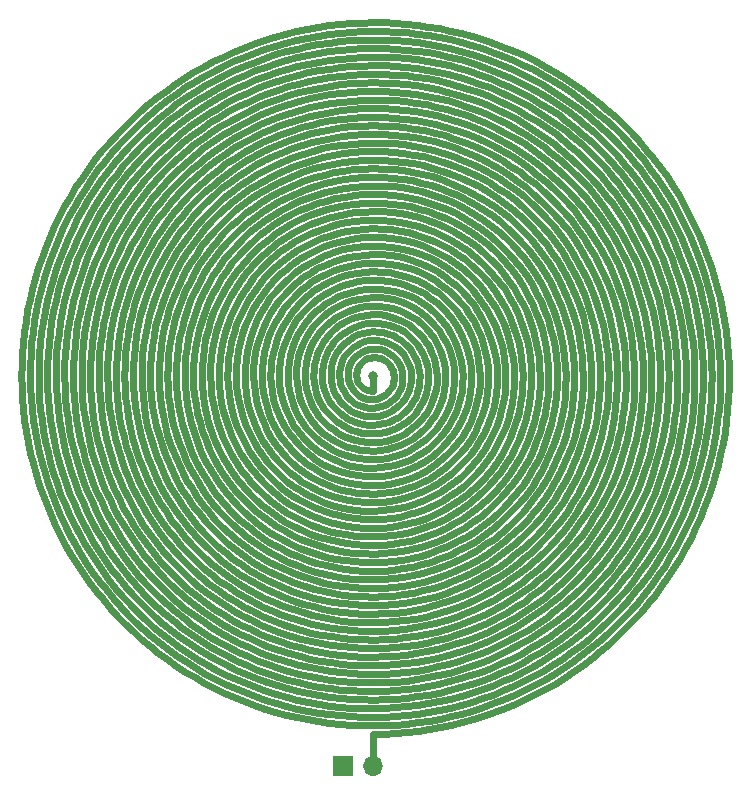
<source format=gbr>
%TF.GenerationSoftware,KiCad,Pcbnew,7.0.1*%
%TF.CreationDate,2024-04-16T12:00:10-05:00*%
%TF.ProjectId,coil,636f696c-2e6b-4696-9361-645f70636258,rev?*%
%TF.SameCoordinates,Original*%
%TF.FileFunction,Copper,L1,Top*%
%TF.FilePolarity,Positive*%
%FSLAX46Y46*%
G04 Gerber Fmt 4.6, Leading zero omitted, Abs format (unit mm)*
G04 Created by KiCad (PCBNEW 7.0.1) date 2024-04-16 12:00:10*
%MOMM*%
%LPD*%
G01*
G04 APERTURE LIST*
%TA.AperFunction,ComponentPad*%
%ADD10R,1.700000X1.700000*%
%TD*%
%TA.AperFunction,ComponentPad*%
%ADD11O,1.700000X1.700000*%
%TD*%
%TA.AperFunction,ViaPad*%
%ADD12C,0.800000*%
%TD*%
%TA.AperFunction,Conductor*%
%ADD13C,0.600000*%
%TD*%
G04 APERTURE END LIST*
D10*
%TO.P,J1,1,Pin_1*%
%TO.N,Net-(J1-Pin_1)*%
X124460000Y-134620000D03*
D11*
%TO.P,J1,2,Pin_2*%
X127000000Y-134620000D03*
%TD*%
D12*
%TO.N,Net-(J1-Pin_1)*%
X127000000Y-101600000D03*
%TD*%
D13*
%TO.N,Net-(J1-Pin_1)*%
X127000000Y-101600000D02*
X127000000Y-102827000D01*
X127000000Y-131907000D02*
X127000000Y-134620000D01*
X130415073Y-98525055D02*
X130727586Y-98891750D01*
X126234848Y-103447239D02*
X125992708Y-103344680D01*
X127228703Y-100009334D02*
X127457406Y-100042220D01*
X126175842Y-100317585D02*
X126359874Y-100198319D01*
X126699482Y-99317343D02*
X127000000Y-99282500D01*
X125680021Y-101987581D02*
X125621944Y-101798135D01*
X127457406Y-100042220D02*
X127681309Y-100108142D01*
X128020681Y-103188210D02*
X127791130Y-103332332D01*
X126561214Y-100105633D02*
X126776000Y-100042044D01*
X124897538Y-101876794D02*
X124864250Y-101600000D01*
X127914346Y-105606014D02*
X127461520Y-105696099D01*
X125591250Y-101600000D02*
X125589234Y-101397163D01*
X127895621Y-100206387D02*
X128095656Y-100335545D01*
X127409104Y-104969273D02*
X127000000Y-105008000D01*
X128008586Y-104034942D02*
X127686054Y-104160388D01*
X127681309Y-100108142D02*
X127895621Y-100206387D01*
X131000749Y-99290167D02*
X131231345Y-99716084D01*
X127000000Y-102827000D02*
X126823028Y-102830865D01*
X125386138Y-98248782D02*
X125767216Y-98076905D01*
X126645004Y-102809005D02*
X126469694Y-102761207D01*
X126359874Y-100198319D02*
X126561214Y-100105633D01*
X129712681Y-103472429D02*
X129477671Y-103795025D01*
X127000000Y-100009500D02*
X127228703Y-100009334D01*
X125997773Y-102468435D02*
X125870483Y-102325896D01*
X125870483Y-102325896D02*
X125763645Y-102164625D01*
X128095656Y-100335545D02*
X128276942Y-100493523D01*
X126130519Y-99500888D02*
X126408027Y-99390726D01*
X128276942Y-100493523D02*
X128435312Y-100677581D01*
X128189042Y-99540519D02*
X128456906Y-99701324D01*
X122929098Y-102922716D02*
X122801285Y-102492464D01*
X126776000Y-100042044D02*
X127000000Y-100009500D01*
X128435312Y-100677581D02*
X128567006Y-100884372D01*
X130105352Y-100834599D02*
X130188848Y-101212804D01*
X127275732Y-103517757D02*
X127000000Y-103554000D01*
X125759285Y-100802641D02*
X125872903Y-100623365D01*
X123574934Y-100401518D02*
X123718961Y-100019935D01*
X125245516Y-100253737D02*
X125425538Y-100025538D01*
X128401812Y-102814677D02*
X128225497Y-103014299D01*
X128567006Y-100884372D02*
X128668755Y-101110009D01*
X126142385Y-102589740D02*
X125997773Y-102468435D01*
X125763645Y-102164625D02*
X125680021Y-101987581D01*
X128440838Y-98854712D02*
X128769183Y-99036896D01*
X125992708Y-103344680D02*
X125764379Y-103210292D01*
X126300902Y-102687817D02*
X126142385Y-102589740D01*
X124907764Y-101039387D02*
X124984846Y-100765296D01*
X126823028Y-102830865D02*
X126645004Y-102809005D01*
X128401346Y-97287101D02*
X128849418Y-97446139D01*
X125621944Y-101798135D02*
X125591250Y-101600000D01*
X123855061Y-104431716D02*
X123566491Y-104094590D01*
X125872903Y-100623365D02*
X126012544Y-100460416D01*
X125611139Y-98953747D02*
X125935278Y-98792560D01*
X125616607Y-101193799D02*
X125673467Y-100994193D01*
X125068803Y-102399928D02*
X124966283Y-102144933D01*
X126469694Y-102761207D02*
X126300902Y-102687817D01*
X126012544Y-100460416D02*
X126175842Y-100317585D01*
X130216606Y-101990567D02*
X130159650Y-102378784D01*
X125673467Y-100994193D02*
X125759285Y-100802641D01*
X127000000Y-105735000D02*
X126566508Y-105724398D01*
X123812533Y-103135003D02*
X123648456Y-102772756D01*
X125589234Y-101397163D02*
X125616607Y-101193799D01*
X127000000Y-99282500D02*
X127304471Y-99287310D01*
X128546511Y-102593882D02*
X128401812Y-102814677D01*
X128772250Y-101600000D02*
X128770566Y-101854569D01*
X128737857Y-101350134D02*
X128772250Y-101600000D01*
X125871542Y-99645453D02*
X126130519Y-99500888D01*
X128668755Y-101110009D02*
X128737857Y-101350134D01*
X125425538Y-100025538D02*
X125635296Y-99821484D01*
X124984846Y-100765296D02*
X125097920Y-100501833D01*
X128770566Y-101854569D02*
X128732168Y-102108611D01*
X131231345Y-99716084D02*
X131416611Y-100164956D01*
X129462852Y-101275759D02*
X129499250Y-101600000D01*
X128732168Y-102108611D02*
X128657184Y-102356811D01*
X128657184Y-102356811D02*
X128546511Y-102593882D01*
X129492885Y-101928195D02*
X129443350Y-102254694D01*
X127000000Y-105008000D02*
X126616972Y-104999472D01*
X129443350Y-102254694D02*
X129350985Y-102573810D01*
X129499250Y-101600000D02*
X129492885Y-101928195D01*
X125202853Y-102637583D02*
X125068803Y-102399928D01*
X125554055Y-103045945D02*
X125365676Y-102854061D01*
X125365676Y-102854061D02*
X125202853Y-102637583D01*
X127607653Y-99332207D02*
X127904257Y-99416930D01*
X126486428Y-103516679D02*
X126234848Y-103447239D01*
X124966283Y-102144933D02*
X124897538Y-101876794D01*
X125190008Y-97534692D02*
X125621120Y-97356243D01*
X125036749Y-99383948D02*
X125310237Y-99151955D01*
X124867505Y-101319252D02*
X124907764Y-101039387D01*
X128702978Y-99897022D02*
X128922708Y-100124654D01*
X125935278Y-98792560D02*
X126278095Y-98671117D01*
X129350985Y-102573810D02*
X129216881Y-102879917D01*
X129384831Y-100960987D02*
X129462852Y-101275759D01*
X128225497Y-103014299D02*
X128020681Y-103188210D01*
X125298431Y-105421787D02*
X124902208Y-105233482D01*
X127791130Y-103332332D02*
X127541195Y-103443142D01*
X125635296Y-99821484D02*
X125871542Y-99645453D01*
X129216881Y-102879917D02*
X129042868Y-103167548D01*
X125764379Y-103210292D02*
X125554055Y-103045945D01*
X129731112Y-98868888D02*
X130029876Y-99183754D01*
X126408027Y-99390726D02*
X126699482Y-99317343D01*
X127000000Y-103554000D02*
X126742975Y-103552300D01*
X126742975Y-103552300D02*
X126486428Y-103516679D01*
X125097920Y-100501833D02*
X125245516Y-100253737D01*
X128771578Y-105278720D02*
X128352841Y-105466197D01*
X124864250Y-101600000D02*
X124867505Y-101319252D01*
X130879447Y-102485458D02*
X130768168Y-102918539D01*
X127304471Y-99287310D02*
X127607653Y-99332207D01*
X128456906Y-99701324D02*
X128702978Y-99897022D01*
X124046669Y-98319994D02*
X124398580Y-98019453D01*
X127541195Y-103443142D02*
X127275732Y-103517757D01*
X127904257Y-99416930D02*
X128189042Y-99540519D01*
X128922708Y-100124654D02*
X129111947Y-100380667D01*
X124193287Y-100908207D02*
X124284066Y-100569982D01*
X129111947Y-100380667D02*
X129267027Y-100660967D01*
X129267027Y-100660967D02*
X129384831Y-100960987D01*
X128585988Y-103666900D02*
X128310208Y-103869347D01*
X128310208Y-103869347D02*
X128008586Y-104034942D01*
X131319898Y-103523342D02*
X131105682Y-103970417D01*
X127686054Y-104160388D02*
X127347964Y-104243047D01*
X130292351Y-99531279D02*
X130514969Y-99907280D01*
X127347964Y-104243047D02*
X127000000Y-104281000D01*
X124826581Y-104325381D02*
X124525922Y-104074078D01*
X127000000Y-104281000D02*
X126675156Y-104275331D01*
X126675156Y-104275331D02*
X126351703Y-104230244D01*
X126351703Y-104230244D02*
X126034431Y-104145995D01*
X126566508Y-105724398D02*
X126135247Y-105668344D01*
X129042868Y-103167548D02*
X128831495Y-103431495D01*
X128831495Y-103431495D02*
X128585988Y-103666900D01*
X123012176Y-99824506D02*
X123209118Y-99411333D01*
X125861546Y-104853515D02*
X125498793Y-104717288D01*
X125152300Y-104540598D02*
X124826581Y-104325381D01*
X124701533Y-103186517D02*
X124514678Y-102904398D01*
X124362499Y-102600272D02*
X124247585Y-102278409D01*
X130608541Y-103337782D02*
X130402274Y-103737790D01*
X124514678Y-102904398D02*
X124362499Y-102600272D01*
X127368659Y-98563819D02*
X127735288Y-98616819D01*
X128557788Y-104568117D02*
X128193621Y-104747319D01*
X130226250Y-101600000D02*
X130216606Y-101990567D01*
X125767216Y-98076905D02*
X126166540Y-97948373D01*
X126034431Y-104145995D02*
X125728088Y-104023425D01*
X126616972Y-104999472D02*
X126235871Y-104947868D01*
X125498793Y-104717288D02*
X125152300Y-104540598D01*
X129279542Y-97651718D02*
X129686884Y-97901822D01*
X124525922Y-104074078D02*
X124254320Y-103789607D01*
X123728999Y-98654777D02*
X124046669Y-98319994D01*
X129074503Y-99258370D02*
X129352094Y-99516226D01*
X126069748Y-97223507D02*
X126531045Y-97138194D01*
X126579180Y-97865115D02*
X127000000Y-97828500D01*
X125437309Y-103863949D02*
X125166542Y-103669546D01*
X123718961Y-100019935D02*
X123905510Y-99655603D01*
X124172002Y-101943381D02*
X124137250Y-101600000D01*
X130828820Y-100726097D02*
X130915492Y-101158830D01*
X124015433Y-103475328D02*
X123812533Y-103135003D01*
X126278095Y-98671117D02*
X126634711Y-98591577D01*
X130188848Y-101212804D02*
X130226250Y-101600000D01*
X128769183Y-99036896D02*
X129074503Y-99258370D01*
X129807185Y-100126676D02*
X129977379Y-100470829D01*
X123525566Y-102393017D02*
X123445722Y-102000471D01*
X123648456Y-102772756D02*
X123525566Y-102393017D01*
X123445722Y-102000471D02*
X123410250Y-101600000D01*
X123410250Y-101600000D02*
X123419921Y-101196622D01*
X124247585Y-102278409D02*
X124172002Y-101943381D01*
X124254320Y-103789607D02*
X124015433Y-103475328D01*
X124919989Y-103442729D02*
X124701533Y-103186517D01*
X125310237Y-99151955D02*
X125611139Y-98953747D01*
X125728088Y-104023425D02*
X125437309Y-103863949D01*
X124137250Y-101600000D02*
X124144244Y-101253248D01*
X124144244Y-101253248D02*
X124193287Y-100908207D01*
X124284066Y-100569982D02*
X124415643Y-100243625D01*
X129352094Y-99516226D02*
X129597622Y-99806991D01*
X129597622Y-99806991D02*
X129807185Y-100126676D01*
X130055813Y-102758917D02*
X129906220Y-103125302D01*
X126135247Y-105668344D02*
X125710982Y-105567190D01*
X129477671Y-103795025D02*
X129204296Y-104088136D01*
X129906220Y-103125302D02*
X129712681Y-103472429D01*
X126235871Y-104947868D02*
X125861546Y-104853515D01*
X125621120Y-97356243D02*
X126069748Y-97223507D01*
X124794412Y-99646020D02*
X125036749Y-99383948D01*
X124415643Y-100243625D02*
X124586473Y-99934063D01*
X125166542Y-103669546D02*
X124919989Y-103442729D01*
X124586473Y-99934063D02*
X124794412Y-99646020D01*
X128094468Y-98714126D02*
X128440838Y-98854712D01*
X129204296Y-104088136D02*
X128896255Y-104347199D01*
X127735288Y-98616819D02*
X128094468Y-98714126D01*
X128896255Y-104347199D02*
X128557788Y-104568117D01*
X122801285Y-102492464D02*
X122718948Y-102049957D01*
X127000000Y-98555500D02*
X127368659Y-98563819D01*
X126634711Y-98591577D02*
X127000000Y-98555500D01*
X129977379Y-100470829D02*
X130105352Y-100834599D01*
X130159650Y-102378784D02*
X130055813Y-102758917D01*
X128193621Y-104747319D02*
X127808896Y-104881821D01*
X127808896Y-104881821D02*
X127409104Y-104969273D01*
X123474939Y-100795428D02*
X123574934Y-100401518D01*
X130514969Y-99907280D02*
X130694646Y-100307187D01*
X128258511Y-98003383D02*
X128658923Y-98155210D01*
X130941293Y-102044077D02*
X130879447Y-102485458D01*
X130402274Y-103737790D02*
X130151674Y-104113376D01*
X123100729Y-103336067D02*
X122929098Y-102922716D01*
X130953250Y-101600000D02*
X130941293Y-102044077D01*
X127461520Y-105696099D02*
X127000000Y-105735000D01*
X129859628Y-104459628D02*
X129529565Y-104771974D01*
X122694847Y-101147510D02*
X122753878Y-100697459D01*
X123448860Y-99019946D02*
X123728999Y-98654777D01*
X130694646Y-100307187D02*
X130828820Y-100726097D01*
X127845015Y-97897746D02*
X128258511Y-98003383D01*
X129165418Y-105046243D02*
X128771578Y-105278720D01*
X129400057Y-98590423D02*
X129731112Y-98868888D01*
X126166540Y-97948373D02*
X126579180Y-97865115D01*
X130151674Y-104113376D02*
X129859628Y-104459628D01*
X129041094Y-98351618D02*
X129400057Y-98590423D01*
X127000000Y-97828500D02*
X127423728Y-97839314D01*
X124697074Y-98712222D02*
X125027976Y-98461541D01*
X131642561Y-101112047D02*
X131680250Y-101600000D01*
X128352841Y-105466197D02*
X127914346Y-105606014D01*
X123905510Y-99655603D02*
X124132521Y-99313262D01*
X129529565Y-104771974D02*
X129165418Y-105046243D01*
X124526776Y-105004101D02*
X124176392Y-104735935D01*
X130066837Y-98193932D02*
X130415073Y-98525055D01*
X130029876Y-99183754D02*
X130292351Y-99531279D01*
X130915492Y-101158830D02*
X130953250Y-101600000D01*
X124176392Y-104735935D02*
X123855061Y-104431716D01*
X122683250Y-101600000D02*
X122694847Y-101147510D01*
X124902208Y-105233482D02*
X124526776Y-105004101D01*
X122753878Y-100697459D02*
X122859956Y-100254818D01*
X124397405Y-98997405D02*
X124697074Y-98712222D01*
X127423728Y-97839314D02*
X127845015Y-97897746D01*
X122718948Y-102049957D02*
X122683250Y-101600000D01*
X127000000Y-97101500D02*
X127471488Y-97114093D01*
X122859956Y-100254818D02*
X123012176Y-99824506D01*
X123209118Y-99411333D02*
X123448860Y-99019946D01*
X128658923Y-98155210D02*
X129041094Y-98351618D01*
X123419921Y-101196622D02*
X123474939Y-100795428D01*
X125710982Y-105567190D02*
X125298431Y-105421787D01*
X123314052Y-103728083D02*
X123100729Y-103336067D01*
X125027976Y-98461541D02*
X125386138Y-98248782D01*
X130768168Y-102918539D02*
X130608541Y-103337782D01*
X123566491Y-104094590D02*
X123314052Y-103728083D01*
X124132521Y-99313262D02*
X124397405Y-98997405D01*
X128849418Y-97446139D02*
X129279542Y-97651718D01*
X131485753Y-103057510D02*
X131319898Y-103523342D01*
X131680250Y-101600000D02*
X131666661Y-102090486D01*
X131601679Y-102578117D02*
X131485753Y-103057510D01*
X130727586Y-98891750D02*
X131000749Y-99290167D01*
X131666661Y-102090486D02*
X131601679Y-102578117D01*
X131416611Y-100164956D02*
X131554272Y-100631960D01*
X126531045Y-97138194D02*
X127000000Y-97101500D01*
X124781042Y-97756651D02*
X125190008Y-97534692D01*
X124398580Y-98019453D02*
X124781042Y-97756651D01*
X127471488Y-97114093D02*
X127940329Y-97176099D01*
X129686884Y-97901822D02*
X130066837Y-98193932D01*
X127940329Y-97176099D02*
X128401346Y-97287101D01*
X131554272Y-100631960D02*
X131642561Y-101112047D01*
X131105682Y-103970417D02*
X130845217Y-104393714D01*
X130845217Y-104393714D02*
X130541135Y-104788452D01*
X130541135Y-104788452D02*
X130196560Y-105150139D01*
X130196560Y-105150139D02*
X129815080Y-105474625D01*
X129815080Y-105474625D02*
X129400708Y-105758149D01*
X129400708Y-105758149D02*
X128957840Y-105997382D01*
X128957840Y-105997382D02*
X128491208Y-106189466D01*
X128491208Y-106189466D02*
X128005828Y-106332050D01*
X128005828Y-106332050D02*
X127506951Y-106423315D01*
X127506951Y-106423315D02*
X127000000Y-106462000D01*
X127000000Y-106462000D02*
X126522327Y-106449893D01*
X126522327Y-106449893D02*
X126047039Y-106390860D01*
X126047039Y-106390860D02*
X125578744Y-106285255D01*
X125578744Y-106285255D02*
X125122005Y-106133881D01*
X125122005Y-106133881D02*
X124681295Y-105937992D01*
X124681295Y-105937992D02*
X124260952Y-105699275D01*
X124260952Y-105699275D02*
X123865136Y-105419843D01*
X123865136Y-105419843D02*
X123497789Y-105102211D01*
X123497789Y-105102211D02*
X123162595Y-104749277D01*
X123162595Y-104749277D02*
X122862945Y-104364292D01*
X122862945Y-104364292D02*
X122601900Y-103950833D01*
X122601900Y-103950833D02*
X122382161Y-103512771D01*
X122382161Y-103512771D02*
X122206043Y-103054231D01*
X122206043Y-103054231D02*
X122075446Y-102579555D01*
X122075446Y-102579555D02*
X121991842Y-102093261D01*
X121991842Y-102093261D02*
X121956250Y-101600000D01*
X121956250Y-101600000D02*
X121969232Y-101104513D01*
X121969232Y-101104513D02*
X122030882Y-100611581D01*
X122030882Y-100611581D02*
X122140821Y-100125984D01*
X122140821Y-100125984D02*
X122298204Y-99652452D01*
X122298204Y-99652452D02*
X122501719Y-99195619D01*
X122501719Y-99195619D02*
X122749605Y-98759977D01*
X122749605Y-98759977D02*
X123039662Y-98349835D01*
X123039662Y-98349835D02*
X123369272Y-97969272D01*
X123369272Y-97969272D02*
X123735422Y-97622100D01*
X123735422Y-97622100D02*
X124134733Y-97311825D01*
X124134733Y-97311825D02*
X124563490Y-97041611D01*
X124563490Y-97041611D02*
X125017676Y-96814246D01*
X125017676Y-96814246D02*
X125493010Y-96632119D01*
X125493010Y-96632119D02*
X125984988Y-96497189D01*
X125984988Y-96497189D02*
X126488925Y-96410967D01*
X126488925Y-96410967D02*
X127000000Y-96374500D01*
X127000000Y-96374500D02*
X127513302Y-96388358D01*
X127513302Y-96388358D02*
X128023877Y-96452624D01*
X128023877Y-96452624D02*
X128526775Y-96566898D01*
X128526775Y-96566898D02*
X129017100Y-96730289D01*
X129017100Y-96730289D02*
X129490058Y-96941430D01*
X129490058Y-96941430D02*
X129940998Y-97198486D01*
X129940998Y-97198486D02*
X130365466Y-97499167D01*
X130365466Y-97499167D02*
X130759245Y-97840755D01*
X130759245Y-97840755D02*
X131118394Y-98220121D01*
X131118394Y-98220121D02*
X131439294Y-98633758D01*
X131439294Y-98633758D02*
X131718678Y-99077814D01*
X131718678Y-99077814D02*
X131953669Y-99548123D01*
X131953669Y-99548123D02*
X132141805Y-100040251D01*
X132141805Y-100040251D02*
X132281069Y-100549530D01*
X132281069Y-100549530D02*
X132369908Y-101071110D01*
X132369908Y-101071110D02*
X132407250Y-101600000D01*
X132407250Y-101600000D02*
X132392517Y-102131117D01*
X132392517Y-102131117D02*
X132325633Y-102659334D01*
X132325633Y-102659334D02*
X132207026Y-103179534D01*
X132207026Y-103179534D02*
X132037626Y-103686653D01*
X132037626Y-103686653D02*
X131818859Y-104175734D01*
X131818859Y-104175734D02*
X131552634Y-104641973D01*
X131552634Y-104641973D02*
X131241327Y-105080767D01*
X131241327Y-105080767D02*
X130887761Y-105487761D01*
X130887761Y-105487761D02*
X130495180Y-105858889D01*
X130495180Y-105858889D02*
X130067216Y-106190414D01*
X130067216Y-106190414D02*
X129607863Y-106478968D01*
X129607863Y-106478968D02*
X129121430Y-106721584D01*
X129121430Y-106721584D02*
X128612509Y-106915729D01*
X128612509Y-106915729D02*
X128085928Y-107059327D01*
X128085928Y-107059327D02*
X127546704Y-107150783D01*
X127546704Y-107150783D02*
X127000000Y-107189000D01*
X127000000Y-107189000D02*
X126483326Y-107175804D01*
X126483326Y-107175804D02*
X125969095Y-107114855D01*
X125969095Y-107114855D02*
X125461720Y-107006493D01*
X125461720Y-107006493D02*
X124965572Y-106851464D01*
X124965572Y-106851464D02*
X124484941Y-106650919D01*
X124484941Y-106650919D02*
X124024002Y-106406403D01*
X124024002Y-106406403D02*
X123586775Y-106119840D01*
X123586775Y-106119840D02*
X123177094Y-105793528D01*
X123177094Y-105793528D02*
X122798571Y-105430108D01*
X122798571Y-105430108D02*
X122454564Y-105032554D01*
X122454564Y-105032554D02*
X122148148Y-104604139D01*
X122148148Y-104604139D02*
X121882088Y-104148417D01*
X121882088Y-104148417D02*
X121658813Y-103669187D01*
X121658813Y-103669187D02*
X121480394Y-103170463D01*
X121480394Y-103170463D02*
X121348526Y-102656444D01*
X121348526Y-102656444D02*
X121264513Y-102131471D01*
X121264513Y-102131471D02*
X121229250Y-101600000D01*
X121229250Y-101600000D02*
X121243221Y-101066556D01*
X121243221Y-101066556D02*
X121306490Y-100535698D01*
X121306490Y-100535698D02*
X121418696Y-100011982D01*
X121418696Y-100011982D02*
X121579059Y-99499916D01*
X121579059Y-99499916D02*
X121786385Y-99003928D01*
X121786385Y-99003928D02*
X122039071Y-98528323D01*
X122039071Y-98528323D02*
X122335120Y-98077246D01*
X122335120Y-98077246D02*
X122672157Y-97654650D01*
X122672157Y-97654650D02*
X123047447Y-97264256D01*
X123047447Y-97264256D02*
X123457917Y-96909525D01*
X123457917Y-96909525D02*
X123900182Y-96593621D01*
X123900182Y-96593621D02*
X124370570Y-96319392D01*
X124370570Y-96319392D02*
X124865157Y-96089336D01*
X124865157Y-96089336D02*
X125379798Y-95905582D01*
X125379798Y-95905582D02*
X125910160Y-95769871D01*
X125910160Y-95769871D02*
X126451759Y-95683538D01*
X126451759Y-95683538D02*
X127000000Y-95647500D01*
X127000000Y-95647500D02*
X127550214Y-95662247D01*
X127550214Y-95662247D02*
X128097698Y-95727834D01*
X128097698Y-95727834D02*
X128637756Y-95843884D01*
X128637756Y-95843884D02*
X129165739Y-96009582D01*
X129165739Y-96009582D02*
X129677085Y-96223689D01*
X129677085Y-96223689D02*
X130167357Y-96484544D01*
X130167357Y-96484544D02*
X130632283Y-96790080D01*
X130632283Y-96790080D02*
X131067794Y-97137842D01*
X131067794Y-97137842D02*
X131470058Y-97525003D01*
X131470058Y-97525003D02*
X131835515Y-97948389D01*
X131835515Y-97948389D02*
X132160906Y-98404503D01*
X132160906Y-98404503D02*
X132443304Y-98889557D01*
X132443304Y-98889557D02*
X132680141Y-99399502D01*
X132680141Y-99399502D02*
X132869230Y-99930060D01*
X132869230Y-99930060D02*
X133008784Y-100476764D01*
X133008784Y-100476764D02*
X133097437Y-101034989D01*
X133097437Y-101034989D02*
X133134250Y-101600000D01*
X133134250Y-101600000D02*
X133118728Y-102166984D01*
X133118728Y-102166984D02*
X133050821Y-102731094D01*
X133050821Y-102731094D02*
X132930928Y-103287495D01*
X132930928Y-103287495D02*
X132759895Y-103831395D01*
X132759895Y-103831395D02*
X132539007Y-104358098D01*
X132539007Y-104358098D02*
X132269983Y-104863036D01*
X132269983Y-104863036D02*
X131954959Y-105341812D01*
X131954959Y-105341812D02*
X131596472Y-105790238D01*
X131596472Y-105790238D02*
X131197441Y-106204373D01*
X131197441Y-106204373D02*
X130761140Y-106580555D01*
X130761140Y-106580555D02*
X130291176Y-106915433D01*
X130291176Y-106915433D02*
X129791456Y-107206000D01*
X129791456Y-107206000D02*
X129266154Y-107449618D01*
X129266154Y-107449618D02*
X128719678Y-107644042D01*
X128719678Y-107644042D02*
X128156633Y-107787440D01*
X128156633Y-107787440D02*
X127581781Y-107878411D01*
X127581781Y-107878411D02*
X127000000Y-107916000D01*
X127000000Y-107916000D02*
X126448644Y-107902025D01*
X126448644Y-107902025D02*
X125899731Y-107839933D01*
X125899731Y-107839933D02*
X125357459Y-107730047D01*
X125357459Y-107730047D02*
X124825987Y-107573052D01*
X124825987Y-107573052D02*
X124309407Y-107369996D01*
X124309407Y-107369996D02*
X123811708Y-107122283D01*
X123811708Y-107122283D02*
X123336751Y-106831662D01*
X123336751Y-106831662D02*
X122888231Y-106500216D01*
X122888231Y-106500216D02*
X122469655Y-106130345D01*
X122469655Y-106130345D02*
X122084314Y-105724750D01*
X122084314Y-105724750D02*
X121735253Y-105286416D01*
X121735253Y-105286416D02*
X121425250Y-104818583D01*
X121425250Y-104818583D02*
X121156795Y-104324731D01*
X121156795Y-104324731D02*
X120932065Y-103808548D01*
X120932065Y-103808548D02*
X120752915Y-103273901D01*
X120752915Y-103273901D02*
X120620853Y-102724816D01*
X120620853Y-102724816D02*
X120537035Y-102165436D01*
X120537035Y-102165436D02*
X120502250Y-101600000D01*
X120502250Y-101600000D02*
X120516917Y-101032804D01*
X120516917Y-101032804D02*
X120581078Y-100468171D01*
X120581078Y-100468171D02*
X120694396Y-99910418D01*
X120694396Y-99910418D02*
X120856159Y-99363825D01*
X120856159Y-99363825D02*
X121065283Y-98832596D01*
X121065283Y-98832596D02*
X121320317Y-98320833D01*
X121320317Y-98320833D02*
X121619457Y-97832503D01*
X121619457Y-97832503D02*
X121960555Y-97371404D01*
X121960555Y-97371404D02*
X122341139Y-96941139D01*
X122341139Y-96941139D02*
X122758423Y-96545086D01*
X122758423Y-96545086D02*
X123209337Y-96186372D01*
X123209337Y-96186372D02*
X123690542Y-95867850D01*
X123690542Y-95867850D02*
X124198458Y-95592073D01*
X124198458Y-95592073D02*
X124729290Y-95361276D01*
X124729290Y-95361276D02*
X125279058Y-95177358D01*
X125279058Y-95177358D02*
X125843624Y-95041864D01*
X125843624Y-95041864D02*
X126418723Y-94955976D01*
X126418723Y-94955976D02*
X127000000Y-94920500D01*
X127000000Y-94920500D02*
X127583037Y-94935859D01*
X127583037Y-94935859D02*
X128163390Y-95002089D01*
X128163390Y-95002089D02*
X128736622Y-95118839D01*
X128736622Y-95118839D02*
X129298337Y-95285370D01*
X129298337Y-95285370D02*
X129844215Y-95500561D01*
X129844215Y-95500561D02*
X130370042Y-95762917D01*
X130370042Y-95762917D02*
X130871745Y-96070576D01*
X130871745Y-96070576D02*
X131345423Y-96421327D01*
X131345423Y-96421327D02*
X131787378Y-96812622D01*
X131787378Y-96812622D02*
X132194143Y-97241596D01*
X132194143Y-97241596D02*
X132562509Y-97705089D01*
X132562509Y-97705089D02*
X132889550Y-98199667D01*
X132889550Y-98199667D02*
X133172648Y-98721647D01*
X133172648Y-98721647D02*
X133409513Y-99267128D01*
X133409513Y-99267128D02*
X133598199Y-99832018D01*
X133598199Y-99832018D02*
X133737125Y-100412063D01*
X133737125Y-100412063D02*
X133825082Y-101002883D01*
X133825082Y-101002883D02*
X133861250Y-101600000D01*
X133861250Y-101600000D02*
X133845200Y-102198877D01*
X133845200Y-102198877D02*
X133776900Y-102794950D01*
X133776900Y-102794950D02*
X133656718Y-103383662D01*
X133656718Y-103383662D02*
X133485419Y-103960500D01*
X133485419Y-103960500D02*
X133264160Y-104521026D01*
X133264160Y-104521026D02*
X132994484Y-105060917D01*
X132994484Y-105060917D02*
X132678305Y-105575992D01*
X132678305Y-105575992D02*
X132317902Y-106062249D01*
X132317902Y-106062249D02*
X131915895Y-106515895D01*
X131915895Y-106515895D02*
X131475230Y-106933372D01*
X131475230Y-106933372D02*
X130999158Y-107311390D01*
X130999158Y-107311390D02*
X130491208Y-107646950D01*
X130491208Y-107646950D02*
X129955164Y-107937370D01*
X129955164Y-107937370D02*
X129395034Y-108180302D01*
X129395034Y-108180302D02*
X128815022Y-108373756D01*
X128815022Y-108373756D02*
X128219497Y-108516113D01*
X128219497Y-108516113D02*
X127612958Y-108606140D01*
X127612958Y-108606140D02*
X127000000Y-108643000D01*
X127000000Y-108643000D02*
X126417604Y-108628478D01*
X126417604Y-108628478D02*
X125837611Y-108565813D01*
X125837611Y-108565813D02*
X125264001Y-108455305D01*
X125264001Y-108455305D02*
X124700718Y-108297581D01*
X124700718Y-108297581D02*
X124151646Y-108093592D01*
X124151646Y-108093592D02*
X123620586Y-107844611D01*
X123620586Y-107844611D02*
X123111220Y-107552221D01*
X123111220Y-107552221D02*
X122627096Y-107218307D01*
X122627096Y-107218307D02*
X122171597Y-106845044D01*
X122171597Y-106845044D02*
X121747919Y-106434881D01*
X121747919Y-106434881D02*
X121359047Y-105990530D01*
X121359047Y-105990530D02*
X121007739Y-105514940D01*
X121007739Y-105514940D02*
X120696499Y-105011284D01*
X120696499Y-105011284D02*
X120427567Y-104482936D01*
X120427567Y-104482936D02*
X120202897Y-103933448D01*
X120202897Y-103933448D02*
X120024145Y-103366526D01*
X120024145Y-103366526D02*
X119892657Y-102786006D01*
X119892657Y-102786006D02*
X119809459Y-102195825D01*
X119809459Y-102195825D02*
X119775250Y-101600000D01*
X119775250Y-101600000D02*
X119790393Y-101002595D01*
X119790393Y-101002595D02*
X119854916Y-100407696D01*
X119854916Y-100407696D02*
X119968506Y-99819384D01*
X119968506Y-99819384D02*
X120130517Y-99241703D01*
X120130517Y-99241703D02*
X120339966Y-98678638D01*
X120339966Y-98678638D02*
X120595545Y-98134082D01*
X120595545Y-98134082D02*
X120895624Y-97611812D01*
X120895624Y-97611812D02*
X121238267Y-97115463D01*
X121238267Y-97115463D02*
X121621239Y-96648501D01*
X121621239Y-96648501D02*
X122042023Y-96214201D01*
X122042023Y-96214201D02*
X122497837Y-95815621D01*
X122497837Y-95815621D02*
X122985652Y-95455584D01*
X122985652Y-95455584D02*
X123502213Y-95136655D01*
X123502213Y-95136655D02*
X124044056Y-94861125D01*
X124044056Y-94861125D02*
X124607537Y-94630995D01*
X124607537Y-94630995D02*
X125188857Y-94447956D01*
X125188857Y-94447956D02*
X125784079Y-94313386D01*
X125784079Y-94313386D02*
X126389166Y-94228330D01*
X126389166Y-94228330D02*
X127000000Y-94193500D01*
X127000000Y-94193500D02*
X127612414Y-94209264D01*
X127612414Y-94209264D02*
X128222219Y-94275644D01*
X128222219Y-94275644D02*
X128825233Y-94392318D01*
X128825233Y-94392318D02*
X129417311Y-94558615D01*
X129417311Y-94558615D02*
X129994370Y-94773524D01*
X129994370Y-94773524D02*
X130552421Y-95035700D01*
X130552421Y-95035700D02*
X131087595Y-95343469D01*
X131087595Y-95343469D02*
X131596170Y-95694841D01*
X131596170Y-95694841D02*
X132074595Y-96087521D01*
X132074595Y-96087521D02*
X132519517Y-96518927D01*
X132519517Y-96518927D02*
X132927805Y-96986204D01*
X132927805Y-96986204D02*
X133296571Y-97486245D01*
X133296571Y-97486245D02*
X133623190Y-98015709D01*
X133623190Y-98015709D02*
X133905316Y-98571047D01*
X133905316Y-98571047D02*
X134140908Y-99148523D01*
X134140908Y-99148523D02*
X134328232Y-99744240D01*
X134328232Y-99744240D02*
X134465886Y-100354164D01*
X134465886Y-100354164D02*
X134552799Y-100974157D01*
X134552799Y-100974157D02*
X134588250Y-101600000D01*
X134588250Y-101600000D02*
X134571865Y-102227423D01*
X134571865Y-102227423D02*
X134503627Y-102852134D01*
X134503627Y-102852134D02*
X134383871Y-103469850D01*
X134383871Y-103469850D02*
X134213288Y-104076325D01*
X134213288Y-104076325D02*
X133992917Y-104667378D01*
X133992917Y-104667378D02*
X133724144Y-105238925D01*
X133724144Y-105238925D02*
X133408686Y-105787003D01*
X133408686Y-105787003D02*
X133048585Y-106307803D01*
X133048585Y-106307803D02*
X132646197Y-106797690D01*
X132646197Y-106797690D02*
X132204169Y-107253235D01*
X132204169Y-107253235D02*
X131725429Y-107671232D01*
X131725429Y-107671232D02*
X131213163Y-108048726D01*
X131213163Y-108048726D02*
X130670794Y-108383034D01*
X130670794Y-108383034D02*
X130101961Y-108671758D01*
X130101961Y-108671758D02*
X129510491Y-108912810D01*
X129510491Y-108912810D02*
X128900377Y-109104421D01*
X128900377Y-109104421D02*
X128275751Y-109245157D01*
X128275751Y-109245157D02*
X127640852Y-109333928D01*
X127640852Y-109333928D02*
X127000000Y-109370000D01*
X127000000Y-109370000D02*
X126389660Y-109355107D01*
X126389660Y-109355107D02*
X125781661Y-109292290D01*
X125781661Y-109292290D02*
X125179765Y-109181824D01*
X125179765Y-109181824D02*
X124587705Y-109024280D01*
X124587705Y-109024280D02*
X124009162Y-108820523D01*
X124009162Y-108820523D02*
X123447740Y-108571703D01*
X123447740Y-108571703D02*
X122906949Y-108279253D01*
X122906949Y-108279253D02*
X122390177Y-107944878D01*
X122390177Y-107944878D02*
X121900672Y-107570546D01*
X121900672Y-107570546D02*
X121441522Y-107158478D01*
X121441522Y-107158478D02*
X121015634Y-106711132D01*
X121015634Y-106711132D02*
X120625715Y-106231189D01*
X120625715Y-106231189D02*
X120274257Y-105721541D01*
X120274257Y-105721541D02*
X119963521Y-105185265D01*
X119963521Y-105185265D02*
X119695520Y-104625615D01*
X119695520Y-104625615D02*
X119472007Y-104045993D01*
X119472007Y-104045993D02*
X119294467Y-103449935D01*
X119294467Y-103449935D02*
X119164100Y-102841085D01*
X119164100Y-102841085D02*
X119081822Y-102223174D01*
X119081822Y-102223174D02*
X119048250Y-101600000D01*
X119048250Y-101600000D02*
X119063703Y-100975400D01*
X119063703Y-100975400D02*
X119128198Y-100353229D01*
X119128198Y-100353229D02*
X119241448Y-99737337D01*
X119241448Y-99737337D02*
X119402865Y-99131541D01*
X119402865Y-99131541D02*
X119611562Y-98539609D01*
X119611562Y-98539609D02*
X119866357Y-97965227D01*
X119866357Y-97965227D02*
X120165780Y-97411985D01*
X120165780Y-97411985D02*
X120508084Y-96883347D01*
X120508084Y-96883347D02*
X120891250Y-96382635D01*
X120891250Y-96382635D02*
X121313005Y-95913005D01*
X121313005Y-95913005D02*
X121770831Y-95477430D01*
X121770831Y-95477430D02*
X122261981Y-95078676D01*
X122261981Y-95078676D02*
X122783495Y-94719290D01*
X122783495Y-94719290D02*
X123332222Y-94401581D01*
X123332222Y-94401581D02*
X123904832Y-94127605D01*
X123904832Y-94127605D02*
X124497843Y-93899153D01*
X124497843Y-93899153D02*
X125107636Y-93717738D01*
X125107636Y-93717738D02*
X125730483Y-93584588D01*
X125730483Y-93584588D02*
X126362566Y-93500632D01*
X126362566Y-93500632D02*
X127000000Y-93466500D01*
X127000000Y-93466500D02*
X127638860Y-93482513D01*
X127638860Y-93482513D02*
X128275203Y-93548686D01*
X128275203Y-93548686D02*
X128905092Y-93664720D01*
X128905092Y-93664720D02*
X129524622Y-93830011D01*
X129524622Y-93830011D02*
X130129944Y-94043647D01*
X130129944Y-94043647D02*
X130717286Y-94304416D01*
X130717286Y-94304416D02*
X131282980Y-94610813D01*
X131282980Y-94610813D02*
X131823483Y-94961045D01*
X131823483Y-94961045D02*
X132335402Y-95353046D01*
X132335402Y-95353046D02*
X132815511Y-95784489D01*
X132815511Y-95784489D02*
X133260774Y-96252794D01*
X133260774Y-96252794D02*
X133668363Y-96755151D01*
X133668363Y-96755151D02*
X134035678Y-97288531D01*
X134035678Y-97288531D02*
X134360360Y-97849709D01*
X134360360Y-97849709D02*
X134640311Y-98435280D01*
X134640311Y-98435280D02*
X134873702Y-99041679D01*
X134873702Y-99041679D02*
X135058990Y-99665208D01*
X135058990Y-99665208D02*
X135194924Y-100302052D01*
X135194924Y-100302052D02*
X135280557Y-100948306D01*
X135280557Y-100948306D02*
X135315250Y-101600000D01*
X135315250Y-101600000D02*
X135298676Y-102253120D01*
X135298676Y-102253120D02*
X135230827Y-102903635D01*
X135230827Y-102903635D02*
X135112008Y-103547521D01*
X135112008Y-103547521D02*
X134942844Y-104180786D01*
X134942844Y-104180786D02*
X134724268Y-104799497D01*
X134724268Y-104799497D02*
X134457524Y-105399798D01*
X134457524Y-105399798D02*
X134144155Y-105977944D01*
X134144155Y-105977944D02*
X133785994Y-106530313D01*
X133785994Y-106530313D02*
X133385157Y-107053440D01*
X133385157Y-107053440D02*
X132944028Y-107544028D01*
X132944028Y-107544028D02*
X132465243Y-107998978D01*
X132465243Y-107998978D02*
X131951679Y-108415402D01*
X131951679Y-108415402D02*
X131406433Y-108790645D01*
X131406433Y-108790645D02*
X130832803Y-109122300D01*
X130832803Y-109122300D02*
X130234273Y-109408226D01*
X130234273Y-109408226D02*
X129614485Y-109646556D01*
X129614485Y-109646556D02*
X128977221Y-109835718D01*
X128977221Y-109835718D02*
X128326380Y-109974437D01*
X128326380Y-109974437D02*
X127665954Y-110061747D01*
X127665954Y-110061747D02*
X127000000Y-110097000D01*
X127000000Y-110097000D02*
X126364372Y-110081871D01*
X126364372Y-110081871D02*
X125731008Y-110019212D01*
X125731008Y-110019212D02*
X125103462Y-109909276D01*
X125103462Y-109909276D02*
X124485261Y-109752583D01*
X124485261Y-109752583D02*
X123879888Y-109549917D01*
X123879888Y-109549917D02*
X123290759Y-109302318D01*
X123290759Y-109302318D02*
X122721208Y-109011085D01*
X122721208Y-109011085D02*
X122174466Y-108677758D01*
X122174466Y-108677758D02*
X121653642Y-108304121D01*
X121653642Y-108304121D02*
X121161705Y-107892186D01*
X121161705Y-107892186D02*
X120701470Y-107444182D01*
X120701470Y-107444182D02*
X120275579Y-106962547D01*
X120275579Y-106962547D02*
X119886487Y-106449911D01*
X119886487Y-106449911D02*
X119536449Y-105909083D01*
X119536449Y-105909083D02*
X119227502Y-105343038D01*
X119227502Y-105343038D02*
X118961462Y-104754894D01*
X118961462Y-104754894D02*
X118739904Y-104147902D01*
X118739904Y-104147902D02*
X118564158Y-103525426D01*
X118564158Y-103525426D02*
X118435301Y-102890921D01*
X118435301Y-102890921D02*
X118354148Y-102247917D01*
X118354148Y-102247917D02*
X118321250Y-101600000D01*
X118321250Y-101600000D02*
X118336887Y-100950789D01*
X118336887Y-100950789D02*
X118401068Y-100303920D01*
X118401068Y-100303920D02*
X118513531Y-99663019D01*
X118513531Y-99663019D02*
X118673741Y-99031689D01*
X118673741Y-99031689D02*
X118880897Y-98413487D01*
X118880897Y-98413487D02*
X119133930Y-97811901D01*
X119133930Y-97811901D02*
X119431515Y-97230333D01*
X119431515Y-97230333D02*
X119772073Y-96672083D01*
X119772073Y-96672083D02*
X120153781Y-96140322D01*
X120153781Y-96140322D02*
X120574582Y-95638084D01*
X120574582Y-95638084D02*
X121032197Y-95168238D01*
X121032197Y-95168238D02*
X121524134Y-94733481D01*
X121524134Y-94733481D02*
X122047706Y-94336319D01*
X122047706Y-94336319D02*
X122600042Y-93979049D01*
X122600042Y-93979049D02*
X123178104Y-93663751D01*
X123178104Y-93663751D02*
X123778706Y-93392276D01*
X123778706Y-93392276D02*
X124398526Y-93166228D01*
X124398526Y-93166228D02*
X125034131Y-92986965D01*
X125034131Y-92986965D02*
X125681991Y-92855581D01*
X125681991Y-92855581D02*
X126338501Y-92772906D01*
X126338501Y-92772906D02*
X127000000Y-92739500D01*
X127000000Y-92739500D02*
X127662793Y-92755645D01*
X127662793Y-92755645D02*
X128323169Y-92821348D01*
X128323169Y-92821348D02*
X128977424Y-92936338D01*
X128977424Y-92936338D02*
X129621882Y-93100066D01*
X129621882Y-93100066D02*
X130252914Y-93311711D01*
X130252914Y-93311711D02*
X130866958Y-93570179D01*
X130866958Y-93570179D02*
X131460542Y-93874115D01*
X131460542Y-93874115D02*
X132030301Y-94221904D01*
X132030301Y-94221904D02*
X132572997Y-94611683D01*
X132572997Y-94611683D02*
X133085538Y-95041350D01*
X133085538Y-95041350D02*
X133564994Y-95508575D01*
X133564994Y-95508575D02*
X134008617Y-96010815D01*
X134008617Y-96010815D02*
X134413850Y-96545322D01*
X134413850Y-96545322D02*
X134778352Y-97109167D01*
X134778352Y-97109167D02*
X135100000Y-97699246D01*
X135100000Y-97699246D02*
X135376911Y-98312305D01*
X135376911Y-98312305D02*
X135607447Y-98944954D01*
X135607447Y-98944954D02*
X135790229Y-99593688D01*
X135790229Y-99593688D02*
X135924139Y-100254902D01*
X135924139Y-100254902D02*
X136008335Y-100924919D01*
X136008335Y-100924919D02*
X136042250Y-101600000D01*
X136042250Y-101600000D02*
X136025597Y-102276375D01*
X136025597Y-102276375D02*
X135958372Y-102950257D01*
X135958372Y-102950257D02*
X135840855Y-103617868D01*
X135840855Y-103617868D02*
X135673609Y-104275454D01*
X135673609Y-104275454D02*
X135457476Y-104919315D01*
X135457476Y-104919315D02*
X135193572Y-105545816D01*
X135193572Y-105545816D02*
X134883285Y-106151417D01*
X134883285Y-106151417D02*
X134528265Y-106732684D01*
X134528265Y-106732684D02*
X134130415Y-107286316D01*
X134130415Y-107286316D02*
X133691882Y-107809159D01*
X133691882Y-107809159D02*
X133215046Y-108298227D01*
X133215046Y-108298227D02*
X132702505Y-108750715D01*
X132702505Y-108750715D02*
X132157061Y-109164019D01*
X132157061Y-109164019D02*
X131581708Y-109535752D01*
X131581708Y-109535752D02*
X130979613Y-109863751D01*
X130979613Y-109863751D02*
X130354096Y-110146097D01*
X130354096Y-110146097D02*
X129708618Y-110381123D01*
X129708618Y-110381123D02*
X129046755Y-110567422D01*
X129046755Y-110567422D02*
X128372186Y-110703859D01*
X128372186Y-110703859D02*
X127688664Y-110789577D01*
X127688664Y-110789577D02*
X127000000Y-110824000D01*
X127000000Y-110824000D02*
X126341378Y-110808739D01*
X126341378Y-110808739D02*
X125684937Y-110746468D01*
X125684937Y-110746468D02*
X125034030Y-110637420D01*
X125034030Y-110637420D02*
X124391989Y-110482070D01*
X124391989Y-110482070D02*
X123762107Y-110281127D01*
X123762107Y-110281127D02*
X123147621Y-110035534D01*
X123147621Y-110035534D02*
X122551693Y-109746467D01*
X122551693Y-109746467D02*
X121977398Y-109415322D01*
X121977398Y-109415322D02*
X121427705Y-109043714D01*
X121427705Y-109043714D02*
X120905464Y-108633469D01*
X120905464Y-108633469D02*
X120413389Y-108186611D01*
X120413389Y-108186611D02*
X119954044Y-107705356D01*
X119954044Y-107705356D02*
X119529831Y-107192098D01*
X119529831Y-107192098D02*
X119142979Y-106649401D01*
X119142979Y-106649401D02*
X118795527Y-106079981D01*
X118795527Y-106079981D02*
X118489318Y-105486698D01*
X118489318Y-105486698D02*
X118225988Y-104872537D01*
X118225988Y-104872537D02*
X118006956Y-104240596D01*
X118006956Y-104240596D02*
X117833419Y-103594068D01*
X117833419Y-103594068D02*
X117706342Y-102936226D01*
X117706342Y-102936226D02*
X117626455Y-102270409D01*
X117626455Y-102270409D02*
X117594250Y-101600000D01*
X117594250Y-101600000D02*
X117609974Y-100928412D01*
X117609974Y-100928412D02*
X117673632Y-100259071D01*
X117673632Y-100259071D02*
X117784983Y-99595396D01*
X117784983Y-99595396D02*
X117943542Y-98940784D01*
X117943542Y-98940784D02*
X118148583Y-98298592D01*
X118148583Y-98298592D02*
X118399140Y-97672119D01*
X118399140Y-97672119D02*
X118694015Y-97064589D01*
X118694015Y-97064589D02*
X119031780Y-96479136D01*
X119031780Y-96479136D02*
X119410787Y-95918786D01*
X119410787Y-95918786D02*
X119829173Y-95386443D01*
X119829173Y-95386443D02*
X120284872Y-94884872D01*
X120284872Y-94884872D02*
X120775623Y-94416686D01*
X120775623Y-94416686D02*
X121298983Y-93984333D01*
X121298983Y-93984333D02*
X121852338Y-93590081D01*
X121852338Y-93590081D02*
X122432915Y-93236008D01*
X122432915Y-93236008D02*
X123037800Y-92923992D01*
X123037800Y-92923992D02*
X123663947Y-92655697D01*
X123663947Y-92655697D02*
X124308199Y-92432568D01*
X124308199Y-92432568D02*
X124967299Y-92255822D01*
X124967299Y-92255822D02*
X125637908Y-92126441D01*
X125637908Y-92126441D02*
X126316625Y-92045168D01*
X126316625Y-92045168D02*
X127000000Y-92012500D01*
X127000000Y-92012500D02*
X127684554Y-92028688D01*
X127684554Y-92028688D02*
X128366795Y-92093732D01*
X128366795Y-92093732D02*
X129043238Y-92207387D01*
X129043238Y-92207387D02*
X129710421Y-92369154D01*
X129710421Y-92369154D02*
X130364923Y-92578292D01*
X130364923Y-92578292D02*
X131003383Y-92833814D01*
X131003383Y-92833814D02*
X131622514Y-93134497D01*
X131622514Y-93134497D02*
X132219125Y-93478883D01*
X132219125Y-93478883D02*
X132790132Y-93865289D01*
X132790132Y-93865289D02*
X133332578Y-94291816D01*
X133332578Y-94291816D02*
X133843645Y-94756355D01*
X133843645Y-94756355D02*
X134320671Y-95256602D01*
X134320671Y-95256602D02*
X134761165Y-95790064D01*
X134761165Y-95790064D02*
X135162817Y-96354076D01*
X135162817Y-96354076D02*
X135523510Y-96945812D01*
X135523510Y-96945812D02*
X135841334Y-97562298D01*
X135841334Y-97562298D02*
X136114594Y-98200432D01*
X136114594Y-98200432D02*
X136341820Y-98856994D01*
X136341820Y-98856994D02*
X136521774Y-99528665D01*
X136521774Y-99528665D02*
X136653459Y-100212042D01*
X136653459Y-100212042D02*
X136736119Y-100903659D01*
X136736119Y-100903659D02*
X136769250Y-101600000D01*
X136769250Y-101600000D02*
X136752599Y-102297520D01*
X136752599Y-102297520D02*
X136686168Y-102992661D01*
X136686168Y-102992661D02*
X136570210Y-103681872D01*
X136570210Y-103681872D02*
X136405234Y-104361626D01*
X136405234Y-104361626D02*
X136191999Y-105028438D01*
X136191999Y-105028438D02*
X135931511Y-105678884D01*
X135931511Y-105678884D02*
X135625021Y-106309618D01*
X135625021Y-106309618D02*
X135274015Y-106917387D01*
X135274015Y-106917387D02*
X134880210Y-107499051D01*
X134880210Y-107499051D02*
X134445542Y-108051599D01*
X134445542Y-108051599D02*
X133972161Y-108572161D01*
X133972161Y-108572161D02*
X133462419Y-109058029D01*
X133462419Y-109058029D02*
X132918854Y-109506664D01*
X132918854Y-109506664D02*
X132344185Y-109915715D01*
X132344185Y-109915715D02*
X131741292Y-110283028D01*
X131741292Y-110283028D02*
X131113203Y-110606659D01*
X131113203Y-110606659D02*
X130463083Y-110884884D01*
X130463083Y-110884884D02*
X129794211Y-111116208D01*
X129794211Y-111116208D02*
X129109969Y-111299371D01*
X129109969Y-111299371D02*
X128413824Y-111433359D01*
X128413824Y-111433359D02*
X127709307Y-111517406D01*
X127709307Y-111517406D02*
X127000000Y-111551000D01*
X127000000Y-111551000D02*
X126320380Y-111535686D01*
X126320380Y-111535686D02*
X125642854Y-111473973D01*
X125642854Y-111473973D02*
X124970586Y-111366076D01*
X124970586Y-111366076D02*
X124306724Y-111212426D01*
X124306724Y-111212426D02*
X123654382Y-111013668D01*
X123654382Y-111013668D02*
X123016621Y-110770657D01*
X123016621Y-110770657D02*
X122396444Y-110484459D01*
X122396444Y-110484459D02*
X121796773Y-110156342D01*
X121796773Y-110156342D02*
X121220441Y-109787770D01*
X121220441Y-109787770D02*
X120670174Y-109380401D01*
X120670174Y-109380401D02*
X120148583Y-108936076D01*
X120148583Y-108936076D02*
X119658149Y-108456810D01*
X119658149Y-108456810D02*
X119201209Y-107944787D01*
X119201209Y-107944787D02*
X118779951Y-107402344D01*
X118779951Y-107402344D02*
X118396396Y-106831968D01*
X118396396Y-106831968D02*
X118052395Y-106236275D01*
X118052395Y-106236275D02*
X117749615Y-105618009D01*
X117749615Y-105618009D02*
X117489535Y-104980020D01*
X117489535Y-104980020D02*
X117273436Y-104325255D01*
X117273436Y-104325255D02*
X117102396Y-103656746D01*
X117102396Y-103656746D02*
X116977284Y-102977591D01*
X116977284Y-102977591D02*
X116898756Y-102290944D01*
X116898756Y-102290944D02*
X116867250Y-101600000D01*
X116867250Y-101600000D02*
X116882988Y-100907977D01*
X116882988Y-100907977D02*
X116945970Y-100218105D01*
X116945970Y-100218105D02*
X117055975Y-99533608D01*
X117055975Y-99533608D02*
X117212563Y-98857689D01*
X117212563Y-98857689D02*
X117415076Y-98193517D01*
X117415076Y-98193517D02*
X117662639Y-97544212D01*
X117662639Y-97544212D02*
X117954167Y-96912827D01*
X117954167Y-96912827D02*
X118288368Y-96302339D01*
X118288368Y-96302339D02*
X118663746Y-95715629D01*
X118663746Y-95715629D02*
X119078613Y-95155474D01*
X119078613Y-95155474D02*
X119531095Y-94624529D01*
X119531095Y-94624529D02*
X120019136Y-94125320D01*
X120019136Y-94125320D02*
X120540513Y-93660224D01*
X120540513Y-93660224D02*
X121092844Y-93231467D01*
X121092844Y-93231467D02*
X121673598Y-92841105D01*
X121673598Y-92841105D02*
X122280108Y-92491021D01*
X122280108Y-92491021D02*
X122909581Y-92182912D01*
X122909581Y-92182912D02*
X123559116Y-91918279D01*
X123559116Y-91918279D02*
X124225709Y-91698426D01*
X124225709Y-91698426D02*
X124906276Y-91524448D01*
X124906276Y-91524448D02*
X125597661Y-91397227D01*
X125597661Y-91397227D02*
X126296653Y-91317429D01*
X126296653Y-91317429D02*
X127000000Y-91285500D01*
X127000000Y-91285500D02*
X127704426Y-91301662D01*
X127704426Y-91301662D02*
X128406643Y-91365913D01*
X128406643Y-91365913D02*
X129103370Y-91478026D01*
X129103370Y-91478026D02*
X129791347Y-91637553D01*
X129791347Y-91637553D02*
X130467347Y-91843820D01*
X130467347Y-91843820D02*
X131128197Y-92095936D01*
X131128197Y-92095936D02*
X131770789Y-92392794D01*
X131770789Y-92392794D02*
X132392095Y-92733077D01*
X132392095Y-92733077D02*
X132989182Y-93115261D01*
X132989182Y-93115261D02*
X133559226Y-93537628D01*
X133559226Y-93537628D02*
X134099525Y-93998265D01*
X134099525Y-93998265D02*
X134607510Y-94495082D01*
X134607510Y-94495082D02*
X135080762Y-95025813D01*
X135080762Y-95025813D02*
X135517018Y-95588032D01*
X135517018Y-95588032D02*
X135914186Y-96179164D01*
X135914186Y-96179164D02*
X136270352Y-96796491D01*
X136270352Y-96796491D02*
X136583791Y-97437172D01*
X136583791Y-97437172D02*
X136852977Y-98098251D01*
X136852977Y-98098251D02*
X137076584Y-98776674D01*
X137076584Y-98776674D02*
X137253501Y-99469298D01*
X137253501Y-99469298D02*
X137382830Y-100172913D01*
X137382830Y-100172913D02*
X137463897Y-100884250D01*
X137463897Y-100884250D02*
X137496250Y-101600000D01*
X137496250Y-101600000D02*
X137479665Y-102316829D01*
X137479665Y-102316829D02*
X137414145Y-103031391D01*
X137414145Y-103031391D02*
X137299922Y-103740348D01*
X137299922Y-103740348D02*
X137137457Y-104440382D01*
X137137457Y-104440382D02*
X136927436Y-105128212D01*
X136927436Y-105128212D02*
X136670767Y-105800607D01*
X136670767Y-105800607D02*
X136368579Y-106454406D01*
X136368579Y-106454406D02*
X136022214Y-107086530D01*
X136022214Y-107086530D02*
X135633223Y-107693994D01*
X135633223Y-107693994D02*
X135203358Y-108273927D01*
X135203358Y-108273927D02*
X134734564Y-108823579D01*
X134734564Y-108823579D02*
X134228972Y-109340339D01*
X134228972Y-109340339D02*
X133688887Y-109821747D01*
X133688887Y-109821747D02*
X133116779Y-110265502D01*
X133116779Y-110265502D02*
X132515271Y-110669476D01*
X132515271Y-110669476D02*
X131887126Y-111031725D01*
X131887126Y-111031725D02*
X131235237Y-111350494D01*
X131235237Y-111350494D02*
X130562613Y-111624233D01*
X130562613Y-111624233D02*
X129872362Y-111851594D01*
X129872362Y-111851594D02*
X129167680Y-112031449D01*
X129167680Y-112031449D02*
X128451835Y-112162887D01*
X128451835Y-112162887D02*
X127728153Y-112245223D01*
X127728153Y-112245223D02*
X127000000Y-112278000D01*
X127000000Y-112278000D02*
X126301130Y-112262694D01*
X126301130Y-112262694D02*
X125604264Y-112201664D01*
X125604264Y-112201664D02*
X124912393Y-112095107D01*
X124912393Y-112095107D02*
X124228490Y-111943415D01*
X124228490Y-111943415D02*
X123555498Y-111747175D01*
X123555498Y-111747175D02*
X122896318Y-111507164D01*
X122896318Y-111507164D02*
X122253795Y-111224351D01*
X122253795Y-111224351D02*
X121630708Y-110899886D01*
X121630708Y-110899886D02*
X121029755Y-110535102D01*
X121029755Y-110535102D02*
X120453544Y-110131507D01*
X120453544Y-110131507D02*
X119904581Y-109690775D01*
X119904581Y-109690775D02*
X119385255Y-109214745D01*
X119385255Y-109214745D02*
X118897837Y-108705406D01*
X118897837Y-108705406D02*
X118444461Y-108164896D01*
X118444461Y-108164896D02*
X118027118Y-107595488D01*
X118027118Y-107595488D02*
X117647647Y-106999583D01*
X117647647Y-106999583D02*
X117307730Y-106379699D01*
X117307730Y-106379699D02*
X117008878Y-105738458D01*
X117008878Y-105738458D02*
X116752431Y-105078581D01*
X116752431Y-105078581D02*
X116539547Y-104402870D01*
X116539547Y-104402870D02*
X116371199Y-103714200D01*
X116371199Y-103714200D02*
X116248173Y-103015505D01*
X116248173Y-103015505D02*
X116171058Y-102309766D01*
X116171058Y-102309766D02*
X116140250Y-101600000D01*
X116140250Y-101600000D02*
X116155945Y-100889243D01*
X116155945Y-100889243D02*
X116218140Y-100180541D01*
X116218140Y-100180541D02*
X116326635Y-99476936D01*
X116326635Y-99476936D02*
X116481028Y-98781450D01*
X116481028Y-98781450D02*
X116680720Y-98097077D01*
X116680720Y-98097077D02*
X116924920Y-97426765D01*
X116924920Y-97426765D02*
X117212643Y-96773409D01*
X117212643Y-96773409D02*
X117542714Y-96139833D01*
X117542714Y-96139833D02*
X117913778Y-95528781D01*
X117913778Y-95528781D02*
X118324301Y-94942902D01*
X118324301Y-94942902D02*
X118772578Y-94384744D01*
X118772578Y-94384744D02*
X119256739Y-93856739D01*
X119256739Y-93856739D02*
X119774758Y-93361191D01*
X119774758Y-93361191D02*
X120324462Y-92900269D01*
X120324462Y-92900269D02*
X120903537Y-92475998D01*
X120903537Y-92475998D02*
X121509542Y-92090247D01*
X121509542Y-92090247D02*
X122139915Y-91744723D01*
X122139915Y-91744723D02*
X122791989Y-91440963D01*
X122791989Y-91440963D02*
X123462997Y-91180326D01*
X123462997Y-91180326D02*
X124150090Y-90963989D01*
X124150090Y-90963989D02*
X124850342Y-90792942D01*
X124850342Y-90792942D02*
X125560772Y-90667978D01*
X125560772Y-90667978D02*
X126278347Y-90589697D01*
X126278347Y-90589697D02*
X127000000Y-90558500D01*
X127000000Y-90558500D02*
X127722644Y-90574584D01*
X127722644Y-90574584D02*
X128443182Y-90637945D01*
X128443182Y-90637945D02*
X129158522Y-90748377D01*
X129158522Y-90748377D02*
X129865591Y-90905470D01*
X129865591Y-90905470D02*
X130561345Y-91108616D01*
X130561345Y-91108616D02*
X131242787Y-91357005D01*
X131242787Y-91357005D02*
X131906976Y-91649636D01*
X131906976Y-91649636D02*
X132551042Y-91985314D01*
X132551042Y-91985314D02*
X133172194Y-92362658D01*
X133172194Y-92362658D02*
X133767740Y-92780109D01*
X133767740Y-92780109D02*
X134335092Y-93235931D01*
X134335092Y-93235931D02*
X134871778Y-93728222D01*
X134871778Y-93728222D02*
X135375456Y-94254922D01*
X135375456Y-94254922D02*
X135843923Y-94813819D01*
X135843923Y-94813819D02*
X136275121Y-95402562D01*
X136275121Y-95402562D02*
X136667153Y-96018667D01*
X136667153Y-96018667D02*
X137018283Y-96659529D01*
X137018283Y-96659529D02*
X137326952Y-97322436D01*
X137326952Y-97322436D02*
X137591778Y-98004576D01*
X137591778Y-98004576D02*
X137811568Y-98703049D01*
X137811568Y-98703049D02*
X137985316Y-99414885D01*
X137985316Y-99414885D02*
X138112217Y-100137049D01*
X138112217Y-100137049D02*
X138191663Y-100866460D01*
X138191663Y-100866460D02*
X138223250Y-101600000D01*
X138223250Y-101600000D02*
X138206777Y-102334531D01*
X138206777Y-102334531D02*
X138142250Y-103066905D01*
X138142250Y-103066905D02*
X138029881Y-103793980D01*
X138029881Y-103793980D02*
X137870087Y-104512631D01*
X137870087Y-104512631D02*
X137663489Y-105219767D01*
X137663489Y-105219767D02*
X137410910Y-105912340D01*
X137410910Y-105912340D02*
X137113371Y-106587362D01*
X137113371Y-106587362D02*
X136772086Y-107241917D01*
X136772086Y-107241917D02*
X136388461Y-107873169D01*
X136388461Y-107873169D02*
X135964083Y-108478383D01*
X135964083Y-108478383D02*
X135500716Y-109054928D01*
X135500716Y-109054928D02*
X135000295Y-109600295D01*
X135000295Y-109600295D02*
X134464914Y-110112103D01*
X134464914Y-110112103D02*
X133896823Y-110588115D01*
X133896823Y-110588115D02*
X133298413Y-111026241D01*
X133298413Y-111026241D02*
X132672208Y-111424553D01*
X132672208Y-111424553D02*
X132020857Y-111781290D01*
X132020857Y-111781290D02*
X131347116Y-112094867D01*
X131347116Y-112094867D02*
X130653846Y-112363883D01*
X130653846Y-112363883D02*
X129943991Y-112587125D01*
X129943991Y-112587125D02*
X129220573Y-112763574D01*
X129220573Y-112763574D02*
X128486674Y-112892412D01*
X128486674Y-112892412D02*
X127745427Y-112973024D01*
X127745427Y-112973024D02*
X127000000Y-113005000D01*
X127000000Y-113005000D02*
X126283418Y-112989750D01*
X126283418Y-112989750D02*
X125568752Y-112929494D01*
X125568752Y-112929494D02*
X124858829Y-112824410D01*
X124858829Y-112824410D02*
X124156460Y-112674857D01*
X124156460Y-112674857D02*
X123464428Y-112481370D01*
X123464428Y-112481370D02*
X122785482Y-112244658D01*
X122785482Y-112244658D02*
X122122319Y-111965599D01*
X122122319Y-111965599D02*
X121477581Y-111645244D01*
X121477581Y-111645244D02*
X120853836Y-111284804D01*
X120853836Y-111284804D02*
X120253577Y-110885654D01*
X120253577Y-110885654D02*
X119679205Y-110449321D01*
X119679205Y-110449321D02*
X119133020Y-109977482D01*
X119133020Y-109977482D02*
X118617218Y-109471956D01*
X118617218Y-109471956D02*
X118133874Y-108934698D01*
X118133874Y-108934698D02*
X117684938Y-108367789D01*
X117684938Y-108367789D02*
X117272228Y-107773432D01*
X117272228Y-107773432D02*
X116897420Y-107153941D01*
X116897420Y-107153941D02*
X116562042Y-106511730D01*
X116562042Y-106511730D02*
X116267469Y-105849310D01*
X116267469Y-105849310D02*
X116014917Y-105169270D01*
X116014917Y-105169270D02*
X115805435Y-104474276D01*
X115805435Y-104474276D02*
X115639907Y-103767054D01*
X115639907Y-103767054D02*
X115519040Y-103050382D01*
X115519040Y-103050382D02*
X115443369Y-102327082D01*
X115443369Y-102327082D02*
X115413250Y-101600000D01*
X115413250Y-101600000D02*
X115428858Y-100872005D01*
X115428858Y-100872005D02*
X115490190Y-100145973D01*
X115490190Y-100145973D02*
X115597060Y-99424773D01*
X115597060Y-99424773D02*
X115749103Y-98711261D01*
X115749103Y-98711261D02*
X115945775Y-98008265D01*
X115945775Y-98008265D02*
X116186355Y-97318575D01*
X116186355Y-97318575D02*
X116469949Y-96644934D01*
X116469949Y-96644934D02*
X116795488Y-95990022D01*
X116795488Y-95990022D02*
X117161739Y-95356450D01*
X117161739Y-95356450D02*
X117567307Y-94746747D01*
X117567307Y-94746747D02*
X118010638Y-94163353D01*
X118010638Y-94163353D02*
X118490028Y-93608604D01*
X118490028Y-93608604D02*
X119003627Y-93084728D01*
X119003627Y-93084728D02*
X119549451Y-92593833D01*
X119549451Y-92593833D02*
X120125381Y-92137899D01*
X120125381Y-92137899D02*
X120729182Y-91718771D01*
X120729182Y-91718771D02*
X121358501Y-91338151D01*
X121358501Y-91338151D02*
X122010884Y-90997589D01*
X122010884Y-90997589D02*
X122683784Y-90698482D01*
X122683784Y-90698482D02*
X123374566Y-90442062D01*
X123374566Y-90442062D02*
X124080525Y-90229395D01*
X124080525Y-90229395D02*
X124798890Y-90061376D01*
X124798890Y-90061376D02*
X125526838Y-89938723D01*
X125526838Y-89938723D02*
X126261506Y-89861978D01*
X126261506Y-89861978D02*
X127000000Y-89831500D01*
X127000000Y-89831500D02*
X127739407Y-89847467D01*
X127739407Y-89847467D02*
X128476807Y-89909873D01*
X128476807Y-89909873D02*
X129209284Y-90018529D01*
X129209284Y-90018529D02*
X129933939Y-90173063D01*
X129933939Y-90173063D02*
X130647899Y-90372920D01*
X130647899Y-90372920D02*
X131348331Y-90617369D01*
X131348331Y-90617369D02*
X132032452Y-90905496D01*
X132032452Y-90905496D02*
X132697537Y-91236219D01*
X132697537Y-91236219D02*
X133340937Y-91608282D01*
X133340937Y-91608282D02*
X133960083Y-92020268D01*
X133960083Y-92020268D02*
X134552499Y-92470597D01*
X134552499Y-92470597D02*
X135115813Y-92957537D01*
X135115813Y-92957537D02*
X135647762Y-93479211D01*
X135647762Y-93479211D02*
X136146208Y-94033599D01*
X136146208Y-94033599D02*
X136609140Y-94618551D01*
X136609140Y-94618551D02*
X137034685Y-95231795D01*
X137034685Y-95231795D02*
X137421118Y-95870942D01*
X137421118Y-95870942D02*
X137766863Y-96533499D01*
X137766863Y-96533499D02*
X138070505Y-97216877D01*
X138070505Y-97216877D02*
X138330792Y-97918402D01*
X138330792Y-97918402D02*
X138546645Y-98635326D01*
X138546645Y-98635326D02*
X138717155Y-99364833D01*
X138717155Y-99364833D02*
X138841593Y-100104059D01*
X138841593Y-100104059D02*
X138919413Y-100850094D01*
X138919413Y-100850094D02*
X138950250Y-101600000D01*
X138950250Y-101600000D02*
X138933925Y-102350819D01*
X138933925Y-102350819D02*
X138870444Y-103099586D01*
X138870444Y-103099586D02*
X138760002Y-103843340D01*
X138760002Y-103843340D02*
X138602977Y-104579138D01*
X138602977Y-104579138D02*
X138399934Y-105304063D01*
X138399934Y-105304063D02*
X138151618Y-106015238D01*
X138151618Y-106015238D02*
X137858956Y-106709837D01*
X137858956Y-106709837D02*
X137523050Y-107385096D01*
X137523050Y-107385096D02*
X137145174Y-108038323D01*
X137145174Y-108038323D02*
X136726771Y-108666913D01*
X136726771Y-108666913D02*
X136269444Y-109268351D01*
X136269444Y-109268351D02*
X135774953Y-109840229D01*
X135774953Y-109840229D02*
X135245206Y-110380252D01*
X135245206Y-110380252D02*
X134682253Y-110886249D01*
X134682253Y-110886249D02*
X134088279Y-111356179D01*
X134088279Y-111356179D02*
X133465592Y-111788142D01*
X133465592Y-111788142D02*
X132816617Y-112180387D01*
X132816617Y-112180387D02*
X132143886Y-112531315D01*
X132143886Y-112531315D02*
X131450029Y-112839491D01*
X131450029Y-112839491D02*
X130737761Y-113103647D01*
X130737761Y-113103647D02*
X130009874Y-113322685D01*
X130009874Y-113322685D02*
X129269223Y-113495685D01*
X129269223Y-113495685D02*
X128518720Y-113621910D01*
X128518720Y-113621910D02*
X127761318Y-113700805D01*
X127761318Y-113700805D02*
X127000000Y-113732000D01*
X127000000Y-113732000D02*
X126267066Y-113716843D01*
X126267066Y-113716843D02*
X125535964Y-113657423D01*
X125535964Y-113657423D02*
X124809366Y-113553904D01*
X124809366Y-113553904D02*
X124089931Y-113406615D01*
X124089931Y-113406615D02*
X123380295Y-113216043D01*
X123380295Y-113216043D02*
X122683061Y-112982834D01*
X122683061Y-112982834D02*
X122000789Y-112707791D01*
X122000789Y-112707791D02*
X121335990Y-112391870D01*
X121335990Y-112391870D02*
X120691110Y-112036179D01*
X120691110Y-112036179D02*
X120068529Y-111641970D01*
X120068529Y-111641970D02*
X119470545Y-111210640D01*
X119470545Y-111210640D02*
X118899370Y-110743721D01*
X118899370Y-110743721D02*
X118357122Y-110242878D01*
X118357122Y-110242878D02*
X117845814Y-109709901D01*
X117845814Y-109709901D02*
X117367349Y-109146700D01*
X117367349Y-109146700D02*
X116923512Y-108555297D01*
X116923512Y-108555297D02*
X116515964Y-107937821D01*
X116515964Y-107937821D02*
X116146233Y-107296496D01*
X116146233Y-107296496D02*
X115815715Y-106633638D01*
X115815715Y-106633638D02*
X115525660Y-105951643D01*
X115525660Y-105951643D02*
X115277175Y-105252980D01*
X115277175Y-105252980D02*
X115071214Y-104540182D01*
X115071214Y-104540182D02*
X114908578Y-103815835D01*
X114908578Y-103815835D02*
X114789910Y-103082573D01*
X114789910Y-103082573D02*
X114715693Y-102343064D01*
X114715693Y-102343064D02*
X114686250Y-101600000D01*
X114686250Y-101600000D02*
X114701738Y-100856092D01*
X114701738Y-100856092D02*
X114762152Y-100114056D01*
X114762152Y-100114056D02*
X114867323Y-99376604D01*
X114867323Y-99376604D02*
X115016916Y-98646435D01*
X115016916Y-98646435D02*
X115210437Y-97926223D01*
X115210437Y-97926223D02*
X115447227Y-97218611D01*
X115447227Y-97218611D02*
X115726472Y-96526197D01*
X115726472Y-96526197D02*
X116047198Y-95851526D01*
X116047198Y-95851526D02*
X116408283Y-95197084D01*
X116408283Y-95197084D02*
X116808453Y-94565283D01*
X116808453Y-94565283D02*
X117246290Y-93958456D01*
X117246290Y-93958456D02*
X117720237Y-93378848D01*
X117720237Y-93378848D02*
X118228606Y-92828606D01*
X118228606Y-92828606D02*
X118769577Y-92309772D01*
X118769577Y-92309772D02*
X119341211Y-91824279D01*
X119341211Y-91824279D02*
X119941457Y-91373935D01*
X119941457Y-91373935D02*
X120568153Y-90960425D01*
X120568153Y-90960425D02*
X121219040Y-90585302D01*
X121219040Y-90585302D02*
X121891769Y-90249977D01*
X121891769Y-90249977D02*
X122583908Y-89955721D01*
X122583908Y-89955721D02*
X123292949Y-89703655D01*
X123292949Y-89703655D02*
X124016323Y-89494746D01*
X124016323Y-89494746D02*
X124751403Y-89329805D01*
X124751403Y-89329805D02*
X125495519Y-89209485D01*
X125495519Y-89209485D02*
X126245963Y-89134275D01*
X126245963Y-89134275D02*
X127000000Y-89104500D01*
X127000000Y-89104500D02*
X127754882Y-89120320D01*
X127754882Y-89120320D02*
X128507851Y-89181727D01*
X128507851Y-89181727D02*
X129256157Y-89288550D01*
X129256157Y-89288550D02*
X129997061Y-89440447D01*
X129997061Y-89440447D02*
X130727848Y-89636916D01*
X130727848Y-89636916D02*
X131445838Y-89877288D01*
X131445838Y-89877288D02*
X132148396Y-90160734D01*
X132148396Y-90160734D02*
X132832937Y-90486267D01*
X132832937Y-90486267D02*
X133496942Y-90852745D01*
X133496942Y-90852745D02*
X134137963Y-91258875D01*
X134137963Y-91258875D02*
X134753633Y-91703219D01*
X134753633Y-91703219D02*
X135341675Y-92184195D01*
X135341675Y-92184195D02*
X135899911Y-92700089D01*
X135899911Y-92700089D02*
X136426269Y-93249054D01*
X136426269Y-93249054D02*
X136918792Y-93829123D01*
X136918792Y-93829123D02*
X137375642Y-94438211D01*
X137375642Y-94438211D02*
X137795113Y-95074127D01*
X137795113Y-95074127D02*
X138175630Y-95734577D01*
X138175630Y-95734577D02*
X138515761Y-96417177D01*
X138515761Y-96417177D02*
X138814218Y-97119458D01*
X138814218Y-97119458D02*
X139069866Y-97838878D01*
X139069866Y-97838878D02*
X139281723Y-98572827D01*
X139281723Y-98572827D02*
X139448968Y-99318642D01*
X139448968Y-99318642D02*
X139570940Y-100073612D01*
X139570940Y-100073612D02*
X139647143Y-100834989D01*
X139647143Y-100834989D02*
X139677250Y-101600000D01*
X139677250Y-101600000D02*
X139661099Y-102365855D01*
X139661099Y-102365855D02*
X139598697Y-103129759D01*
X139598697Y-103129759D02*
X139490223Y-103888918D01*
X139490223Y-103888918D02*
X139336021Y-104640556D01*
X139336021Y-104640556D02*
X139136604Y-105381919D01*
X139136604Y-105381919D02*
X138892651Y-106110288D01*
X138892651Y-106110288D02*
X138605004Y-106822988D01*
X138605004Y-106822988D02*
X138274665Y-107517401D01*
X138274665Y-107517401D02*
X137902793Y-108190968D01*
X137902793Y-108190968D02*
X137490702Y-108841209D01*
X137490702Y-108841209D02*
X137039852Y-109465721D01*
X137039852Y-109465721D02*
X136551846Y-110062198D01*
X136551846Y-110062198D02*
X136028428Y-110628428D01*
X136028428Y-110628428D02*
X135471468Y-111162311D01*
X135471468Y-111162311D02*
X134882966Y-111661863D01*
X134882966Y-111661863D02*
X134265035Y-112125220D01*
X134265035Y-112125220D02*
X133619899Y-112550651D01*
X133619899Y-112550651D02*
X132949887Y-112936562D01*
X132949887Y-112936562D02*
X132257416Y-113281498D01*
X132257416Y-113281498D02*
X131544991Y-113584157D01*
X131544991Y-113584157D02*
X130815193Y-113843386D01*
X130815193Y-113843386D02*
X130070668Y-114058192D01*
X130070668Y-114058192D02*
X129314119Y-114227741D01*
X129314119Y-114227741D02*
X128548296Y-114351365D01*
X128548296Y-114351365D02*
X127775985Y-114428562D01*
X127775985Y-114428562D02*
X127000000Y-114459000D01*
X127000000Y-114459000D02*
X126251924Y-114443965D01*
X126251924Y-114443965D02*
X125505598Y-114385424D01*
X125505598Y-114385424D02*
X124763551Y-114283531D01*
X124763551Y-114283531D02*
X124028301Y-114138584D01*
X124028301Y-114138584D02*
X123302344Y-113951031D01*
X123302344Y-113951031D02*
X122588149Y-113721461D01*
X122588149Y-113721461D02*
X121888147Y-113450608D01*
X121888147Y-113450608D02*
X121204723Y-113139346D01*
X121204723Y-113139346D02*
X120540208Y-112788687D01*
X120540208Y-112788687D02*
X119896874Y-112399778D01*
X119896874Y-112399778D02*
X119276920Y-111973896D01*
X119276920Y-111973896D02*
X118682471Y-111512445D01*
X118682471Y-111512445D02*
X118115566Y-111016950D01*
X118115566Y-111016950D02*
X117578154Y-110489053D01*
X117578154Y-110489053D02*
X117072085Y-109930510D01*
X117072085Y-109930510D02*
X116599106Y-109343179D01*
X116599106Y-109343179D02*
X116160853Y-108729019D01*
X116160853Y-108729019D02*
X115758846Y-108090083D01*
X115758846Y-108090083D02*
X115394484Y-107428509D01*
X115394484Y-107428509D02*
X115069040Y-106746514D01*
X115069040Y-106746514D02*
X114783657Y-106046385D01*
X114783657Y-106046385D02*
X114539342Y-105330476D01*
X114539342Y-105330476D02*
X114336965Y-104601194D01*
X114336965Y-104601194D02*
X114177256Y-103860996D01*
X114177256Y-103860996D02*
X114060799Y-103112376D01*
X114060799Y-103112376D02*
X113988033Y-102357861D01*
X113988033Y-102357861D02*
X113959250Y-101600000D01*
X113959250Y-101600000D02*
X113974593Y-100841356D01*
X113974593Y-100841356D02*
X114034055Y-100084498D01*
X114034055Y-100084498D02*
X114137481Y-99331991D01*
X114137481Y-99331991D02*
X114284565Y-98586387D01*
X114284565Y-98586387D02*
X114474855Y-97850218D01*
X114474855Y-97850218D02*
X114707750Y-97125987D01*
X114707750Y-97125987D02*
X114982507Y-96416159D01*
X114982507Y-96416159D02*
X115298236Y-95723153D01*
X115298236Y-95723153D02*
X115653913Y-95049333D01*
X115653913Y-95049333D02*
X116048372Y-94397001D01*
X116048372Y-94397001D02*
X116480318Y-93768387D01*
X116480318Y-93768387D02*
X116948327Y-93165645D01*
X116948327Y-93165645D02*
X117450850Y-92590842D01*
X117450850Y-92590842D02*
X117986222Y-92045954D01*
X117986222Y-92045954D02*
X118552664Y-91532857D01*
X118552664Y-91532857D02*
X119148288Y-91053320D01*
X119148288Y-91053320D02*
X119771108Y-90609003D01*
X119771108Y-90609003D02*
X120419042Y-90201446D01*
X120419042Y-90201446D02*
X121089922Y-89832066D01*
X121089922Y-89832066D02*
X121781499Y-89502154D01*
X121781499Y-89502154D02*
X122491452Y-89212867D01*
X122491452Y-89212867D02*
X123217397Y-88965227D01*
X123217397Y-88965227D02*
X123956891Y-88760114D01*
X123956891Y-88760114D02*
X124707444Y-88598267D01*
X124707444Y-88598267D02*
X125466524Y-88480278D01*
X125466524Y-88480278D02*
X126231571Y-88406590D01*
X126231571Y-88406590D02*
X127000000Y-88377500D01*
X127000000Y-88377500D02*
X127769211Y-88393150D01*
X127769211Y-88393150D02*
X128536602Y-88453534D01*
X128536602Y-88453534D02*
X129299570Y-88558492D01*
X129299570Y-88558492D02*
X130055528Y-88707714D01*
X130055528Y-88707714D02*
X130801909Y-88900740D01*
X130801909Y-88900740D02*
X131536175Y-89136961D01*
X131536175Y-89136961D02*
X132255828Y-89415621D01*
X132255828Y-89415621D02*
X132958416Y-89735819D01*
X132958416Y-89735819D02*
X133641542Y-90096512D01*
X133641542Y-90096512D02*
X134302873Y-90496522D01*
X134302873Y-90496522D02*
X134940147Y-90934532D01*
X134940147Y-90934532D02*
X135551182Y-91409098D01*
X135551182Y-91409098D02*
X136133883Y-91918650D01*
X136133883Y-91918650D02*
X136686246Y-92461498D01*
X136686246Y-92461498D02*
X137206372Y-93035837D01*
X137206372Y-93035837D02*
X137692466Y-93639754D01*
X137692466Y-93639754D02*
X138142847Y-94271234D01*
X138142847Y-94271234D02*
X138555954Y-94928167D01*
X138555954Y-94928167D02*
X138930352Y-95608352D01*
X138930352Y-95608352D02*
X139264732Y-96309511D01*
X139264732Y-96309511D02*
X139557922Y-97029290D01*
X139557922Y-97029290D02*
X139808887Y-97765271D01*
X139808887Y-97765271D02*
X140016737Y-98514977D01*
X140016737Y-98514977D02*
X140180722Y-99275883D01*
X140180722Y-99275883D02*
X140300243Y-100045425D01*
X140300243Y-100045425D02*
X140374852Y-100821004D01*
X140374852Y-100821004D02*
X140404250Y-101600000D01*
X140404250Y-101600000D02*
X140388292Y-102379779D01*
X140388292Y-102379779D02*
X140326987Y-103157701D01*
X140326987Y-103157701D02*
X140220497Y-103931130D01*
X140220497Y-103931130D02*
X140069137Y-104697442D01*
X140069137Y-104697442D02*
X139873374Y-105454035D01*
X139873374Y-105454035D02*
X139633828Y-106198337D01*
X139633828Y-106198337D02*
X139351265Y-106927816D01*
X139351265Y-106927816D02*
X139026599Y-107639985D01*
X139026599Y-107639985D02*
X138660888Y-108332417D01*
X138660888Y-108332417D02*
X138255328Y-109002746D01*
X138255328Y-109002746D02*
X137811254Y-109648680D01*
X137811254Y-109648680D02*
X137330131Y-110268009D01*
X137330131Y-110268009D02*
X136813550Y-110858607D01*
X136813550Y-110858607D02*
X136263226Y-111418446D01*
X136263226Y-111418446D02*
X135680990Y-111945600D01*
X135680990Y-111945600D02*
X135068779Y-112438251D01*
X135068779Y-112438251D02*
X134428639Y-112894697D01*
X134428639Y-112894697D02*
X133762708Y-113313354D01*
X133762708Y-113313354D02*
X133073217Y-113692769D01*
X133073217Y-113692769D02*
X132362476Y-114031617D01*
X132362476Y-114031617D02*
X131632872Y-114328711D01*
X131632872Y-114328711D02*
X130886856Y-114583002D01*
X130886856Y-114583002D02*
X130126938Y-114793587D01*
X130126938Y-114793587D02*
X129355677Y-114959710D01*
X129355677Y-114959710D02*
X128575675Y-115080764D01*
X128575675Y-115080764D02*
X127789564Y-115156295D01*
X127789564Y-115156295D02*
X127000000Y-115186000D01*
X127000000Y-115186000D02*
X126237863Y-115171108D01*
X126237863Y-115171108D02*
X125477397Y-115113475D01*
X125477397Y-115113475D02*
X124720999Y-115013242D01*
X124720999Y-115013242D02*
X123971053Y-114870684D01*
X123971053Y-114870684D02*
X123229928Y-114686210D01*
X123229928Y-114686210D02*
X122499965Y-114460360D01*
X122499965Y-114460360D02*
X121783475Y-114193806D01*
X121783475Y-114193806D02*
X121082725Y-113887349D01*
X121082725Y-113887349D02*
X120399937Y-113541916D01*
X120399937Y-113541916D02*
X119737278Y-113158556D01*
X119737278Y-113158556D02*
X119096854Y-112738442D01*
X119096854Y-112738442D02*
X118480702Y-112282862D01*
X118480702Y-112282862D02*
X117890786Y-111793215D01*
X117890786Y-111793215D02*
X117328989Y-111271011D01*
X117328989Y-111271011D02*
X116797105Y-110717864D01*
X116797105Y-110717864D02*
X116296839Y-110135486D01*
X116296839Y-110135486D02*
X115829794Y-109525684D01*
X115829794Y-109525684D02*
X115397474Y-108890350D01*
X115397474Y-108890350D02*
X115001273Y-108231462D01*
X115001273Y-108231462D02*
X114642472Y-107551072D01*
X114642472Y-107551072D02*
X114322236Y-106851302D01*
X114322236Y-106851302D02*
X114041611Y-106134336D01*
X114041611Y-106134336D02*
X113801517Y-105402417D01*
X113801517Y-105402417D02*
X113602750Y-104657835D01*
X113602750Y-104657835D02*
X113445972Y-103902922D01*
X113445972Y-103902922D02*
X113331719Y-103140045D01*
X113331719Y-103140045D02*
X113260390Y-102371600D01*
X113260390Y-102371600D02*
X113232250Y-101600000D01*
X113232250Y-101600000D02*
X113247428Y-100827672D01*
X113247428Y-100827672D02*
X113305918Y-100057048D01*
X113305918Y-100057048D02*
X113407576Y-99290554D01*
X113407576Y-99290554D02*
X113552123Y-98530610D01*
X113552123Y-98530610D02*
X113739144Y-97779613D01*
X113739144Y-97779613D02*
X113968089Y-97039937D01*
X113968089Y-97039937D02*
X114238279Y-96313922D01*
X114238279Y-96313922D02*
X114548900Y-95603866D01*
X114548900Y-95603866D02*
X114899012Y-94912021D01*
X114899012Y-94912021D02*
X115287551Y-94240581D01*
X115287551Y-94240581D02*
X115713329Y-93591680D01*
X115713329Y-93591680D02*
X116175041Y-92967383D01*
X116175041Y-92967383D02*
X116671265Y-92369678D01*
X116671265Y-92369678D02*
X117200472Y-91800472D01*
X117200472Y-91800472D02*
X117761027Y-91261585D01*
X117761027Y-91261585D02*
X118351194Y-90754741D01*
X118351194Y-90754741D02*
X118969143Y-90281566D01*
X118969143Y-90281566D02*
X119612953Y-89843582D01*
X119612953Y-89843582D02*
X120280622Y-89442201D01*
X120280622Y-89442201D02*
X120970070Y-89078721D01*
X120970070Y-89078721D02*
X121679146Y-88754321D01*
X121679146Y-88754321D02*
X122405635Y-88470060D01*
X122405635Y-88470060D02*
X123147268Y-88226871D01*
X123147268Y-88226871D02*
X123901722Y-88025556D01*
X123901722Y-88025556D02*
X124666634Y-87866790D01*
X124666634Y-87866790D02*
X125439605Y-87751112D01*
X125439605Y-87751112D02*
X126218209Y-87678926D01*
X126218209Y-87678926D02*
X127000000Y-87650500D01*
X127000000Y-87650500D02*
X127782519Y-87665964D01*
X127782519Y-87665964D02*
X128563302Y-87725311D01*
X128563302Y-87725311D02*
X129339890Y-87828394D01*
X129339890Y-87828394D02*
X130109833Y-87974930D01*
X130109833Y-87974930D02*
X130870702Y-88164497D01*
X130870702Y-88164497D02*
X131620091Y-88396539D01*
X131620091Y-88396539D02*
X132355631Y-88670364D01*
X132355631Y-88670364D02*
X133074992Y-88985149D01*
X133074992Y-88985149D02*
X133775895Y-89339941D01*
X133775895Y-89339941D02*
X134456116Y-89733659D01*
X134456116Y-89733659D02*
X135113493Y-90165101D01*
X135113493Y-90165101D02*
X135745936Y-90632943D01*
X135745936Y-90632943D02*
X136351431Y-91135744D01*
X136351431Y-91135744D02*
X136928044Y-91671956D01*
X136928044Y-91671956D02*
X137473936Y-92239919D01*
X137473936Y-92239919D02*
X137987357Y-92837875D01*
X137987357Y-92837875D02*
X138466662Y-93463969D01*
X138466662Y-93463969D02*
X138910310Y-94116256D01*
X138910310Y-94116256D02*
X139316871Y-94792706D01*
X139316871Y-94792706D02*
X139685030Y-95491211D01*
X139685030Y-95491211D02*
X140013594Y-96209593D01*
X140013594Y-96209593D02*
X140301490Y-96945607D01*
X140301490Y-96945607D02*
X140547776Y-97696953D01*
X140547776Y-97696953D02*
X140751637Y-98461279D01*
X140751637Y-98461279D02*
X140912392Y-99236190D01*
X140912392Y-99236190D02*
X141029495Y-100019256D01*
X141029495Y-100019256D02*
X141102538Y-100808018D01*
X141102538Y-100808018D02*
X141131250Y-101600000D01*
X141131250Y-101600000D02*
X141115500Y-102392709D01*
X141115500Y-102392709D02*
X141055296Y-103183652D01*
X141055296Y-103183652D02*
X140950788Y-103970334D01*
X140950788Y-103970334D02*
X140802263Y-104750277D01*
X140802263Y-104750277D02*
X140610150Y-105521017D01*
X140610150Y-105521017D02*
X140375012Y-106280119D01*
X140375012Y-106280119D02*
X140097551Y-107025183D01*
X140097551Y-107025183D02*
X139778602Y-107753851D01*
X139778602Y-107753851D02*
X139419131Y-108463811D01*
X139419131Y-108463811D02*
X139020233Y-109152813D01*
X139020233Y-109152813D02*
X138583127Y-109818667D01*
X138583127Y-109818667D02*
X138109155Y-110459256D01*
X138109155Y-110459256D02*
X137599776Y-111072539D01*
X137599776Y-111072539D02*
X137056561Y-111656561D01*
X137056561Y-111656561D02*
X136481190Y-112209456D01*
X136481190Y-112209456D02*
X135875444Y-112729455D01*
X135875444Y-112729455D02*
X135241204Y-113214890D01*
X135241204Y-113214890D02*
X134580441Y-113664202D01*
X134580441Y-113664202D02*
X133895210Y-114075943D01*
X133895210Y-114075943D02*
X133187647Y-114448781D01*
X133187647Y-114448781D02*
X132459960Y-114781509D01*
X132459960Y-114781509D02*
X131714421Y-115073041D01*
X131714421Y-115073041D02*
X130953362Y-115322423D01*
X130953362Y-115322423D02*
X130179165Y-115528830D01*
X130179165Y-115528830D02*
X129394255Y-115691574D01*
X129394255Y-115691574D02*
X128601094Y-115810102D01*
X128601094Y-115810102D02*
X127802172Y-115884002D01*
X127802172Y-115884002D02*
X127000000Y-115913000D01*
X127000000Y-115913000D02*
X126224770Y-115898267D01*
X126224770Y-115898267D02*
X125451137Y-115841558D01*
X125451137Y-115841558D02*
X124681373Y-115743002D01*
X124681373Y-115743002D02*
X123917739Y-115602853D01*
X123917739Y-115602853D02*
X123162484Y-115421485D01*
X123162484Y-115421485D02*
X122417830Y-115199395D01*
X122417830Y-115199395D02*
X121685974Y-114937199D01*
X121685974Y-114937199D02*
X120969075Y-114635631D01*
X120969075Y-114635631D02*
X120269249Y-114295543D01*
X120269249Y-114295543D02*
X119588567Y-113917898D01*
X119588567Y-113917898D02*
X118929041Y-113503773D01*
X118929041Y-113503773D02*
X118292628Y-113054352D01*
X118292628Y-113054352D02*
X117681215Y-112570922D01*
X117681215Y-112570922D02*
X117096618Y-112054873D01*
X117096618Y-112054873D02*
X116540577Y-111507692D01*
X116540577Y-111507692D02*
X116014748Y-110930957D01*
X116014748Y-110930957D02*
X115520702Y-110326336D01*
X115520702Y-110326336D02*
X115059915Y-109695578D01*
X115059915Y-109695578D02*
X114633771Y-109040513D01*
X114633771Y-109040513D02*
X114243548Y-108363043D01*
X114243548Y-108363043D02*
X113890425Y-107665135D01*
X113890425Y-107665135D02*
X113575470Y-106948822D01*
X113575470Y-106948822D02*
X113299639Y-106216189D01*
X113299639Y-106216189D02*
X113063778Y-105469373D01*
X113063778Y-105469373D02*
X112868612Y-104710554D01*
X112868612Y-104710554D02*
X112714750Y-103941948D01*
X112714750Y-103941948D02*
X112602680Y-103165803D01*
X112602680Y-103165803D02*
X112532766Y-102384391D01*
X112532766Y-102384391D02*
X112505250Y-101600000D01*
X112505250Y-101600000D02*
X112520250Y-100814931D01*
X112520250Y-100814931D02*
X112577758Y-100031487D01*
X112577758Y-100031487D02*
X112677642Y-99251969D01*
X112677642Y-99251969D02*
X112819646Y-98478668D01*
X112819646Y-98478668D02*
X113003390Y-97713860D01*
X113003390Y-97713860D02*
X113228369Y-96959797D01*
X113228369Y-96959797D02*
X113493960Y-96218702D01*
X113493960Y-96218702D02*
X113799417Y-95492760D01*
X113799417Y-95492760D02*
X114143879Y-94784116D01*
X114143879Y-94784116D02*
X114526368Y-94094865D01*
X114526368Y-94094865D02*
X114945794Y-93427046D01*
X114945794Y-93427046D02*
X115400958Y-92782638D01*
X115400958Y-92782638D02*
X115890555Y-92163552D01*
X115890555Y-92163552D02*
X116413177Y-91571629D01*
X116413177Y-91571629D02*
X116967319Y-91008627D01*
X116967319Y-91008627D02*
X117551380Y-90476225D01*
X117551380Y-90476225D02*
X118163674Y-89976012D01*
X118163674Y-89976012D02*
X118802426Y-89509483D01*
X118802426Y-89509483D02*
X119465785Y-89078037D01*
X119465785Y-89078037D02*
X120151824Y-88682970D01*
X120151824Y-88682970D02*
X120858550Y-88325473D01*
X120858550Y-88325473D02*
X121583906Y-88006628D01*
X121583906Y-88006628D02*
X122325778Y-87727403D01*
X122325778Y-87727403D02*
X123082004Y-87488653D01*
X123082004Y-87488653D02*
X123850375Y-87291111D01*
X123850375Y-87291111D02*
X124628648Y-87135395D01*
X124628648Y-87135395D02*
X125414546Y-87021995D01*
X125414546Y-87021995D02*
X126205770Y-86951282D01*
X126205770Y-86951282D02*
X127000000Y-86923500D01*
X127000000Y-86923500D02*
X127794909Y-86938766D01*
X127794909Y-86938766D02*
X128588164Y-86997073D01*
X128588164Y-86997073D02*
X129377435Y-87098287D01*
X129377435Y-87098287D02*
X130160403Y-87242146D01*
X130160403Y-87242146D02*
X130934763Y-87428265D01*
X130934763Y-87428265D02*
X131698236Y-87656133D01*
X131698236Y-87656133D02*
X132448571Y-87925118D01*
X132448571Y-87925118D02*
X133183555Y-88234465D01*
X133183555Y-88234465D02*
X133901017Y-88583301D01*
X133901017Y-88583301D02*
X134598837Y-88970634D01*
X134598837Y-88970634D02*
X135274950Y-89395362D01*
X135274950Y-89395362D02*
X135927353Y-89856268D01*
X135927353Y-89856268D02*
X136554110Y-90352032D01*
X136554110Y-90352032D02*
X137153361Y-90881227D01*
X137153361Y-90881227D02*
X137723323Y-91442329D01*
X137723323Y-91442329D02*
X138262298Y-92033718D01*
X138262298Y-92033718D02*
X138768678Y-92653683D01*
X138768678Y-92653683D02*
X139240949Y-93300430D01*
X139240949Y-93300430D02*
X139677697Y-93972083D01*
X139677697Y-93972083D02*
X140077608Y-94666691D01*
X140077608Y-94666691D02*
X140439479Y-95382235D01*
X140439479Y-95382235D02*
X140762213Y-96116633D01*
X140762213Y-96116633D02*
X141044833Y-96867745D01*
X141044833Y-96867745D02*
X141286473Y-97633380D01*
X141286473Y-97633380D02*
X141486390Y-98411305D01*
X141486390Y-98411305D02*
X141643961Y-99199244D01*
X141643961Y-99199244D02*
X141758689Y-99994896D01*
X141758689Y-99994896D02*
X141830201Y-100795930D01*
X141830201Y-100795930D02*
X141858250Y-101600000D01*
X141858250Y-101600000D02*
X141842717Y-102404749D01*
X141842717Y-102404749D02*
X141783611Y-103207815D01*
X141783611Y-103207815D02*
X141681069Y-104006839D01*
X141681069Y-104006839D02*
X141535355Y-104799474D01*
X141535355Y-104799474D02*
X141346861Y-105583386D01*
X141346861Y-105583386D02*
X141116103Y-106356269D01*
X141116103Y-106356269D02*
X140843723Y-107115843D01*
X140843723Y-107115843D02*
X140530486Y-107859870D01*
X140530486Y-107859870D02*
X140177277Y-108586150D01*
X140177277Y-108586150D02*
X139785099Y-109292539D01*
X139785099Y-109292539D02*
X139355071Y-109976946D01*
X139355071Y-109976946D02*
X138888421Y-110637343D01*
X138888421Y-110637343D02*
X138386491Y-111271773D01*
X138386491Y-111271773D02*
X137850722Y-111878350D01*
X137850722Y-111878350D02*
X137282660Y-112455272D01*
X137282660Y-112455272D02*
X136683944Y-113000821D01*
X136683944Y-113000821D02*
X136056307Y-113513368D01*
X136056307Y-113513368D02*
X135401565Y-113991382D01*
X135401565Y-113991382D02*
X134721619Y-114433431D01*
X134721619Y-114433431D02*
X134018442Y-114838186D01*
X134018442Y-114838186D02*
X133294080Y-115204430D01*
X133294080Y-115204430D02*
X132550640Y-115531055D01*
X132550640Y-115531055D02*
X131790288Y-115817069D01*
X131790288Y-115817069D02*
X131015243Y-116061598D01*
X131015243Y-116061598D02*
X130227766Y-116263890D01*
X130227766Y-116263890D02*
X129430159Y-116423317D01*
X129430159Y-116423317D02*
X128624755Y-116539374D01*
X128624755Y-116539374D02*
X127813910Y-116611684D01*
X127813910Y-116611684D02*
X127000000Y-116640000D01*
X127000000Y-116640000D02*
X126212550Y-116625438D01*
X126212550Y-116625438D02*
X125426625Y-116569660D01*
X125426625Y-116569660D02*
X124644382Y-116472784D01*
X124644382Y-116472784D02*
X123867970Y-116335044D01*
X123867970Y-116335044D02*
X123099522Y-116156784D01*
X123099522Y-116156784D02*
X122341152Y-115938461D01*
X122341152Y-115938461D02*
X121594948Y-115680641D01*
X121594948Y-115680641D02*
X120862968Y-115384000D01*
X120862968Y-115384000D02*
X120147229Y-115049320D01*
X120147229Y-115049320D02*
X119449708Y-114677489D01*
X119449708Y-114677489D02*
X118772333Y-114269496D01*
X118772333Y-114269496D02*
X118116978Y-113826431D01*
X118116978Y-113826431D02*
X117485457Y-113349482D01*
X117485457Y-113349482D02*
X116879522Y-112839929D01*
X116879522Y-112839929D02*
X116300856Y-112299144D01*
X116300856Y-112299144D02*
X115751066Y-111728585D01*
X115751066Y-111728585D02*
X115231685Y-111129793D01*
X115231685Y-111129793D02*
X114744161Y-110504388D01*
X114744161Y-110504388D02*
X114289857Y-109854064D01*
X114289857Y-109854064D02*
X113870045Y-109180583D01*
X113870045Y-109180583D02*
X113485904Y-108485776D01*
X113485904Y-108485776D02*
X113138516Y-107771530D01*
X113138516Y-107771530D02*
X112828864Y-107039790D01*
X112828864Y-107039790D02*
X112557826Y-106292547D01*
X112557826Y-106292547D02*
X112326178Y-105531839D01*
X112326178Y-105531839D02*
X112134586Y-104759741D01*
X112134586Y-104759741D02*
X111983606Y-103978363D01*
X111983606Y-103978363D02*
X111873687Y-103189840D01*
X111873687Y-103189840D02*
X111805161Y-102396328D01*
X111805161Y-102396328D02*
X111778250Y-101600000D01*
X111778250Y-101600000D02*
X111793061Y-100803038D01*
X111793061Y-100803038D02*
X111849586Y-100007627D01*
X111849586Y-100007627D02*
X111947704Y-99215950D01*
X111947704Y-99215950D02*
X112087178Y-98430182D01*
X112087178Y-98430182D02*
X112267659Y-97652481D01*
X112267659Y-97652481D02*
X112488685Y-96884988D01*
X112488685Y-96884988D02*
X112749681Y-96129815D01*
X112749681Y-96129815D02*
X113049963Y-95389043D01*
X113049963Y-95389043D02*
X113388739Y-94664716D01*
X113388739Y-94664716D02*
X113765111Y-93958833D01*
X113765111Y-93958833D02*
X114178076Y-93273345D01*
X114178076Y-93273345D02*
X114626530Y-92610148D01*
X114626530Y-92610148D02*
X115109272Y-91971078D01*
X115109272Y-91971078D02*
X115625004Y-91357908D01*
X115625004Y-91357908D02*
X116172339Y-90772339D01*
X116172339Y-90772339D02*
X116749800Y-90216000D01*
X116749800Y-90216000D02*
X117355828Y-89690439D01*
X117355828Y-89690439D02*
X117988782Y-89197122D01*
X117988782Y-89197122D02*
X118646948Y-88737428D01*
X118646948Y-88737428D02*
X119328542Y-88312644D01*
X119328542Y-88312644D02*
X120031711Y-87923963D01*
X120031711Y-87923963D02*
X120754545Y-87572479D01*
X120754545Y-87572479D02*
X121495077Y-87259185D01*
X121495077Y-87259185D02*
X122251289Y-86984972D01*
X122251289Y-86984972D02*
X123021121Y-86750621D01*
X123021121Y-86750621D02*
X123802471Y-86556807D01*
X123802471Y-86556807D02*
X124593205Y-86404094D01*
X124593205Y-86404094D02*
X125391162Y-86292932D01*
X125391162Y-86292932D02*
X126194160Y-86223660D01*
X126194160Y-86223660D02*
X127000000Y-86196500D01*
X127000000Y-86196500D02*
X127806474Y-86211560D01*
X127806474Y-86211560D02*
X128611371Y-86268832D01*
X128611371Y-86268832D02*
X129412481Y-86368191D01*
X129412481Y-86368191D02*
X130207606Y-86509400D01*
X130207606Y-86509400D02*
X130994559Y-86692102D01*
X130994559Y-86692102D02*
X131771176Y-86915830D01*
X131771176Y-86915830D02*
X132535318Y-87180002D01*
X132535318Y-87180002D02*
X133284881Y-87483926D01*
X133284881Y-87483926D02*
X134017796Y-87826799D01*
X134017796Y-87826799D02*
X134732042Y-88207711D01*
X134732042Y-88207711D02*
X135425643Y-88625648D01*
X135425643Y-88625648D02*
X136096682Y-89079491D01*
X136096682Y-89079491D02*
X136743301Y-89568025D01*
X136743301Y-89568025D02*
X137363707Y-90089938D01*
X137363707Y-90089938D02*
X137956178Y-90643822D01*
X137956178Y-90643822D02*
X138519067Y-91228186D01*
X138519067Y-91228186D02*
X139050807Y-91841449D01*
X139050807Y-91841449D02*
X139549917Y-92481952D01*
X139549917Y-92481952D02*
X140015000Y-93147960D01*
X140015000Y-93147960D02*
X140444756Y-93837667D01*
X140444756Y-93837667D02*
X140837977Y-94549198D01*
X140837977Y-94549198D02*
X141193558Y-95280621D01*
X141193558Y-95280621D02*
X141510493Y-96029944D01*
X141510493Y-96029944D02*
X141787883Y-96795126D01*
X141787883Y-96795126D02*
X142024936Y-97574081D01*
X142024936Y-97574081D02*
X142220971Y-98364683D01*
X142220971Y-98364683D02*
X142375418Y-99164773D01*
X142375418Y-99164773D02*
X142487822Y-99972164D01*
X142487822Y-99972164D02*
X142557841Y-100784648D01*
X142557841Y-100784648D02*
X142585250Y-101600000D01*
X142585250Y-101600000D02*
X142569941Y-102415986D01*
X142569941Y-102415986D02*
X142511923Y-103230369D01*
X142511923Y-103230369D02*
X142411321Y-104040913D01*
X142411321Y-104040913D02*
X142268379Y-104845394D01*
X142268379Y-104845394D02*
X142083455Y-105641600D01*
X142083455Y-105641600D02*
X141857024Y-106427340D01*
X141857024Y-106427340D02*
X141589676Y-107200452D01*
X141589676Y-107200452D02*
X141282111Y-107958805D01*
X141282111Y-107958805D02*
X140935142Y-108700309D01*
X140935142Y-108700309D02*
X140549689Y-109422917D01*
X140549689Y-109422917D02*
X140126781Y-110124631D01*
X140126781Y-110124631D02*
X139667548Y-110803512D01*
X139667548Y-110803512D02*
X139173221Y-111457680D01*
X139173221Y-111457680D02*
X138645129Y-112085321D01*
X138645129Y-112085321D02*
X138084694Y-112684694D01*
X138084694Y-112684694D02*
X137493429Y-113254133D01*
X137493429Y-113254133D02*
X136872930Y-113792054D01*
X136872930Y-113792054D02*
X136224878Y-114296955D01*
X136224878Y-114296955D02*
X135551028Y-114767428D01*
X135551028Y-114767428D02*
X134853208Y-115202156D01*
X134853208Y-115202156D02*
X134133314Y-115599918D01*
X134133314Y-115599918D02*
X133393303Y-115959595D01*
X133393303Y-115959595D02*
X132635190Y-116280171D01*
X132635190Y-116280171D02*
X131861038Y-116560737D01*
X131861038Y-116560737D02*
X131072960Y-116800493D01*
X131072960Y-116800493D02*
X130273105Y-116998749D01*
X130273105Y-116998749D02*
X129463659Y-117154931D01*
X129463659Y-117154931D02*
X128646834Y-117268576D01*
X128646834Y-117268576D02*
X127824864Y-117339342D01*
X127824864Y-117339342D02*
X127000000Y-117367000D01*
X127000000Y-117367000D02*
X126201118Y-117352619D01*
X126201118Y-117352619D02*
X125403693Y-117297770D01*
X125403693Y-117297770D02*
X124609775Y-117202566D01*
X124609775Y-117202566D02*
X123821405Y-117067220D01*
X123821405Y-117067220D02*
X123040614Y-116892051D01*
X123040614Y-116892051D02*
X122269411Y-116677478D01*
X122269411Y-116677478D02*
X121509785Y-116424024D01*
X121509785Y-116424024D02*
X120763695Y-116132310D01*
X120763695Y-116132310D02*
X120033068Y-115803058D01*
X120033068Y-115803058D02*
X119319791Y-115437085D01*
X119319791Y-115437085D02*
X118625711Y-115035305D01*
X118625711Y-115035305D02*
X117952623Y-114598722D01*
X117952623Y-114598722D02*
X117302272Y-114128432D01*
X117302272Y-114128432D02*
X116676345Y-113625619D01*
X116676345Y-113625619D02*
X116076468Y-113091549D01*
X116076468Y-113091549D02*
X115504202Y-112527571D01*
X115504202Y-112527571D02*
X114961036Y-111935112D01*
X114961036Y-111935112D02*
X114448387Y-111315672D01*
X114448387Y-111315672D02*
X113967594Y-110670822D01*
X113967594Y-110670822D02*
X113519916Y-110002201D01*
X113519916Y-110002201D02*
X113106527Y-109311507D01*
X113106527Y-109311507D02*
X112728514Y-108600498D01*
X112728514Y-108600498D02*
X112386874Y-107870986D01*
X112386874Y-107870986D02*
X112082511Y-107124831D01*
X112082511Y-107124831D02*
X111816236Y-106363937D01*
X111816236Y-106363937D02*
X111588759Y-105590247D01*
X111588759Y-105590247D02*
X111400693Y-104805739D01*
X111400693Y-104805739D02*
X111252552Y-104012420D01*
X111252552Y-104012420D02*
X111144744Y-103212322D01*
X111144744Y-103212322D02*
X111077575Y-102407494D01*
X111077575Y-102407494D02*
X111051250Y-101600000D01*
X111051250Y-101600000D02*
X111065865Y-100791912D01*
X111065865Y-100791912D02*
X111121412Y-99985305D01*
X111121412Y-99985305D02*
X111217780Y-99182253D01*
X111217780Y-99182253D02*
X111354750Y-98384819D01*
X111354750Y-98384819D02*
X111532001Y-97595058D01*
X111532001Y-97595058D02*
X111749107Y-96815002D01*
X111749107Y-96815002D02*
X112005540Y-96046662D01*
X112005540Y-96046662D02*
X112300670Y-95292020D01*
X112300670Y-95292020D02*
X112633766Y-94553026D01*
X112633766Y-94553026D02*
X113004002Y-93831588D01*
X113004002Y-93831588D02*
X113410454Y-93129571D01*
X113410454Y-93129571D02*
X113852104Y-92448795D01*
X113852104Y-92448795D02*
X114327844Y-91791021D01*
X114327844Y-91791021D02*
X114836477Y-91157958D01*
X114836477Y-91157958D02*
X115376720Y-90551249D01*
X115376720Y-90551249D02*
X115947209Y-89972471D01*
X115947209Y-89972471D02*
X116546501Y-89423131D01*
X116546501Y-89423131D02*
X117173078Y-88904663D01*
X117173078Y-88904663D02*
X117825350Y-88418420D01*
X117825350Y-88418420D02*
X118501660Y-87965675D01*
X118501660Y-87965675D02*
X119200289Y-87547614D01*
X119200289Y-87547614D02*
X119919460Y-87165338D01*
X119919460Y-87165338D02*
X120657339Y-86819853D01*
X120657339Y-86819853D02*
X121412046Y-86512075D01*
X121412046Y-86512075D02*
X122181654Y-86242821D01*
X122181654Y-86242821D02*
X122964197Y-86012811D01*
X122964197Y-86012811D02*
X123757675Y-85822664D01*
X123757675Y-85822664D02*
X124560058Y-85672898D01*
X124560058Y-85672898D02*
X125369291Y-85563926D01*
X125369291Y-85563926D02*
X126183301Y-85496059D01*
X126183301Y-85496059D02*
X127000000Y-85469500D01*
X127000000Y-85469500D02*
X127817293Y-85484348D01*
X127817293Y-85484348D02*
X128633082Y-85540595D01*
X128633082Y-85540595D02*
X129445269Y-85638126D01*
X129445269Y-85638126D02*
X130251767Y-85776721D01*
X130251767Y-85776721D02*
X131050498Y-85956053D01*
X131050498Y-85956053D02*
X131839408Y-86175693D01*
X131839408Y-86175693D02*
X132616461Y-86435104D01*
X132616461Y-86435104D02*
X133379654Y-86733649D01*
X133379654Y-86733649D02*
X134127016Y-87070590D01*
X134127016Y-87070590D02*
X134856616Y-87445090D01*
X134856616Y-87445090D02*
X135566568Y-87856213D01*
X135566568Y-87856213D02*
X136255033Y-88302931D01*
X136255033Y-88302931D02*
X136920229Y-88784121D01*
X136920229Y-88784121D02*
X137560429Y-89298573D01*
X137560429Y-89298573D02*
X138173971Y-89844989D01*
X138173971Y-89844989D02*
X138759260Y-90421990D01*
X138759260Y-90421990D02*
X139314773Y-91028114D01*
X139314773Y-91028114D02*
X139839060Y-91661828D01*
X139839060Y-91661828D02*
X140330754Y-92321522D01*
X140330754Y-92321522D02*
X140788567Y-93005521D01*
X140788567Y-93005521D02*
X141211298Y-93712086D01*
X141211298Y-93712086D02*
X141597838Y-94439418D01*
X141597838Y-94439418D02*
X141947167Y-95185665D01*
X141947167Y-95185665D02*
X142258362Y-95948923D01*
X142258362Y-95948923D02*
X142530594Y-96727245D01*
X142530594Y-96727245D02*
X142763137Y-97518641D01*
X142763137Y-97518641D02*
X142955366Y-98321089D01*
X142955366Y-98321089D02*
X143106757Y-99132536D01*
X143106757Y-99132536D02*
X143216891Y-99950903D01*
X143216891Y-99950903D02*
X143285458Y-100774095D01*
X143285458Y-100774095D02*
X143312250Y-101600000D01*
X143312250Y-101600000D02*
X143297169Y-102426499D01*
X143297169Y-102426499D02*
X143240223Y-103251469D01*
X143240223Y-103251469D02*
X143141528Y-104072791D01*
X143141528Y-104072791D02*
X143001309Y-104888353D01*
X143001309Y-104888353D02*
X142819895Y-105696055D01*
X142819895Y-105696055D02*
X142597722Y-106493817D01*
X142597722Y-106493817D02*
X142335333Y-107279584D01*
X142335333Y-107279584D02*
X142033372Y-108051328D01*
X142033372Y-108051328D02*
X141692586Y-108807057D01*
X141692586Y-108807057D02*
X141313823Y-109544820D01*
X141313823Y-109544820D02*
X140898028Y-110262707D01*
X140898028Y-110262707D02*
X140446243Y-110958861D01*
X140446243Y-110958861D02*
X139959603Y-111631479D01*
X139959603Y-111631479D02*
X139439332Y-112278816D01*
X139439332Y-112278816D02*
X138886742Y-112899191D01*
X138886742Y-112899191D02*
X138303230Y-113490991D01*
X138303230Y-113490991D02*
X137690273Y-114052677D01*
X137690273Y-114052677D02*
X137049423Y-114582784D01*
X137049423Y-114582784D02*
X136382306Y-115079928D01*
X136382306Y-115079928D02*
X135690618Y-115542808D01*
X135690618Y-115542808D02*
X134976118Y-115970211D01*
X134976118Y-115970211D02*
X134240623Y-116361014D01*
X134240623Y-116361014D02*
X133486009Y-116714188D01*
X133486009Y-116714188D02*
X132714199Y-117028798D01*
X132714199Y-117028798D02*
X131927165Y-117304009D01*
X131927165Y-117304009D02*
X131126915Y-117539085D01*
X131126915Y-117539085D02*
X130315497Y-117733395D01*
X130315497Y-117733395D02*
X129494986Y-117886411D01*
X129494986Y-117886411D02*
X128667484Y-117997709D01*
X128667484Y-117997709D02*
X127835110Y-118066975D01*
X127835110Y-118066975D02*
X127000000Y-118094000D01*
X127000000Y-118094000D02*
X126190399Y-118079805D01*
X126190399Y-118079805D02*
X125382192Y-118025882D01*
X125382192Y-118025882D02*
X124577327Y-117932332D01*
X124577327Y-117932332D02*
X123777748Y-117799355D01*
X123777748Y-117799355D02*
X122985385Y-117627243D01*
X122985385Y-117627243D02*
X122202152Y-117416385D01*
X122202152Y-117416385D02*
X121429945Y-117167262D01*
X121429945Y-117167262D02*
X120670631Y-116880448D01*
X120670631Y-116880448D02*
X119926051Y-116556609D01*
X119926051Y-116556609D02*
X119198008Y-116196500D01*
X119198008Y-116196500D02*
X118488270Y-115800964D01*
X118488270Y-115800964D02*
X117798559Y-115370930D01*
X117798559Y-115370930D02*
X117130552Y-114907411D01*
X117130552Y-114907411D02*
X116485873Y-114411501D01*
X116485873Y-114411501D02*
X115866093Y-113884373D01*
X115866093Y-113884373D02*
X115272722Y-113327278D01*
X115272722Y-113327278D02*
X114707210Y-112741536D01*
X114707210Y-112741536D02*
X114170937Y-112128540D01*
X114170937Y-112128540D02*
X113665218Y-111489749D01*
X113665218Y-111489749D02*
X113191290Y-110826685D01*
X113191290Y-110826685D02*
X112750320Y-110140929D01*
X112750320Y-110140929D02*
X112343392Y-109434120D01*
X112343392Y-109434120D02*
X111971510Y-108707946D01*
X111971510Y-108707946D02*
X111635595Y-107964145D01*
X111635595Y-107964145D02*
X111336480Y-107204497D01*
X111336480Y-107204497D02*
X111074913Y-106430822D01*
X111074913Y-106430822D02*
X110851549Y-105644976D01*
X110851549Y-105644976D02*
X110666952Y-104848845D01*
X110666952Y-104848845D02*
X110521594Y-104044341D01*
X110521594Y-104044341D02*
X110415853Y-103233396D01*
X110415853Y-103233396D02*
X110350010Y-102417962D01*
X110350010Y-102417962D02*
X110324250Y-101600000D01*
X110324250Y-101600000D02*
X110338664Y-100781481D01*
X110338664Y-100781481D02*
X110393244Y-99964377D01*
X110393244Y-99964377D02*
X110487885Y-99150659D01*
X110487885Y-99150659D02*
X110622388Y-98342290D01*
X110622388Y-98342290D02*
X110796454Y-97541223D01*
X110796454Y-97541223D02*
X111009691Y-96749393D01*
X111009691Y-96749393D02*
X111261613Y-95968715D01*
X111261613Y-95968715D02*
X111551637Y-95201079D01*
X111551637Y-95201079D02*
X111879091Y-94448343D01*
X111879091Y-94448343D02*
X112243211Y-93712332D01*
X112243211Y-93712332D02*
X112643144Y-92994832D01*
X112643144Y-92994832D02*
X113077951Y-92297584D01*
X113077951Y-92297584D02*
X113546606Y-91622283D01*
X113546606Y-91622283D02*
X114048005Y-90970572D01*
X114048005Y-90970572D02*
X114580959Y-90344037D01*
X114580959Y-90344037D02*
X115144206Y-89744206D01*
X115144206Y-89744206D02*
X115736409Y-89172542D01*
X115736409Y-89172542D02*
X116356159Y-88630443D01*
X116356159Y-88630443D02*
X117001983Y-88119235D01*
X117001983Y-88119235D02*
X117672340Y-87640171D01*
X117672340Y-87640171D02*
X118365632Y-87194428D01*
X118365632Y-87194428D02*
X119080203Y-86783103D01*
X119080203Y-86783103D02*
X119814345Y-86407210D01*
X119814345Y-86407210D02*
X120566302Y-86067680D01*
X120566302Y-86067680D02*
X121334273Y-85765355D01*
X121334273Y-85765355D02*
X122116418Y-85500989D01*
X122116418Y-85500989D02*
X122910862Y-85275246D01*
X122910862Y-85275246D02*
X123715697Y-85088694D01*
X123715697Y-85088694D02*
X124528991Y-84941812D01*
X124528991Y-84941812D02*
X125348789Y-84834978D01*
X125348789Y-84834978D02*
X126173120Y-84768478D01*
X126173120Y-84768478D02*
X127000000Y-84742500D01*
X127000000Y-84742500D02*
X127827437Y-84757133D01*
X127827437Y-84757133D02*
X128653437Y-84812369D01*
X128653437Y-84812369D02*
X129476009Y-84908102D01*
X129476009Y-84908102D02*
X130293167Y-85044130D01*
X130293167Y-85044130D02*
X131102939Y-85220151D01*
X131102939Y-85220151D02*
X131903366Y-85435768D01*
X131903366Y-85435768D02*
X132692515Y-85690487D01*
X132692515Y-85690487D02*
X133468474Y-85983722D01*
X133468474Y-85983722D02*
X134229365Y-86314791D01*
X134229365Y-86314791D02*
X134973344Y-86682922D01*
X134973344Y-86682922D02*
X135698606Y-87087252D01*
X135698606Y-87087252D02*
X136403391Y-87526831D01*
X136403391Y-87526831D02*
X137085985Y-88000623D01*
X137085985Y-88000623D02*
X137744729Y-88507510D01*
X137744729Y-88507510D02*
X138378019Y-89046291D01*
X138378019Y-89046291D02*
X138984311Y-89615689D01*
X138984311Y-89615689D02*
X139562126Y-90214353D01*
X139562126Y-90214353D02*
X140110052Y-90840858D01*
X140110052Y-90840858D02*
X140626748Y-91493715D01*
X140626748Y-91493715D02*
X141110949Y-92171365D01*
X141110949Y-92171365D02*
X141561464Y-92872194D01*
X141561464Y-92872194D02*
X141977187Y-93594527D01*
X141977187Y-93594527D02*
X142357090Y-94336637D01*
X142357090Y-94336637D02*
X142700236Y-95096750D01*
X142700236Y-95096750D02*
X143005771Y-95873044D01*
X143005771Y-95873044D02*
X143272935Y-96663659D01*
X143272935Y-96663659D02*
X143501058Y-97466700D01*
X143501058Y-97466700D02*
X143689563Y-98280239D01*
X143689563Y-98280239D02*
X143837971Y-99102323D01*
X143837971Y-99102323D02*
X143945897Y-99930975D01*
X143945897Y-99930975D02*
X144013053Y-100764202D01*
X144013053Y-100764202D02*
X144039250Y-101600000D01*
X144039250Y-101600000D02*
X144024398Y-102436355D01*
X144024398Y-102436355D02*
X143968506Y-103271252D01*
X143968506Y-103271252D02*
X143871680Y-104102677D01*
X143871680Y-104102677D02*
X143734128Y-104928625D01*
X143734128Y-104928625D02*
X143556152Y-105747100D01*
X143556152Y-105747100D02*
X143338156Y-106556126D01*
X143338156Y-106556126D02*
X143080638Y-107353744D01*
X143080638Y-107353744D02*
X142784193Y-108138027D01*
X142784193Y-108138027D02*
X142449509Y-108907074D01*
X142449509Y-108907074D02*
X142077367Y-109659021D01*
X142077367Y-109659021D02*
X141668640Y-110392045D01*
X141668640Y-110392045D02*
X141224288Y-111104366D01*
X141224288Y-111104366D02*
X140745360Y-111794253D01*
X140745360Y-111794253D02*
X140232985Y-112460030D01*
X140232985Y-112460030D02*
X139688377Y-113100075D01*
X139688377Y-113100075D02*
X139112828Y-113712828D01*
X139112828Y-113712828D02*
X138507703Y-114296794D01*
X138507703Y-114296794D02*
X137874443Y-114850547D01*
X137874443Y-114850547D02*
X137214554Y-115372731D01*
X137214554Y-115372731D02*
X136529609Y-115862068D01*
X136529609Y-115862068D02*
X135821244Y-116317356D01*
X135821244Y-116317356D02*
X135091149Y-116737476D01*
X135091149Y-116737476D02*
X134341071Y-117121390D01*
X134341071Y-117121390D02*
X133572803Y-117468151D01*
X133572803Y-117468151D02*
X132788186Y-117776897D01*
X132788186Y-117776897D02*
X131989100Y-118046859D01*
X131989100Y-118046859D02*
X131177461Y-118277361D01*
X131177461Y-118277361D02*
X130355218Y-118467821D01*
X130355218Y-118467821D02*
X129524345Y-118617754D01*
X129524345Y-118617754D02*
X128686840Y-118726772D01*
X128686840Y-118726772D02*
X127844716Y-118794584D01*
X127844716Y-118794584D02*
X127000000Y-118821000D01*
X127000000Y-118821000D02*
X126180330Y-118806996D01*
X126180330Y-118806996D02*
X125361993Y-118753987D01*
X125361993Y-118753987D02*
X124546845Y-118662070D01*
X124546845Y-118662070D02*
X123736735Y-118531426D01*
X123736735Y-118531426D02*
X122933503Y-118362329D01*
X122933503Y-118362329D02*
X122138974Y-118155135D01*
X122138974Y-118155135D02*
X121354953Y-117910292D01*
X121354953Y-117910292D02*
X120583225Y-117628329D01*
X120583225Y-117628329D02*
X119825547Y-117309861D01*
X119825547Y-117309861D02*
X119083644Y-116955589D01*
X119083644Y-116955589D02*
X118359208Y-116566290D01*
X118359208Y-116566290D02*
X117653893Y-116142826D01*
X117653893Y-116142826D02*
X116969309Y-115686135D01*
X116969309Y-115686135D02*
X116307020Y-115197230D01*
X116307020Y-115197230D02*
X115668543Y-114677199D01*
X115668543Y-114677199D02*
X115055339Y-114127200D01*
X115055339Y-114127200D02*
X114468814Y-113548462D01*
X114468814Y-113548462D02*
X113910314Y-112942277D01*
X113910314Y-112942277D02*
X113381124Y-112310002D01*
X113381124Y-112310002D02*
X112882461Y-111653054D01*
X112882461Y-111653054D02*
X112415474Y-110972906D01*
X112415474Y-110972906D02*
X111981243Y-110271083D01*
X111981243Y-110271083D02*
X111580772Y-109549164D01*
X111580772Y-109549164D02*
X111214991Y-108808772D01*
X111214991Y-108808772D02*
X110884749Y-108051573D01*
X110884749Y-108051573D02*
X110590820Y-107279273D01*
X110590820Y-107279273D02*
X110333891Y-106493611D01*
X110333891Y-106493611D02*
X110114568Y-105696362D01*
X110114568Y-105696362D02*
X109933373Y-104889323D01*
X109933373Y-104889323D02*
X109790739Y-104074318D01*
X109790739Y-104074318D02*
X109687016Y-103253190D01*
X109687016Y-103253190D02*
X109622463Y-102427794D01*
X109622463Y-102427794D02*
X109597250Y-101600000D01*
X109597250Y-101600000D02*
X109611460Y-100771682D01*
X109611460Y-100771682D02*
X109665086Y-99944716D01*
X109665086Y-99944716D02*
X109758030Y-99120979D01*
X109758030Y-99120979D02*
X109890108Y-98302339D01*
X109890108Y-98302339D02*
X110061045Y-97490654D01*
X110061045Y-97490654D02*
X110270477Y-96687769D01*
X110270477Y-96687769D02*
X110517954Y-95895509D01*
X110517954Y-95895509D02*
X110802940Y-95115676D01*
X110802940Y-95115676D02*
X111124813Y-94350045D01*
X111124813Y-94350045D02*
X111482866Y-93600361D01*
X111482866Y-93600361D02*
X111876310Y-92868333D01*
X111876310Y-92868333D02*
X112304276Y-92155632D01*
X112304276Y-92155632D02*
X112765816Y-91463883D01*
X112765816Y-91463883D02*
X113259905Y-90794670D01*
X113259905Y-90794670D02*
X113785444Y-90149522D01*
X113785444Y-90149522D02*
X114341261Y-89529917D01*
X114341261Y-89529917D02*
X114926116Y-88937275D01*
X114926116Y-88937275D02*
X115538702Y-88372957D01*
X115538702Y-88372957D02*
X116177647Y-87838259D01*
X116177647Y-87838259D02*
X116841520Y-87334412D01*
X116841520Y-87334412D02*
X117528833Y-86862576D01*
X117528833Y-86862576D02*
X118238042Y-86423843D01*
X118238042Y-86423843D02*
X118967553Y-86019226D01*
X118967553Y-86019226D02*
X119715726Y-85649665D01*
X119715726Y-85649665D02*
X120480877Y-85316019D01*
X120480877Y-85316019D02*
X121261283Y-85019066D01*
X121261283Y-85019066D02*
X122055184Y-84759503D01*
X122055184Y-84759503D02*
X122860789Y-84537941D01*
X122860789Y-84537941D02*
X123676281Y-84354907D01*
X123676281Y-84354907D02*
X124499816Y-84210839D01*
X124499816Y-84210839D02*
X125329534Y-84106089D01*
X125329534Y-84106089D02*
X126163558Y-84040919D01*
X126163558Y-84040919D02*
X127000000Y-84015500D01*
X127000000Y-84015500D02*
X127836966Y-84029916D01*
X127836966Y-84029916D02*
X128672560Y-84084159D01*
X128672560Y-84084159D02*
X129504887Y-84178130D01*
X129504887Y-84178130D02*
X130332058Y-84311643D01*
X130332058Y-84311643D02*
X131152195Y-84484418D01*
X131152195Y-84484418D02*
X131963436Y-84696089D01*
X131963436Y-84696089D02*
X132763936Y-84946200D01*
X132763936Y-84946200D02*
X133551874Y-85234210D01*
X133551874Y-85234210D02*
X134325457Y-85559487D01*
X134325457Y-85559487D02*
X135082921Y-85921320D01*
X135082921Y-85921320D02*
X135822542Y-86318910D01*
X135822542Y-86318910D02*
X136542630Y-86751378D01*
X136542630Y-86751378D02*
X137241542Y-87217767D01*
X137241542Y-87217767D02*
X137917680Y-87717040D01*
X137917680Y-87717040D02*
X138569499Y-88248086D01*
X138569499Y-88248086D02*
X139195505Y-88809722D01*
X139195505Y-88809722D02*
X139794264Y-89400694D01*
X139794264Y-89400694D02*
X140364401Y-90019681D01*
X140364401Y-90019681D02*
X140904606Y-90665297D01*
X140904606Y-90665297D02*
X141413638Y-91336095D01*
X141413638Y-91336095D02*
X141890321Y-92030572D01*
X141890321Y-92030572D02*
X142333557Y-92747167D01*
X142333557Y-92747167D02*
X142742320Y-93484270D01*
X142742320Y-93484270D02*
X143115661Y-94240224D01*
X143115661Y-94240224D02*
X143452712Y-95013328D01*
X143452712Y-95013328D02*
X143752688Y-95801838D01*
X143752688Y-95801838D02*
X144014885Y-96603979D01*
X144014885Y-96603979D02*
X144238686Y-97417940D01*
X144238686Y-97417940D02*
X144423559Y-98241884D01*
X144423559Y-98241884D02*
X144569061Y-99073950D01*
X144569061Y-99073950D02*
X144674838Y-99912258D01*
X144674838Y-99912258D02*
X144740626Y-100754910D01*
X144740626Y-100754910D02*
X144766250Y-101600000D01*
X144766250Y-101600000D02*
X144751628Y-102445614D01*
X144751628Y-102445614D02*
X144696768Y-103289836D01*
X144696768Y-103289836D02*
X144601770Y-104130752D01*
X144601770Y-104130752D02*
X144466823Y-104966454D01*
X144466823Y-104966454D02*
X144292209Y-105795044D01*
X144292209Y-105795044D02*
X144078299Y-106614641D01*
X144078299Y-106614641D02*
X143825553Y-107423381D01*
X143825553Y-107423381D02*
X143534521Y-108219424D01*
X143534521Y-108219424D02*
X143205838Y-109000958D01*
X143205838Y-109000958D02*
X142840226Y-109766204D01*
X142840226Y-109766204D02*
X142438491Y-110513417D01*
X142438491Y-110513417D02*
X142001520Y-111240891D01*
X142001520Y-111240891D02*
X141530282Y-111946967D01*
X141530282Y-111946967D02*
X141025825Y-112630031D01*
X141025825Y-112630031D02*
X140489271Y-113288520D01*
X140489271Y-113288520D02*
X139921816Y-113920927D01*
X139921816Y-113920927D02*
X139324727Y-114525802D01*
X139324727Y-114525802D02*
X138699340Y-115101758D01*
X138699340Y-115101758D02*
X138047054Y-115647471D01*
X138047054Y-115647471D02*
X137369330Y-116161687D01*
X137369330Y-116161687D02*
X136667690Y-116643219D01*
X136667690Y-116643219D02*
X135943708Y-117090957D01*
X135943708Y-117090957D02*
X135199012Y-117503865D01*
X135199012Y-117503865D02*
X134435277Y-117880986D01*
X134435277Y-117880986D02*
X133654222Y-118221443D01*
X133654222Y-118221443D02*
X132857606Y-118524442D01*
X132857606Y-118524442D02*
X132047226Y-118789273D01*
X132047226Y-118789273D02*
X131224909Y-119015312D01*
X131224909Y-119015312D02*
X130392512Y-119202024D01*
X130392512Y-119202024D02*
X129551915Y-119348961D01*
X129551915Y-119348961D02*
X128705019Y-119455765D01*
X128705019Y-119455765D02*
X127853738Y-119522170D01*
X127853738Y-119522170D02*
X127000000Y-119548000D01*
X127000000Y-119548000D02*
X126170852Y-119534189D01*
X126170852Y-119534189D02*
X125342981Y-119482083D01*
X125342981Y-119482083D02*
X124518154Y-119391769D01*
X124518154Y-119391769D02*
X123698135Y-119263419D01*
X123698135Y-119263419D02*
X122884676Y-119097284D01*
X122884676Y-119097284D02*
X122079519Y-118893696D01*
X122079519Y-118893696D02*
X121284388Y-118653067D01*
X121284388Y-118653067D02*
X120500986Y-118375888D01*
X120500986Y-118375888D02*
X119730993Y-118062731D01*
X119730993Y-118062731D02*
X118976061Y-117714242D01*
X118976061Y-117714242D02*
X118237810Y-117331145D01*
X118237810Y-117331145D02*
X117517826Y-116914236D01*
X117517826Y-116914236D02*
X116817659Y-116464386D01*
X116817659Y-116464386D02*
X116138813Y-115982535D01*
X116138813Y-115982535D02*
X115482752Y-115469694D01*
X115482752Y-115469694D02*
X114850890Y-114926939D01*
X114850890Y-114926939D02*
X114244589Y-114355411D01*
X114244589Y-114355411D02*
X113665160Y-113756313D01*
X113665160Y-113756313D02*
X113113856Y-113130908D01*
X113113856Y-113130908D02*
X112591869Y-112480515D01*
X112591869Y-112480515D02*
X112100333Y-111806509D01*
X112100333Y-111806509D02*
X111640315Y-111110314D01*
X111640315Y-111110314D02*
X111212815Y-110393404D01*
X111212815Y-110393404D02*
X110818765Y-109657298D01*
X110818765Y-109657298D02*
X110459027Y-108903554D01*
X110459027Y-108903554D02*
X110134388Y-108133773D01*
X110134388Y-108133773D02*
X109845564Y-107349588D01*
X109845564Y-107349588D02*
X109593191Y-106552664D01*
X109593191Y-106552664D02*
X109377829Y-105744697D01*
X109377829Y-105744697D02*
X109199962Y-104927404D01*
X109199962Y-104927404D02*
X109059989Y-104102525D01*
X109059989Y-104102525D02*
X108958234Y-103271816D01*
X108958234Y-103271816D02*
X108894935Y-102437048D01*
X108894935Y-102437048D02*
X108870250Y-101600000D01*
X108870250Y-101600000D02*
X108884255Y-100762459D01*
X108884255Y-100762459D02*
X108936943Y-99926211D01*
X108936943Y-99926211D02*
X109028224Y-99093044D01*
X109028224Y-99093044D02*
X109157925Y-98264738D01*
X109157925Y-98264738D02*
X109325793Y-97443064D01*
X109325793Y-97443064D02*
X109531492Y-96629781D01*
X109531492Y-96629781D02*
X109774605Y-95826630D01*
X109774605Y-95826630D02*
X110054635Y-95035331D01*
X110054635Y-95035331D02*
X110371005Y-94257580D01*
X110371005Y-94257580D02*
X110723062Y-93495048D01*
X110723062Y-93495048D02*
X111110074Y-92749369D01*
X111110074Y-92749369D02*
X111531237Y-92022147D01*
X111531237Y-92022147D02*
X111985671Y-91314945D01*
X111985671Y-91314945D02*
X112472425Y-90629285D01*
X112472425Y-90629285D02*
X112990479Y-89966642D01*
X112990479Y-89966642D02*
X113538746Y-89328446D01*
X113538746Y-89328446D02*
X114116073Y-88716073D01*
X114116073Y-88716073D02*
X114721243Y-88130845D01*
X114721243Y-88130845D02*
X115352982Y-87574029D01*
X115352982Y-87574029D02*
X116009956Y-87046830D01*
X116009956Y-87046830D02*
X116690777Y-86550390D01*
X116690777Y-86550390D02*
X117394007Y-86085788D01*
X117394007Y-86085788D02*
X118118155Y-85654034D01*
X118118155Y-85654034D02*
X118861689Y-85256069D01*
X118861689Y-85256069D02*
X119623033Y-84892763D01*
X119623033Y-84892763D02*
X120400572Y-84564912D01*
X120400572Y-84564912D02*
X121192654Y-84273236D01*
X121192654Y-84273236D02*
X121997597Y-84018379D01*
X121997597Y-84018379D02*
X122813691Y-83800907D01*
X122813691Y-83800907D02*
X123639200Y-83621306D01*
X123639200Y-83621306D02*
X124472365Y-83479982D01*
X124472365Y-83479982D02*
X125311414Y-83377259D01*
X125311414Y-83377259D02*
X126154558Y-83313379D01*
X126154558Y-83313379D02*
X127000000Y-83288500D01*
X127000000Y-83288500D02*
X127845935Y-83302699D01*
X127845935Y-83302699D02*
X128690559Y-83355968D01*
X128690559Y-83355968D02*
X129532066Y-83448216D01*
X129532066Y-83448216D02*
X130368658Y-83579270D01*
X130368658Y-83579270D02*
X131198547Y-83748871D01*
X131198547Y-83748871D02*
X132019957Y-83956681D01*
X132019957Y-83956681D02*
X132831129Y-84202277D01*
X132831129Y-84202277D02*
X133630325Y-84485158D01*
X133630325Y-84485158D02*
X134415832Y-84804741D01*
X134415832Y-84804741D02*
X135185965Y-85160366D01*
X135185965Y-85160366D02*
X135939071Y-85551293D01*
X135939071Y-85551293D02*
X136673532Y-85976710D01*
X136673532Y-85976710D02*
X137387768Y-86435727D01*
X137387768Y-86435727D02*
X138080244Y-86927385D01*
X138080244Y-86927385D02*
X138749468Y-87450653D01*
X138749468Y-87450653D02*
X139393999Y-88004431D01*
X139393999Y-88004431D02*
X140012444Y-88587556D01*
X140012444Y-88587556D02*
X140603470Y-89198799D01*
X140603470Y-89198799D02*
X141165797Y-89836871D01*
X141165797Y-89836871D02*
X141698210Y-90500427D01*
X141698210Y-90500427D02*
X142199553Y-91188064D01*
X142199553Y-91188064D02*
X142668739Y-91898327D01*
X142668739Y-91898327D02*
X143104747Y-92629715D01*
X143104747Y-92629715D02*
X143506627Y-93380676D01*
X143506627Y-93380676D02*
X143873501Y-94149621D01*
X143873501Y-94149621D02*
X144204565Y-94934916D01*
X144204565Y-94934916D02*
X144499093Y-95734895D01*
X144499093Y-95734895D02*
X144756433Y-96547859D01*
X144756433Y-96547859D02*
X144976015Y-97372080D01*
X144976015Y-97372080D02*
X145157349Y-98205803D01*
X145157349Y-98205803D02*
X145300025Y-99047256D01*
X145300025Y-99047256D02*
X145403715Y-99894645D01*
X145403715Y-99894645D02*
X145468177Y-100746165D01*
X145468177Y-100746165D02*
X145493250Y-101600000D01*
X145493250Y-101600000D02*
X145478857Y-102454329D01*
X145478857Y-102454329D02*
X145425007Y-103307328D01*
X145425007Y-103307328D02*
X145331791Y-104157176D01*
X145331791Y-104157176D02*
X145199386Y-105002055D01*
X145199386Y-105002055D02*
X145028051Y-105840159D01*
X145028051Y-105840159D02*
X144818131Y-106669695D01*
X144818131Y-106669695D02*
X144570051Y-107488888D01*
X144570051Y-107488888D02*
X144284319Y-108295981D01*
X144284319Y-108295981D02*
X143961523Y-109089245D01*
X143961523Y-109089245D02*
X143602330Y-109866978D01*
X143602330Y-109866978D02*
X143207488Y-110627511D01*
X143207488Y-110627511D02*
X142777817Y-111369211D01*
X142777817Y-111369211D02*
X142314216Y-112090482D01*
X142314216Y-112090482D02*
X141817654Y-112789773D01*
X141817654Y-112789773D02*
X141289174Y-113465579D01*
X141289174Y-113465579D02*
X140729884Y-114116443D01*
X140729884Y-114116443D02*
X140140961Y-114740961D01*
X140140961Y-114740961D02*
X139523645Y-115337785D01*
X139523645Y-115337785D02*
X138879239Y-115905624D01*
X138879239Y-115905624D02*
X138209102Y-116443250D01*
X138209102Y-116443250D02*
X137514650Y-116949497D01*
X137514650Y-116949497D02*
X136797352Y-117423266D01*
X136797352Y-117423266D02*
X136058726Y-117863528D01*
X136058726Y-117863528D02*
X135300336Y-118269323D01*
X135300336Y-118269323D02*
X134523792Y-118639764D01*
X134523792Y-118639764D02*
X133730740Y-118974042D01*
X133730740Y-118974042D02*
X132922863Y-119271421D01*
X132922863Y-119271421D02*
X132101879Y-119531245D01*
X132101879Y-119531245D02*
X131269532Y-119752938D01*
X131269532Y-119752938D02*
X130427593Y-119936004D01*
X130427593Y-119936004D02*
X129577854Y-120080032D01*
X129577854Y-120080032D02*
X128722125Y-120184690D01*
X128722125Y-120184690D02*
X127862229Y-120249733D01*
X127862229Y-120249733D02*
X127000000Y-120275000D01*
X127000000Y-120275000D02*
X126161916Y-120261383D01*
X126161916Y-120261383D02*
X125325055Y-120210164D01*
X125325055Y-120210164D02*
X124491103Y-120121424D01*
X124491103Y-120121424D02*
X123661741Y-119995323D01*
X123661741Y-119995323D02*
X122838644Y-119832092D01*
X122838644Y-119832092D02*
X122023473Y-119632041D01*
X122023473Y-119632041D02*
X121217875Y-119395551D01*
X121217875Y-119395551D02*
X120423478Y-119123080D01*
X120423478Y-119123080D02*
X119641889Y-118815156D01*
X119641889Y-118815156D02*
X118874690Y-118472380D01*
X118874690Y-118472380D02*
X118123435Y-118095422D01*
X118123435Y-118095422D02*
X117389645Y-117685025D01*
X117389645Y-117685025D02*
X116674809Y-117241995D01*
X116674809Y-117241995D02*
X115980378Y-116767208D01*
X115980378Y-116767208D02*
X115307763Y-116261602D01*
X115307763Y-116261602D02*
X114658329Y-115726179D01*
X114658329Y-115726179D02*
X114033399Y-115162001D01*
X114033399Y-115162001D02*
X113434245Y-114570190D01*
X113434245Y-114570190D02*
X112862089Y-113951921D01*
X112862089Y-113951921D02*
X112318098Y-113308426D01*
X112318098Y-113308426D02*
X111803384Y-112640988D01*
X111803384Y-112640988D02*
X111319000Y-111950937D01*
X111319000Y-111950937D02*
X110865939Y-111239652D01*
X110865939Y-111239652D02*
X110445131Y-110508555D01*
X110445131Y-110508555D02*
X110057441Y-109759106D01*
X110057441Y-109759106D02*
X109703669Y-108992806D01*
X109703669Y-108992806D02*
X109384547Y-108211190D01*
X109384547Y-108211190D02*
X109100736Y-107415823D01*
X109100736Y-107415823D02*
X108852828Y-106608301D01*
X108852828Y-106608301D02*
X108641341Y-105790244D01*
X108641341Y-105790244D02*
X108466723Y-104963294D01*
X108466723Y-104963294D02*
X108329346Y-104129112D01*
X108329346Y-104129112D02*
X108229506Y-103289375D01*
X108229506Y-103289375D02*
X108167425Y-102445772D01*
X108167425Y-102445772D02*
X108143250Y-101600000D01*
X108143250Y-101600000D02*
X108157050Y-100753762D01*
X108157050Y-100753762D02*
X108208818Y-99908763D01*
X108208818Y-99908763D02*
X108298470Y-99066706D01*
X108298470Y-99066706D02*
X108425848Y-98229288D01*
X108425848Y-98229288D02*
X108590715Y-97398201D01*
X108590715Y-97398201D02*
X108792759Y-96575121D01*
X108792759Y-96575121D02*
X109031594Y-95761711D01*
X109031594Y-95761711D02*
X109306759Y-94959616D01*
X109306759Y-94959616D02*
X109617720Y-94170457D01*
X109617720Y-94170457D02*
X109963869Y-93395832D01*
X109963869Y-93395832D02*
X110344529Y-92637309D01*
X110344529Y-92637309D02*
X110758952Y-91896426D01*
X110758952Y-91896426D02*
X111206321Y-91174684D01*
X111206321Y-91174684D02*
X111685753Y-90473548D01*
X111685753Y-90473548D02*
X112196300Y-89794443D01*
X112196300Y-89794443D02*
X112736950Y-89138749D01*
X112736950Y-89138749D02*
X113306631Y-88507798D01*
X113306631Y-88507798D02*
X113904210Y-87902877D01*
X113904210Y-87902877D02*
X114528499Y-87325218D01*
X114528499Y-87325218D02*
X115178255Y-86776000D01*
X115178255Y-86776000D02*
X115852182Y-86256345D01*
X115852182Y-86256345D02*
X116548937Y-85767317D01*
X116548937Y-85767317D02*
X117267128Y-85309916D01*
X117267128Y-85309916D02*
X118005320Y-84885083D01*
X118005320Y-84885083D02*
X118762035Y-84493690D01*
X118762035Y-84493690D02*
X119535761Y-84136545D01*
X119535761Y-84136545D02*
X120324948Y-83814386D01*
X120324948Y-83814386D02*
X121128013Y-83527881D01*
X121128013Y-83527881D02*
X121943346Y-83277627D01*
X121943346Y-83277627D02*
X122769313Y-83064148D01*
X122769313Y-83064148D02*
X123604253Y-82887894D01*
X123604253Y-82887894D02*
X124446491Y-82749241D01*
X124446491Y-82749241D02*
X125294333Y-82648487D01*
X125294333Y-82648487D02*
X126146074Y-82585858D01*
X126146074Y-82585858D02*
X127000000Y-82561500D01*
X127000000Y-82561500D02*
X127854392Y-82575483D01*
X127854392Y-82575483D02*
X128707529Y-82627799D01*
X128707529Y-82627799D02*
X129557691Y-82718365D01*
X129557691Y-82718365D02*
X130403164Y-82847019D01*
X130403164Y-82847019D02*
X131242242Y-83013522D01*
X131242242Y-83013522D02*
X132073231Y-83217559D01*
X132073231Y-83217559D02*
X132894453Y-83458740D01*
X132894453Y-83458740D02*
X133704247Y-83736599D01*
X133704247Y-83736599D02*
X134500975Y-84050596D01*
X134500975Y-84050596D02*
X135283027Y-84400118D01*
X135283027Y-84400118D02*
X136048817Y-84784481D01*
X136048817Y-84784481D02*
X136796794Y-85202929D01*
X136796794Y-85202929D02*
X137525442Y-85654637D01*
X137525442Y-85654637D02*
X138233282Y-86138714D01*
X138233282Y-86138714D02*
X138918876Y-86654202D01*
X138918876Y-86654202D02*
X139580832Y-87200079D01*
X139580832Y-87200079D02*
X140217802Y-87775263D01*
X140217802Y-87775263D02*
X140828491Y-88378609D01*
X140828491Y-88378609D02*
X141411652Y-89008919D01*
X141411652Y-89008919D02*
X141966097Y-89664936D01*
X141966097Y-89664936D02*
X142490693Y-90345352D01*
X142490693Y-90345352D02*
X142984367Y-91048812D01*
X142984367Y-91048812D02*
X143446107Y-91773909D01*
X143446107Y-91773909D02*
X143874965Y-92519194D01*
X143874965Y-92519194D02*
X144270061Y-93283177D01*
X144270061Y-93283177D02*
X144630579Y-94064329D01*
X144630579Y-94064329D02*
X144955774Y-94861085D01*
X144955774Y-94861085D02*
X145244973Y-95671849D01*
X145244973Y-95671849D02*
X145497573Y-96494994D01*
X145497573Y-96494994D02*
X145713045Y-97328870D01*
X145713045Y-97328870D02*
X145890935Y-98171801D01*
X145890935Y-98171801D02*
X146030865Y-99022094D01*
X146030865Y-99022094D02*
X146132531Y-99878041D01*
X146132531Y-99878041D02*
X146195709Y-100737920D01*
X146195709Y-100737920D02*
X146220250Y-101600000D01*
X146220250Y-101600000D02*
X146206084Y-102462546D01*
X146206084Y-102462546D02*
X146153219Y-103323821D01*
X146153219Y-103323821D02*
X146061740Y-104182088D01*
X146061740Y-104182088D02*
X145931810Y-105035617D01*
X145931810Y-105035617D02*
X145763672Y-105882686D01*
X145763672Y-105882686D02*
X145557642Y-106721584D01*
X145557642Y-106721584D02*
X145314115Y-107550617D01*
X145314115Y-107550617D02*
X145033562Y-108368109D01*
X145033562Y-108368109D02*
X144716528Y-109172408D01*
X144716528Y-109172408D02*
X144363633Y-109961885D01*
X144363633Y-109961885D02*
X143975567Y-110734942D01*
X143975567Y-110734942D02*
X143553094Y-111490013D01*
X143553094Y-111490013D02*
X143097046Y-112225567D01*
X143097046Y-112225567D02*
X142608324Y-112940111D01*
X142608324Y-112940111D02*
X142087896Y-113632195D01*
X142087896Y-113632195D02*
X141536791Y-114300412D01*
X141536791Y-114300412D02*
X140956105Y-114943403D01*
X140956105Y-114943403D02*
X140346991Y-115559859D01*
X140346991Y-115559859D02*
X139710662Y-116148523D01*
X139710662Y-116148523D02*
X139048384Y-116708195D01*
X139048384Y-116708195D02*
X138361477Y-117237732D01*
X138361477Y-117237732D02*
X137651314Y-117736051D01*
X137651314Y-117736051D02*
X136919311Y-118202130D01*
X136919311Y-118202130D02*
X136166932Y-118635014D01*
X136166932Y-118635014D02*
X135395681Y-119033812D01*
X135395681Y-119033812D02*
X134607103Y-119397703D01*
X134607103Y-119397703D02*
X133802777Y-119725935D01*
X133802777Y-119725935D02*
X132984315Y-120017828D01*
X132984315Y-120017828D02*
X132153358Y-120272773D01*
X132153358Y-120272773D02*
X131311574Y-120490238D01*
X131311574Y-120490238D02*
X130460652Y-120669764D01*
X130460652Y-120669764D02*
X129602303Y-120810970D01*
X129602303Y-120810970D02*
X128738251Y-120913549D01*
X128738251Y-120913549D02*
X127870234Y-120977276D01*
X127870234Y-120977276D02*
X127000000Y-121002000D01*
X127000000Y-121002000D02*
X126153476Y-120988577D01*
X126153476Y-120988577D02*
X125308124Y-120938228D01*
X125308124Y-120938228D02*
X124465554Y-120851029D01*
X124465554Y-120851029D02*
X123627371Y-120727128D01*
X123627371Y-120727128D02*
X122795175Y-120566740D01*
X122795175Y-120566740D02*
X121970553Y-120370152D01*
X121970553Y-120370152D02*
X121155079Y-120137721D01*
X121155079Y-120137721D02*
X120350311Y-119869869D01*
X120350311Y-119869869D02*
X119557788Y-119567089D01*
X119557788Y-119567089D02*
X118779024Y-119229940D01*
X118779024Y-119229940D02*
X118015510Y-118859044D01*
X118015510Y-118859044D02*
X117268708Y-118455092D01*
X117268708Y-118455092D02*
X116540049Y-118018834D01*
X116540049Y-118018834D02*
X115830929Y-117551086D01*
X115830929Y-117551086D02*
X115142710Y-117052721D01*
X115142710Y-117052721D02*
X114476712Y-116524674D01*
X114476712Y-116524674D02*
X113834215Y-115967933D01*
X113834215Y-115967933D02*
X113216456Y-115383544D01*
X113216456Y-115383544D02*
X112624623Y-114772606D01*
X112624623Y-114772606D02*
X112059857Y-114136269D01*
X112059857Y-114136269D02*
X111523247Y-113475731D01*
X111523247Y-113475731D02*
X111015829Y-112792237D01*
X111015829Y-112792237D02*
X110538586Y-112087077D01*
X110538586Y-112087077D02*
X110092442Y-111361583D01*
X110092442Y-111361583D02*
X109678261Y-110617126D01*
X109678261Y-110617126D02*
X109296851Y-109855114D01*
X109296851Y-109855114D02*
X108948953Y-109076988D01*
X108948953Y-109076988D02*
X108635248Y-108284223D01*
X108635248Y-108284223D02*
X108356350Y-107478320D01*
X108356350Y-107478320D02*
X108112810Y-106660807D01*
X108112810Y-106660807D02*
X107905108Y-105833236D01*
X107905108Y-105833236D02*
X107733659Y-104997176D01*
X107733659Y-104997176D02*
X107598808Y-104154215D01*
X107598808Y-104154215D02*
X107500831Y-103305956D01*
X107500831Y-103305956D02*
X107439933Y-102454011D01*
X107439933Y-102454011D02*
X107416250Y-101600000D01*
X107416250Y-101600000D02*
X107429846Y-100745549D01*
X107429846Y-100745549D02*
X107480713Y-99892284D01*
X107480713Y-99892284D02*
X107568775Y-99041831D01*
X107568775Y-99041831D02*
X107693884Y-98195811D01*
X107693884Y-98195811D02*
X107855818Y-97355837D01*
X107855818Y-97355837D02*
X108054291Y-96523512D01*
X108054291Y-96523512D02*
X108288941Y-95700426D01*
X108288941Y-95700426D02*
X108559341Y-94888149D01*
X108559341Y-94888149D02*
X108864995Y-94088235D01*
X108864995Y-94088235D02*
X109205339Y-93302213D01*
X109205339Y-93302213D02*
X109579742Y-92531588D01*
X109579742Y-92531588D02*
X109987508Y-91777833D01*
X109987508Y-91777833D02*
X110427879Y-91042395D01*
X110427879Y-91042395D02*
X110900033Y-90326682D01*
X110900033Y-90326682D02*
X111403087Y-89632067D01*
X111403087Y-89632067D02*
X111936098Y-88959885D01*
X111936098Y-88959885D02*
X112498067Y-88311427D01*
X112498067Y-88311427D02*
X113087939Y-87687939D01*
X113087939Y-87687939D02*
X113704605Y-87090623D01*
X113704605Y-87090623D02*
X114346904Y-86520628D01*
X114346904Y-86520628D02*
X115013627Y-85979055D01*
X115013627Y-85979055D02*
X115703516Y-85466948D01*
X115703516Y-85466948D02*
X116415269Y-84985300D01*
X116415269Y-84985300D02*
X117147542Y-84535042D01*
X117147542Y-84535042D02*
X117898951Y-84117047D01*
X117898951Y-84117047D02*
X118668075Y-83732129D01*
X118668075Y-83732129D02*
X119453459Y-83381038D01*
X119453459Y-83381038D02*
X120253615Y-83064459D01*
X120253615Y-83064459D02*
X121067027Y-82783012D01*
X121067027Y-82783012D02*
X121892152Y-82537253D01*
X121892152Y-82537253D02*
X122727426Y-82327666D01*
X122727426Y-82327666D02*
X123571264Y-82154670D01*
X123571264Y-82154670D02*
X124422061Y-82018613D01*
X124422061Y-82018613D02*
X125278203Y-81919772D01*
X125278203Y-81919772D02*
X126138061Y-81858356D01*
X126138061Y-81858356D02*
X127000000Y-81834500D01*
X127000000Y-81834500D02*
X127862379Y-81848269D01*
X127862379Y-81848269D02*
X128723557Y-81899655D01*
X128723557Y-81899655D02*
X129581892Y-81988580D01*
X129581892Y-81988580D02*
X130435750Y-82114895D01*
X130435750Y-82114895D02*
X131283501Y-82278377D01*
X131283501Y-82278377D02*
X132123528Y-82478734D01*
X132123528Y-82478734D02*
X132954228Y-82715603D01*
X132954228Y-82715603D02*
X133774013Y-82988552D01*
X133774013Y-82988552D02*
X134581318Y-83297080D01*
X134581318Y-83297080D02*
X135374598Y-83640617D01*
X135374598Y-83640617D02*
X136152335Y-84018527D01*
X136152335Y-84018527D02*
X136913042Y-84430108D01*
X136913042Y-84430108D02*
X137655259Y-84874593D01*
X137655259Y-84874593D02*
X138377566Y-85351152D01*
X138377566Y-85351152D02*
X139078575Y-85858895D01*
X139078575Y-85858895D02*
X139756941Y-86396869D01*
X139756941Y-86396869D02*
X140411362Y-86964067D01*
X140411362Y-86964067D02*
X141040577Y-87559423D01*
X141040577Y-87559423D02*
X141643378Y-88181817D01*
X141643378Y-88181817D02*
X142218601Y-88830078D01*
X142218601Y-88830078D02*
X142765137Y-89502985D01*
X142765137Y-89502985D02*
X143281932Y-90199268D01*
X143281932Y-90199268D02*
X143767987Y-90917614D01*
X143767987Y-90917614D02*
X144222359Y-91656667D01*
X144222359Y-91656667D02*
X144644167Y-92415028D01*
X144644167Y-92415028D02*
X145032592Y-93191264D01*
X145032592Y-93191264D02*
X145386877Y-93983906D01*
X145386877Y-93983906D02*
X145706330Y-94791453D01*
X145706330Y-94791453D02*
X145990326Y-95612373D01*
X145990326Y-95612373D02*
X146238304Y-96445112D01*
X146238304Y-96445112D02*
X146449776Y-97288089D01*
X146449776Y-97288089D02*
X146624319Y-98139703D01*
X146624319Y-98139703D02*
X146761582Y-98998338D01*
X146761582Y-98998338D02*
X146861286Y-99862363D01*
X146861286Y-99862363D02*
X146923221Y-100730133D01*
X146923221Y-100730133D02*
X146947250Y-101600000D01*
X146947250Y-101600000D02*
X146933308Y-102470307D01*
X146933308Y-102470307D02*
X146881403Y-103339397D01*
X146881403Y-103339397D02*
X146791615Y-104205616D01*
X146791615Y-104205616D02*
X146664094Y-105067310D01*
X146664094Y-105067310D02*
X146499065Y-105922839D01*
X146499065Y-105922839D02*
X146296823Y-106770568D01*
X146296823Y-106770568D02*
X146057735Y-107608881D01*
X146057735Y-107608881D02*
X145782237Y-108436175D01*
X145782237Y-108436175D02*
X145470835Y-109250870D01*
X145470835Y-109250870D02*
X145124104Y-110051408D01*
X145124104Y-110051408D02*
X144742687Y-110836258D01*
X144742687Y-110836258D02*
X144327292Y-111603917D01*
X144327292Y-111603917D02*
X143878693Y-112352914D01*
X143878693Y-112352914D02*
X143397729Y-113081813D01*
X143397729Y-113081813D02*
X142885297Y-113789217D01*
X142885297Y-113789217D02*
X142342359Y-114473768D01*
X142342359Y-114473768D02*
X141769933Y-115134150D01*
X141769933Y-115134150D02*
X141169094Y-115769094D01*
X141169094Y-115769094D02*
X140540972Y-116377378D01*
X140540972Y-116377378D02*
X139886749Y-116957829D01*
X139886749Y-116957829D02*
X139207658Y-117509329D01*
X139207658Y-117509329D02*
X138504979Y-118030813D01*
X138504979Y-118030813D02*
X137780040Y-118521273D01*
X137780040Y-118521273D02*
X137034208Y-118979759D01*
X137034208Y-118979759D02*
X136268895Y-119405381D01*
X136268895Y-119405381D02*
X135485547Y-119797313D01*
X135485547Y-119797313D02*
X134685647Y-120154792D01*
X134685647Y-120154792D02*
X133870710Y-120477120D01*
X133870710Y-120477120D02*
X133042280Y-120763664D01*
X133042280Y-120763664D02*
X132201928Y-121013861D01*
X132201928Y-121013861D02*
X131351249Y-121227218D01*
X131351249Y-121227218D02*
X130491857Y-121403308D01*
X130491857Y-121403308D02*
X129625385Y-121541777D01*
X129625385Y-121541777D02*
X128753478Y-121642344D01*
X128753478Y-121642344D02*
X127877794Y-121704798D01*
X127877794Y-121704798D02*
X127000000Y-121729000D01*
X127000000Y-121729000D02*
X126145493Y-121715771D01*
X126145493Y-121715771D02*
X125292108Y-121666274D01*
X125292108Y-121666274D02*
X124441387Y-121580581D01*
X124441387Y-121580581D02*
X123594862Y-121458829D01*
X123594862Y-121458829D02*
X122754063Y-121301219D01*
X122754063Y-121301219D02*
X121920507Y-121108018D01*
X121920507Y-121108018D02*
X121095702Y-120879558D01*
X121095702Y-120879558D02*
X120281138Y-120616233D01*
X120281138Y-120616233D02*
X119478288Y-120318500D01*
X119478288Y-120318500D02*
X118688607Y-119986879D01*
X118688607Y-119986879D02*
X117913523Y-119621953D01*
X117913523Y-119621953D02*
X117154441Y-119224362D01*
X117154441Y-119224362D02*
X116412737Y-118794807D01*
X116412737Y-118794807D02*
X115689758Y-118334048D01*
X115689758Y-118334048D02*
X114986815Y-117842899D01*
X114986815Y-117842899D02*
X114305185Y-117322231D01*
X114305185Y-117322231D02*
X113646108Y-116772969D01*
X113646108Y-116772969D02*
X113010782Y-116196089D01*
X113010782Y-116196089D02*
X112400365Y-115592617D01*
X112400365Y-115592617D02*
X111815969Y-114963628D01*
X111815969Y-114963628D02*
X111258660Y-114310245D01*
X111258660Y-114310245D02*
X110729456Y-113633632D01*
X110729456Y-113633632D02*
X110229324Y-112934998D01*
X110229324Y-112934998D02*
X109759182Y-112215593D01*
X109759182Y-112215593D02*
X109319889Y-111476702D01*
X109319889Y-111476702D02*
X108912254Y-110719649D01*
X108912254Y-110719649D02*
X108537027Y-109945790D01*
X108537027Y-109945790D02*
X108194899Y-109156511D01*
X108194899Y-109156511D02*
X107886504Y-108353228D01*
X107886504Y-108353228D02*
X107612414Y-107537381D01*
X107612414Y-107537381D02*
X107373140Y-106710437D01*
X107373140Y-106710437D02*
X107169129Y-105873880D01*
X107169129Y-105873880D02*
X107000768Y-105029213D01*
X107000768Y-105029213D02*
X106868375Y-104177955D01*
X106868375Y-104177955D02*
X106772209Y-103321639D01*
X106772209Y-103321639D02*
X106712458Y-102461804D01*
X106712458Y-102461804D02*
X106689250Y-101600000D01*
X106689250Y-101600000D02*
X106702643Y-100737779D01*
X106702643Y-100737779D02*
X106752631Y-99876695D01*
X106752631Y-99876695D02*
X106839141Y-99018301D01*
X106839141Y-99018301D02*
X106962036Y-98164146D01*
X106962036Y-98164146D02*
X107121110Y-97315772D01*
X107121110Y-97315772D02*
X107316096Y-96474710D01*
X107316096Y-96474710D02*
X107546659Y-95642481D01*
X107546659Y-95642481D02*
X107812399Y-94820589D01*
X107812399Y-94820589D02*
X108112856Y-94010522D01*
X108112856Y-94010522D02*
X108447505Y-93213743D01*
X108447505Y-93213743D02*
X108815758Y-92431698D01*
X108815758Y-92431698D02*
X109216968Y-91665802D01*
X109216968Y-91665802D02*
X109650428Y-90917445D01*
X109650428Y-90917445D02*
X110115371Y-90187982D01*
X110115371Y-90187982D02*
X110610975Y-89478740D01*
X110610975Y-89478740D02*
X111136361Y-88791006D01*
X111136361Y-88791006D02*
X111690596Y-88126030D01*
X111690596Y-88126030D02*
X112272696Y-87485022D01*
X112272696Y-87485022D02*
X112881623Y-86869149D01*
X112881623Y-86869149D02*
X113516294Y-86279534D01*
X113516294Y-86279534D02*
X114175576Y-85717252D01*
X114175576Y-85717252D02*
X114858294Y-85183329D01*
X114858294Y-85183329D02*
X115563226Y-84678743D01*
X115563226Y-84678743D02*
X116289114Y-84204416D01*
X116289114Y-84204416D02*
X117034659Y-83761219D01*
X117034659Y-83761219D02*
X117798526Y-83349965D01*
X117798526Y-83349965D02*
X118579347Y-82971411D01*
X118579347Y-82971411D02*
X119375722Y-82626256D01*
X119375722Y-82626256D02*
X120186224Y-82315136D01*
X120186224Y-82315136D02*
X121009398Y-82038631D01*
X121009398Y-82038631D02*
X121843766Y-81797255D01*
X121843766Y-81797255D02*
X122687830Y-81591459D01*
X122687830Y-81591459D02*
X123540071Y-81421632D01*
X123540071Y-81421632D02*
X124398959Y-81288097D01*
X124398959Y-81288097D02*
X125262948Y-81191113D01*
X125262948Y-81191113D02*
X126130482Y-81130872D01*
X126130482Y-81130872D02*
X127000000Y-81107500D01*
X127000000Y-81107500D02*
X127869935Y-81121057D01*
X127869935Y-81121057D02*
X128738719Y-81171536D01*
X128738719Y-81171536D02*
X129604784Y-81258863D01*
X129604784Y-81258863D02*
X130466570Y-81382900D01*
X130466570Y-81382900D02*
X131322519Y-81543440D01*
X131322519Y-81543440D02*
X132171087Y-81740211D01*
X132171087Y-81740211D02*
X133010739Y-81972875D01*
X133010739Y-81972875D02*
X133839959Y-82241031D01*
X133839959Y-82241031D02*
X134657245Y-82544213D01*
X134657245Y-82544213D02*
X135461120Y-82881889D01*
X135461120Y-82881889D02*
X136250126Y-83253469D01*
X136250126Y-83253469D02*
X137022836Y-83658298D01*
X137022836Y-83658298D02*
X137777848Y-84095662D01*
X137777848Y-84095662D02*
X138513793Y-84564789D01*
X138513793Y-84564789D02*
X139229334Y-85064848D01*
X139229334Y-85064848D02*
X139923173Y-85594953D01*
X139923173Y-85594953D02*
X140594048Y-86154162D01*
X140594048Y-86154162D02*
X141240738Y-86741480D01*
X141240738Y-86741480D02*
X141862066Y-87355863D01*
X141862066Y-87355863D02*
X142456901Y-87996216D01*
X142456901Y-87996216D02*
X143024156Y-88661397D01*
X143024156Y-88661397D02*
X143562797Y-89350219D01*
X143562797Y-89350219D02*
X144071839Y-90061451D01*
X144071839Y-90061451D02*
X144550349Y-90793821D01*
X144550349Y-90793821D02*
X144997451Y-91546020D01*
X144997451Y-91546020D02*
X145412324Y-92316701D01*
X145412324Y-92316701D02*
X145794205Y-93104484D01*
X145794205Y-93104484D02*
X146142388Y-93907956D01*
X146142388Y-93907956D02*
X146456231Y-94725676D01*
X146456231Y-94725676D02*
X146735152Y-95556178D01*
X146735152Y-95556178D02*
X146978631Y-96397969D01*
X146978631Y-96397969D02*
X147186212Y-97249539D01*
X147186212Y-97249539D02*
X147357504Y-98109355D01*
X147357504Y-98109355D02*
X147492180Y-98975874D01*
X147492180Y-98975874D02*
X147589982Y-99847534D01*
X147589982Y-99847534D02*
X147650714Y-100722768D01*
X147650714Y-100722768D02*
X147674250Y-101600000D01*
X147674250Y-101600000D02*
X147660530Y-102477649D01*
X147660530Y-102477649D02*
X147609560Y-103354132D01*
X147609560Y-103354132D02*
X147521415Y-104227870D01*
X147521415Y-104227870D02*
X147396236Y-105097286D01*
X147396236Y-105097286D02*
X147234231Y-105960810D01*
X147234231Y-105960810D02*
X147035675Y-106816884D01*
X147035675Y-106816884D02*
X146800908Y-107663960D01*
X146800908Y-107663960D02*
X146530337Y-108500507D01*
X146530337Y-108500507D02*
X146224431Y-109325012D01*
X146224431Y-109325012D02*
X145883727Y-110135983D01*
X145883727Y-110135983D02*
X145508821Y-110931951D01*
X145508821Y-110931951D02*
X145100373Y-111711475D01*
X145100373Y-111711475D02*
X144659103Y-112473141D01*
X144659103Y-112473141D02*
X144185792Y-113215568D01*
X144185792Y-113215568D02*
X143681278Y-113937409D01*
X143681278Y-113937409D02*
X143146455Y-114637352D01*
X143146455Y-114637352D02*
X142582273Y-115314125D01*
X142582273Y-115314125D02*
X141989735Y-115966498D01*
X141989735Y-115966498D02*
X141369897Y-116593282D01*
X141369897Y-116593282D02*
X140723861Y-117193335D01*
X140723861Y-117193335D02*
X140052782Y-117765564D01*
X140052782Y-117765564D02*
X139357856Y-118308924D01*
X139357856Y-118308924D02*
X138640325Y-118822420D01*
X138640325Y-118822420D02*
X137901471Y-119305115D01*
X137901471Y-119305115D02*
X137142618Y-119756122D01*
X137142618Y-119756122D02*
X136365123Y-120174614D01*
X136365123Y-120174614D02*
X135570379Y-120559820D01*
X135570379Y-120559820D02*
X134759811Y-120911032D01*
X134759811Y-120911032D02*
X133934872Y-121227599D01*
X133934872Y-121227599D02*
X133097043Y-121508935D01*
X133097043Y-121508935D02*
X132247828Y-121754516D01*
X132247828Y-121754516D02*
X131388752Y-121963883D01*
X131388752Y-121963883D02*
X130521360Y-122136639D01*
X130521360Y-122136639D02*
X129647212Y-122272458D01*
X129647212Y-122272458D02*
X128767879Y-122371077D01*
X128767879Y-122371077D02*
X127884945Y-122432300D01*
X127884945Y-122432300D02*
X127000000Y-122456000D01*
X127000000Y-122456000D02*
X126137929Y-122442963D01*
X126137929Y-122442963D02*
X125276935Y-122394299D01*
X125276935Y-122394299D02*
X124418492Y-122310077D01*
X124418492Y-122310077D02*
X123564066Y-122190422D01*
X123564066Y-122190422D02*
X122715121Y-122035524D01*
X122715121Y-122035524D02*
X121873110Y-121845631D01*
X121873110Y-121845631D02*
X121039475Y-121621052D01*
X121039475Y-121621052D02*
X120215644Y-121362154D01*
X120215644Y-121362154D02*
X119403030Y-121069365D01*
X119403030Y-121069365D02*
X118603028Y-120743169D01*
X118603028Y-120743169D02*
X117817009Y-120384108D01*
X117817009Y-120384108D02*
X117046324Y-119992782D01*
X117046324Y-119992782D02*
X116292298Y-119569843D01*
X116292298Y-119569843D02*
X115556225Y-119116001D01*
X115556225Y-119116001D02*
X114839373Y-118632017D01*
X114839373Y-118632017D02*
X114142976Y-118118704D01*
X114142976Y-118118704D02*
X113468233Y-117576927D01*
X113468233Y-117576927D02*
X112816307Y-117007598D01*
X112816307Y-117007598D02*
X112188323Y-116411677D01*
X112188323Y-116411677D02*
X111585364Y-115790172D01*
X111585364Y-115790172D02*
X111008474Y-115144132D01*
X111008474Y-115144132D02*
X110458649Y-114474650D01*
X110458649Y-114474650D02*
X109936842Y-113782860D01*
X109936842Y-113782860D02*
X109443958Y-113069935D01*
X109443958Y-113069935D02*
X108980852Y-112337082D01*
X108980852Y-112337082D02*
X108548328Y-111585545D01*
X108548328Y-111585545D02*
X108147141Y-110816601D01*
X108147141Y-110816601D02*
X107777990Y-110031555D01*
X107777990Y-110031555D02*
X107441521Y-109231742D01*
X107441521Y-109231742D02*
X107138323Y-108418522D01*
X107138323Y-108418522D02*
X106868931Y-107593279D01*
X106868931Y-107593279D02*
X106633819Y-106757418D01*
X106633819Y-106757418D02*
X106433405Y-105912361D01*
X106433405Y-105912361D02*
X106268048Y-105059551D01*
X106268048Y-105059551D02*
X106138046Y-104200440D01*
X106138046Y-104200440D02*
X106043638Y-103336494D01*
X106043638Y-103336494D02*
X105985000Y-102469187D01*
X105985000Y-102469187D02*
X105962250Y-101600000D01*
X105962250Y-101600000D02*
X105975443Y-100730418D01*
X105975443Y-100730418D02*
X106024571Y-99861926D01*
X106024571Y-99861926D02*
X106109569Y-98996011D01*
X106109569Y-98996011D02*
X106230307Y-98134151D01*
X106230307Y-98134151D02*
X106386594Y-97277823D01*
X106386594Y-97277823D02*
X106578180Y-96428493D01*
X106578180Y-96428493D02*
X106804754Y-95587615D01*
X106804754Y-95587615D02*
X107065943Y-94756630D01*
X107065943Y-94756630D02*
X107361318Y-93936963D01*
X107361318Y-93936963D02*
X107690389Y-93130019D01*
X107690389Y-93130019D02*
X108052609Y-92337185D01*
X108052609Y-92337185D02*
X108447374Y-91559821D01*
X108447374Y-91559821D02*
X108874024Y-90799263D01*
X108874024Y-90799263D02*
X109331844Y-90056817D01*
X109331844Y-90056817D02*
X109820066Y-89333763D01*
X109820066Y-89333763D02*
X110337869Y-88631343D01*
X110337869Y-88631343D02*
X110884382Y-87950768D01*
X110884382Y-87950768D02*
X111458684Y-87293211D01*
X111458684Y-87293211D02*
X112059806Y-86659806D01*
X112059806Y-86659806D02*
X112686732Y-86051646D01*
X112686732Y-86051646D02*
X113338403Y-85469783D01*
X113338403Y-85469783D02*
X114013717Y-84915223D01*
X114013717Y-84915223D02*
X114711529Y-84388925D01*
X114711529Y-84388925D02*
X115430657Y-83891803D01*
X115430657Y-83891803D02*
X116169883Y-83424719D01*
X116169883Y-83424719D02*
X116927951Y-82988484D01*
X116927951Y-82988484D02*
X117703575Y-82583859D01*
X117703575Y-82583859D02*
X118495437Y-82211548D01*
X118495437Y-82211548D02*
X119302190Y-81872204D01*
X119302190Y-81872204D02*
X120122464Y-81566421D01*
X120122464Y-81566421D02*
X120954861Y-81294736D01*
X120954861Y-81294736D02*
X121797965Y-81057630D01*
X121797965Y-81057630D02*
X122650341Y-80855523D01*
X122650341Y-80855523D02*
X123510534Y-80688777D01*
X123510534Y-80688777D02*
X124377079Y-80557692D01*
X124377079Y-80557692D02*
X125248498Y-80462508D01*
X125248498Y-80462508D02*
X126123302Y-80403405D01*
X126123302Y-80403405D02*
X127000000Y-80380500D01*
X127000000Y-80380500D02*
X127877093Y-80393848D01*
X127877093Y-80393848D02*
X128753082Y-80443442D01*
X128753082Y-80443442D02*
X129626471Y-80529215D01*
X129626471Y-80529215D02*
X130495764Y-80651036D01*
X130495764Y-80651036D02*
X131359475Y-80808712D01*
X131359475Y-80808712D02*
X132216124Y-81001992D01*
X132216124Y-81001992D02*
X133064245Y-81230560D01*
X133064245Y-81230560D02*
X133902384Y-81494041D01*
X133902384Y-81494041D02*
X134729105Y-81792002D01*
X134729105Y-81792002D02*
X135542989Y-82123947D01*
X135542989Y-82123947D02*
X136342639Y-82489327D01*
X136342639Y-82489327D02*
X137126683Y-82887530D01*
X137126683Y-82887530D02*
X137893773Y-83317891D01*
X137893773Y-83317891D02*
X138642590Y-83779689D01*
X138642590Y-83779689D02*
X139371848Y-84272149D01*
X139371848Y-84272149D02*
X140080290Y-84794443D01*
X140080290Y-84794443D02*
X140766697Y-85345692D01*
X140766697Y-85345692D02*
X141429885Y-85924966D01*
X141429885Y-85924966D02*
X142068711Y-86531289D01*
X142068711Y-86531289D02*
X142682071Y-87163636D01*
X142682071Y-87163636D02*
X143268907Y-87820939D01*
X143268907Y-87820939D02*
X143828203Y-88502084D01*
X143828203Y-88502084D02*
X144358992Y-89205918D01*
X144358992Y-89205918D02*
X144860352Y-89931250D01*
X144860352Y-89931250D02*
X145331415Y-90676848D01*
X145331415Y-90676848D02*
X145771360Y-91441448D01*
X145771360Y-91441448D02*
X146179424Y-92223751D01*
X146179424Y-92223751D02*
X146554893Y-93022428D01*
X146554893Y-93022428D02*
X146897112Y-93836123D01*
X146897112Y-93836123D02*
X147205481Y-94663450D01*
X147205481Y-94663450D02*
X147479458Y-95503001D01*
X147479458Y-95503001D02*
X147718558Y-96353349D01*
X147718558Y-96353349D02*
X147922358Y-97213043D01*
X147922358Y-97213043D02*
X148090494Y-98080619D01*
X148090494Y-98080619D02*
X148222662Y-98954598D01*
X148222662Y-98954598D02*
X148318621Y-99833489D01*
X148318621Y-99833489D02*
X148378189Y-100715792D01*
X148378189Y-100715792D02*
X148401250Y-101600000D01*
X148401250Y-101600000D02*
X148387747Y-102484604D01*
X148387747Y-102484604D02*
X148337687Y-103368091D01*
X148337687Y-103368091D02*
X148251139Y-104248952D01*
X148251139Y-104248952D02*
X148128235Y-105125679D01*
X148128235Y-105125679D02*
X147969169Y-105996772D01*
X147969169Y-105996772D02*
X147774197Y-106860741D01*
X147774197Y-106860741D02*
X147543635Y-107716105D01*
X147543635Y-107716105D02*
X147277861Y-108561399D01*
X147277861Y-108561399D02*
X146977315Y-109395173D01*
X146977315Y-109395173D02*
X146642494Y-110215997D01*
X146642494Y-110215997D02*
X146273956Y-111022463D01*
X146273956Y-111022463D02*
X145872315Y-111813186D01*
X145872315Y-111813186D02*
X145438242Y-112586808D01*
X145438242Y-112586808D02*
X144972466Y-113341998D01*
X144972466Y-113341998D02*
X144475768Y-114077459D01*
X144475768Y-114077459D02*
X143948983Y-114791923D01*
X143948983Y-114791923D02*
X143392999Y-115484162D01*
X143392999Y-115484162D02*
X142808751Y-116152981D01*
X142808751Y-116152981D02*
X142197227Y-116797227D01*
X142197227Y-116797227D02*
X141559460Y-117415789D01*
X141559460Y-117415789D02*
X140896526Y-118007598D01*
X140896526Y-118007598D02*
X140209550Y-118571630D01*
X140209550Y-118571630D02*
X139499692Y-119106909D01*
X139499692Y-119106909D02*
X138768158Y-119612507D01*
X138768158Y-119612507D02*
X138016187Y-120087548D01*
X138016187Y-120087548D02*
X137245056Y-120531205D01*
X137245056Y-120531205D02*
X136456073Y-120942707D01*
X136456073Y-120942707D02*
X135650580Y-121321335D01*
X135650580Y-121321335D02*
X134829945Y-121666429D01*
X134829945Y-121666429D02*
X133995565Y-121977384D01*
X133995565Y-121977384D02*
X133148859Y-122253652D01*
X133148859Y-122253652D02*
X132291268Y-122494747D01*
X132291268Y-122494747D02*
X131424255Y-122700240D01*
X131424255Y-122700240D02*
X130549296Y-122869765D01*
X130549296Y-122869765D02*
X129667883Y-123003017D01*
X129667883Y-123003017D02*
X128781520Y-123099750D01*
X128781520Y-123099750D02*
X127891719Y-123159784D01*
X127891719Y-123159784D02*
X127000000Y-123183000D01*
X127000000Y-123183000D02*
X126130753Y-123170153D01*
X126130753Y-123170153D02*
X125262540Y-123122303D01*
X125262540Y-123122303D02*
X124396772Y-123039514D01*
X124396772Y-123039514D02*
X123534853Y-122921905D01*
X123534853Y-122921905D02*
X122678185Y-122769652D01*
X122678185Y-122769652D02*
X121828158Y-122582986D01*
X121828158Y-122582986D02*
X120986157Y-122362196D01*
X120986157Y-122362196D02*
X120153549Y-122107625D01*
X120153549Y-122107625D02*
X119331690Y-121819672D01*
X119331690Y-121819672D02*
X118521918Y-121498790D01*
X118521918Y-121498790D02*
X117725552Y-121145484D01*
X117725552Y-121145484D02*
X116943891Y-120760315D01*
X116943891Y-120760315D02*
X116178208Y-120343893D01*
X116178208Y-120343893D02*
X115429754Y-119896881D01*
X115429754Y-119896881D02*
X114699749Y-119419991D01*
X114699749Y-119419991D02*
X113989386Y-118913983D01*
X113989386Y-118913983D02*
X113299826Y-118379666D01*
X113299826Y-118379666D02*
X112632198Y-117817896D01*
X112632198Y-117817896D02*
X111987593Y-117229571D01*
X111987593Y-117229571D02*
X111367068Y-116615635D01*
X111367068Y-116615635D02*
X110771639Y-115977073D01*
X110771639Y-115977073D02*
X110202284Y-115314910D01*
X110202284Y-115314910D02*
X109659938Y-114630211D01*
X109659938Y-114630211D02*
X109145492Y-113924077D01*
X109145492Y-113924077D02*
X108659792Y-113197645D01*
X108659792Y-113197645D02*
X108203640Y-112452083D01*
X108203640Y-112452083D02*
X107777788Y-111688595D01*
X107777788Y-111688595D02*
X107382941Y-110908410D01*
X107382941Y-110908410D02*
X107019751Y-110112789D01*
X107019751Y-110112789D02*
X106688822Y-109303014D01*
X106688822Y-109303014D02*
X106390705Y-108480394D01*
X106390705Y-108480394D02*
X106125897Y-107646258D01*
X106125897Y-107646258D02*
X105894843Y-106801954D01*
X105894843Y-106801954D02*
X105697932Y-105948848D01*
X105697932Y-105948848D02*
X105535497Y-105088321D01*
X105535497Y-105088321D02*
X105407818Y-104221766D01*
X105407818Y-104221766D02*
X105315117Y-103350585D01*
X105315117Y-103350585D02*
X105257558Y-102476190D01*
X105257558Y-102476190D02*
X105235250Y-101600000D01*
X105235250Y-101600000D02*
X105248245Y-100723434D01*
X105248245Y-100723434D02*
X105296536Y-99847915D01*
X105296536Y-99847915D02*
X105380061Y-98974864D01*
X105380061Y-98974864D02*
X105498698Y-98105698D01*
X105498698Y-98105698D02*
X105652271Y-97241830D01*
X105652271Y-97241830D02*
X105840545Y-96384663D01*
X105840545Y-96384663D02*
X106063230Y-95535590D01*
X106063230Y-95535590D02*
X106319978Y-94695994D01*
X106319978Y-94695994D02*
X106610388Y-93867240D01*
X106610388Y-93867240D02*
X106934004Y-93050678D01*
X106934004Y-93050678D02*
X107290314Y-92247638D01*
X107290314Y-92247638D02*
X107678754Y-91459428D01*
X107678754Y-91459428D02*
X108098707Y-90687333D01*
X108098707Y-90687333D02*
X108549506Y-89932614D01*
X108549506Y-89932614D02*
X109030432Y-89196503D01*
X109030432Y-89196503D02*
X109540718Y-88480201D01*
X109540718Y-88480201D02*
X110079549Y-87784879D01*
X110079549Y-87784879D02*
X110646062Y-87111675D01*
X110646062Y-87111675D02*
X111239350Y-86461690D01*
X111239350Y-86461690D02*
X111858462Y-85835989D01*
X111858462Y-85835989D02*
X112502404Y-85235597D01*
X112502404Y-85235597D02*
X113170143Y-84661500D01*
X113170143Y-84661500D02*
X113860604Y-84114639D01*
X113860604Y-84114639D02*
X114572677Y-83595914D01*
X114572677Y-83595914D02*
X115305216Y-83106179D01*
X115305216Y-83106179D02*
X116057042Y-82646240D01*
X116057042Y-82646240D02*
X116826942Y-82216857D01*
X116826942Y-82216857D02*
X117613675Y-81818738D01*
X117613675Y-81818738D02*
X118415971Y-81452545D01*
X118415971Y-81452545D02*
X119232537Y-81118883D01*
X119232537Y-81118883D02*
X120062052Y-80818308D01*
X120062052Y-80818308D02*
X120903176Y-80551323D01*
X120903176Y-80551323D02*
X121754550Y-80318374D01*
X121754550Y-80318374D02*
X122614797Y-80119855D01*
X122614797Y-80119855D02*
X123482524Y-79956101D01*
X123482524Y-79956101D02*
X124356327Y-79827394D01*
X124356327Y-79827394D02*
X125234790Y-79733956D01*
X125234790Y-79733956D02*
X126116491Y-79675955D01*
X126116491Y-79675955D02*
X127000000Y-79653500D01*
X127000000Y-79653500D02*
X127883884Y-79666642D01*
X127883884Y-79666642D02*
X128766710Y-79715375D01*
X128766710Y-79715375D02*
X129647043Y-79799636D01*
X129647043Y-79799636D02*
X130523456Y-79919302D01*
X130523456Y-79919302D02*
X131394525Y-80074194D01*
X131394525Y-80074194D02*
X132258833Y-80264076D01*
X132258833Y-80264076D02*
X133114976Y-80488655D01*
X133114976Y-80488655D02*
X133961560Y-80747582D01*
X133961560Y-80747582D02*
X134797209Y-81040449D01*
X134797209Y-81040449D02*
X135620562Y-81366798D01*
X135620562Y-81366798D02*
X136430277Y-81726112D01*
X136430277Y-81726112D02*
X137225036Y-82117822D01*
X137225036Y-82117822D02*
X138003542Y-82541307D01*
X138003542Y-82541307D02*
X138764525Y-82995893D01*
X138764525Y-82995893D02*
X139506743Y-83480855D01*
X139506743Y-83480855D02*
X140228984Y-83995420D01*
X140228984Y-83995420D02*
X140930068Y-84538765D01*
X140930068Y-84538765D02*
X141608847Y-85110020D01*
X141608847Y-85110020D02*
X142264212Y-85708272D01*
X142264212Y-85708272D02*
X142895089Y-86332560D01*
X142895089Y-86332560D02*
X143500444Y-86981882D01*
X143500444Y-86981882D02*
X144079285Y-87655196D01*
X144079285Y-87655196D02*
X144630660Y-88351419D01*
X144630660Y-88351419D02*
X145153663Y-89069431D01*
X145153663Y-89069431D02*
X145647434Y-89808077D01*
X145647434Y-89808077D02*
X146111160Y-90566167D01*
X146111160Y-90566167D02*
X146544075Y-91342478D01*
X146544075Y-91342478D02*
X146945464Y-92135760D01*
X146945464Y-92135760D02*
X147314662Y-92944732D01*
X147314662Y-92944732D02*
X147651056Y-93768087D01*
X147651056Y-93768087D02*
X147954088Y-94604497D01*
X147954088Y-94604497D02*
X148223251Y-95452610D01*
X148223251Y-95452610D02*
X148458094Y-96311055D01*
X148458094Y-96311055D02*
X148658222Y-97178442D01*
X148658222Y-97178442D02*
X148823295Y-98053369D01*
X148823295Y-98053369D02*
X148953031Y-98934419D01*
X148953031Y-98934419D02*
X149047205Y-99820166D01*
X149047205Y-99820166D02*
X149105647Y-100709173D01*
X149105647Y-100709173D02*
X149128250Y-101600000D01*
X149128250Y-101600000D02*
X149114960Y-102491202D01*
X149114960Y-102491202D02*
X149065785Y-103381334D01*
X149065785Y-103381334D02*
X148980789Y-104268951D01*
X148980789Y-104268951D02*
X148860095Y-105152611D01*
X148860095Y-105152611D02*
X148703883Y-106030879D01*
X148703883Y-106030879D02*
X148512392Y-106902328D01*
X148512392Y-106902328D02*
X148285919Y-107765542D01*
X148285919Y-107765542D02*
X148024815Y-108619115D01*
X148024815Y-108619115D02*
X147729490Y-109461659D01*
X147729490Y-109461659D02*
X147400409Y-110291802D01*
X147400409Y-110291802D02*
X147038090Y-111108192D01*
X147038090Y-111108192D02*
X146643110Y-111909499D01*
X146643110Y-111909499D02*
X146216093Y-112694417D01*
X146216093Y-112694417D02*
X145757721Y-113461664D01*
X145757721Y-113461664D02*
X145268722Y-114209989D01*
X145268722Y-114209989D02*
X144749879Y-114938169D01*
X144749879Y-114938169D02*
X144202020Y-115645014D01*
X144202020Y-115645014D02*
X143626021Y-116329370D01*
X143626021Y-116329370D02*
X143022807Y-116990115D01*
X143022807Y-116990115D02*
X142393343Y-117626168D01*
X142393343Y-117626168D02*
X141738641Y-118236486D01*
X141738641Y-118236486D02*
X141059751Y-118820069D01*
X141059751Y-118820069D02*
X140357766Y-119375958D01*
X140357766Y-119375958D02*
X139633815Y-119903240D01*
X139633815Y-119903240D02*
X138889062Y-120401048D01*
X138889062Y-120401048D02*
X138124708Y-120868560D01*
X138124708Y-120868560D02*
X137341985Y-121305007D01*
X137341985Y-121305007D02*
X136542155Y-121709666D01*
X136542155Y-121709666D02*
X135726508Y-122081868D01*
X135726508Y-122081868D02*
X134896362Y-122420996D01*
X134896362Y-122420996D02*
X134053057Y-122726485D01*
X134053057Y-122726485D02*
X133197956Y-122997825D01*
X133197956Y-122997825D02*
X132332441Y-123234563D01*
X132332441Y-123234563D02*
X131457912Y-123436299D01*
X131457912Y-123436299D02*
X130575785Y-123602692D01*
X130575785Y-123602692D02*
X129687488Y-123733456D01*
X129687488Y-123733456D02*
X128794459Y-123828365D01*
X128794459Y-123828365D02*
X127898145Y-123887250D01*
X127898145Y-123887250D02*
X127000000Y-123910000D01*
X127000000Y-123910000D02*
X126123935Y-123897340D01*
X126123935Y-123897340D02*
X125248865Y-123850285D01*
X125248865Y-123850285D02*
X124376138Y-123768894D01*
X124376138Y-123768894D02*
X123507104Y-123653278D01*
X123507104Y-123653278D02*
X122643103Y-123503602D01*
X122643103Y-123503602D02*
X121785470Y-123320082D01*
X121785470Y-123320082D02*
X120935530Y-123102988D01*
X120935530Y-123102988D02*
X120094598Y-122852642D01*
X120094598Y-122852642D02*
X119263974Y-122569415D01*
X119263974Y-122569415D02*
X118444944Y-122253731D01*
X118444944Y-122253731D02*
X117638776Y-121906064D01*
X117638776Y-121906064D02*
X116846718Y-121526938D01*
X116846718Y-121526938D02*
X116069998Y-121116923D01*
X116069998Y-121116923D02*
X115309820Y-120676641D01*
X115309820Y-120676641D02*
X114567363Y-120206757D01*
X114567363Y-120206757D02*
X113843779Y-119707985D01*
X113843779Y-119707985D02*
X113140193Y-119181082D01*
X113140193Y-119181082D02*
X112457697Y-118626849D01*
X112457697Y-118626849D02*
X111797354Y-118046130D01*
X111797354Y-118046130D02*
X111160189Y-117439811D01*
X111160189Y-117439811D02*
X110547197Y-116808815D01*
X110547197Y-116808815D02*
X109959331Y-116154106D01*
X109959331Y-116154106D02*
X109397509Y-115476685D01*
X109397509Y-115476685D02*
X108862608Y-114777587D01*
X108862608Y-114777587D02*
X108355463Y-114057881D01*
X108355463Y-114057881D02*
X107876869Y-113318670D01*
X107876869Y-113318670D02*
X107427575Y-112561085D01*
X107427575Y-112561085D02*
X107008286Y-111786287D01*
X107008286Y-111786287D02*
X106619661Y-110995465D01*
X106619661Y-110995465D02*
X106262311Y-110189832D01*
X106262311Y-110189832D02*
X105936801Y-109370624D01*
X105936801Y-109370624D02*
X105643646Y-108539100D01*
X105643646Y-108539100D02*
X105383310Y-107696537D01*
X105383310Y-107696537D02*
X105156208Y-106844230D01*
X105156208Y-106844230D02*
X104962705Y-105983491D01*
X104962705Y-105983491D02*
X104803112Y-105115642D01*
X104803112Y-105115642D02*
X104677689Y-104242020D01*
X104677689Y-104242020D02*
X104586644Y-103363969D01*
X104586644Y-103363969D02*
X104530131Y-102482844D01*
X104530131Y-102482844D02*
X104508250Y-101600000D01*
X104508250Y-101600000D02*
X104521050Y-100716800D01*
X104521050Y-100716800D02*
X104568525Y-99834605D01*
X104568525Y-99834605D02*
X104650616Y-98954776D01*
X104650616Y-98954776D02*
X104767210Y-98078672D01*
X104767210Y-98078672D02*
X104918140Y-97207645D01*
X104918140Y-97207645D02*
X105103190Y-96343041D01*
X105103190Y-96343041D02*
X105322085Y-95486196D01*
X105322085Y-95486196D02*
X105574504Y-94638434D01*
X105574504Y-94638434D02*
X105860069Y-93801068D01*
X105860069Y-93801068D02*
X106178354Y-92975392D01*
X106178354Y-92975392D02*
X106528881Y-92162685D01*
X106528881Y-92162685D02*
X106911122Y-91364205D01*
X106911122Y-91364205D02*
X107324501Y-90581191D01*
X107324501Y-90581191D02*
X107768392Y-89814855D01*
X107768392Y-89814855D02*
X108242123Y-89066388D01*
X108242123Y-89066388D02*
X108744976Y-88336949D01*
X108744976Y-88336949D02*
X109276187Y-87627673D01*
X109276187Y-87627673D02*
X109834947Y-86939660D01*
X109834947Y-86939660D02*
X110420407Y-86273982D01*
X110420407Y-86273982D02*
X111031673Y-85631673D01*
X111031673Y-85631673D02*
X111667813Y-85013734D01*
X111667813Y-85013734D02*
X112327856Y-84421127D01*
X112327856Y-84421127D02*
X113010794Y-83854777D01*
X113010794Y-83854777D02*
X113715583Y-83315569D01*
X113715583Y-83315569D02*
X114441144Y-82804344D01*
X114441144Y-82804344D02*
X115186366Y-82321902D01*
X115186366Y-82321902D02*
X115950109Y-81868999D01*
X115950109Y-81868999D02*
X116731200Y-81446346D01*
X116731200Y-81446346D02*
X117528444Y-81054606D01*
X117528444Y-81054606D02*
X118340615Y-80694396D01*
X118340615Y-80694396D02*
X119166469Y-80366285D01*
X119166469Y-80366285D02*
X120004736Y-80070791D01*
X120004736Y-80070791D02*
X120854128Y-79808383D01*
X120854128Y-79808383D02*
X121713341Y-79579480D01*
X121713341Y-79579480D02*
X122581052Y-79384447D01*
X122581052Y-79384447D02*
X123455926Y-79223600D01*
X123455926Y-79223600D02*
X124336618Y-79097199D01*
X124336618Y-79097199D02*
X125221771Y-79005454D01*
X125221771Y-79005454D02*
X126110021Y-78948521D01*
X126110021Y-78948521D02*
X127000000Y-78926500D01*
X127000000Y-78926500D02*
X127890336Y-78939440D01*
X127890336Y-78939440D02*
X128779655Y-78987335D01*
X128779655Y-78987335D02*
X129666586Y-79070126D01*
X129666586Y-79070126D02*
X130549760Y-79187697D01*
X130549760Y-79187697D02*
X131427813Y-79339883D01*
X131427813Y-79339883D02*
X132299388Y-79526461D01*
X132299388Y-79526461D02*
X133163139Y-79747159D01*
X133163139Y-79747159D02*
X134017730Y-80001649D01*
X134017730Y-80001649D02*
X134861839Y-80289553D01*
X134861839Y-80289553D02*
X135694161Y-80610439D01*
X135694161Y-80610439D02*
X136513407Y-80963826D01*
X136513407Y-80963826D02*
X137318307Y-81349181D01*
X137318307Y-81349181D02*
X138107616Y-81765925D01*
X138107616Y-81765925D02*
X138880109Y-82213425D01*
X138880109Y-82213425D02*
X139634587Y-82691004D01*
X139634587Y-82691004D02*
X140369881Y-83197938D01*
X140369881Y-83197938D02*
X141084848Y-83733456D01*
X141084848Y-83733456D02*
X141778377Y-84296744D01*
X141778377Y-84296744D02*
X142449390Y-84886944D01*
X142449390Y-84886944D02*
X143096844Y-85503156D01*
X143096844Y-85503156D02*
X143719730Y-86144441D01*
X143719730Y-86144441D02*
X144317077Y-86809819D01*
X144317077Y-86809819D02*
X144887954Y-87498274D01*
X144887954Y-87498274D02*
X145431470Y-88208753D01*
X145431470Y-88208753D02*
X145946776Y-88940169D01*
X145946776Y-88940169D02*
X146433066Y-89691402D01*
X146433066Y-89691402D02*
X146889577Y-90461302D01*
X146889577Y-90461302D02*
X147315595Y-91248687D01*
X147315595Y-91248687D02*
X147710449Y-92052352D01*
X147710449Y-92052352D02*
X148073519Y-92871063D01*
X148073519Y-92871063D02*
X148404231Y-93703562D01*
X148404231Y-93703562D02*
X148702064Y-94548572D01*
X148702064Y-94548572D02*
X148966543Y-95404794D01*
X148966543Y-95404794D02*
X149197248Y-96270912D01*
X149197248Y-96270912D02*
X149393811Y-97145594D01*
X149393811Y-97145594D02*
X149555913Y-98027494D01*
X149555913Y-98027494D02*
X149683291Y-98915256D01*
X149683291Y-98915256D02*
X149775735Y-99807511D01*
X149775735Y-99807511D02*
X149833089Y-100702885D01*
X149833089Y-100702885D02*
X149855250Y-101600000D01*
X149855250Y-101600000D02*
X149842170Y-102497471D01*
X149842170Y-102497471D02*
X149793854Y-103393915D01*
X149793854Y-103393915D02*
X149710365Y-104287949D01*
X149710365Y-104287949D02*
X149591815Y-105178192D01*
X149591815Y-105178192D02*
X149438375Y-106063270D01*
X149438375Y-106063270D02*
X149250267Y-106941816D01*
X149250267Y-106941816D02*
X149027767Y-107812473D01*
X149027767Y-107812473D02*
X148771205Y-108673893D01*
X148771205Y-108673893D02*
X148480964Y-109524746D01*
X148480964Y-109524746D02*
X148157476Y-110363714D01*
X148157476Y-110363714D02*
X147801229Y-111189498D01*
X147801229Y-111189498D02*
X147412759Y-112000820D01*
X147412759Y-112000820D02*
X146992652Y-112796423D01*
X146992652Y-112796423D02*
X146541543Y-113575073D01*
X146541543Y-113575073D02*
X146060116Y-114335562D01*
X146060116Y-114335562D02*
X145549101Y-115076711D01*
X145549101Y-115076711D02*
X145009276Y-115797368D01*
X145009276Y-115797368D02*
X144441460Y-116496414D01*
X144441460Y-116496414D02*
X143846520Y-117172762D01*
X143846520Y-117172762D02*
X143225361Y-117825361D01*
X143225361Y-117825361D02*
X142578931Y-118453193D01*
X142578931Y-118453193D02*
X141908218Y-119055281D01*
X141908218Y-119055281D02*
X141214246Y-119630685D01*
X141214246Y-119630685D02*
X140498077Y-120178509D01*
X140498077Y-120178509D02*
X139760806Y-120697896D01*
X139760806Y-120697896D02*
X139003562Y-121188033D01*
X139003562Y-121188033D02*
X138227505Y-121648153D01*
X138227505Y-121648153D02*
X137433825Y-122077535D01*
X137433825Y-122077535D02*
X136623739Y-122475504D01*
X136623739Y-122475504D02*
X135798490Y-122841434D01*
X135798490Y-122841434D02*
X134959345Y-123174748D01*
X134959345Y-123174748D02*
X134107592Y-123474918D01*
X134107592Y-123474918D02*
X133244540Y-123741469D01*
X133244540Y-123741469D02*
X132371517Y-123973977D01*
X132371517Y-123973977D02*
X131489864Y-124172068D01*
X131489864Y-124172068D02*
X130600938Y-124335425D01*
X130600938Y-124335425D02*
X129706107Y-124463781D01*
X129706107Y-124463781D02*
X128806749Y-124556925D01*
X128806749Y-124556925D02*
X127904250Y-124614699D01*
X127904250Y-124614699D02*
X127000000Y-124637000D01*
X127000000Y-124637000D02*
X126117450Y-124624525D01*
X126117450Y-124624525D02*
X125235856Y-124578245D01*
X125235856Y-124578245D02*
X124356513Y-124498215D01*
X124356513Y-124498215D02*
X123480712Y-124384540D01*
X123480712Y-124384540D02*
X122609740Y-124237374D01*
X122609740Y-124237374D02*
X121744878Y-124056919D01*
X121744878Y-124056919D02*
X120887399Y-123843429D01*
X120887399Y-123843429D02*
X120038563Y-123597203D01*
X120038563Y-123597203D02*
X119199620Y-123318591D01*
X119199620Y-123318591D02*
X118371805Y-123007989D01*
X118371805Y-123007989D02*
X117556339Y-122665841D01*
X117556339Y-122665841D02*
X116754422Y-122292638D01*
X116754422Y-122292638D02*
X115967238Y-121888914D01*
X115967238Y-121888914D02*
X115195948Y-121455251D01*
X115195948Y-121455251D02*
X114441690Y-120992274D01*
X114441690Y-120992274D02*
X113705578Y-120500652D01*
X113705578Y-120500652D02*
X112988700Y-119981095D01*
X112988700Y-119981095D02*
X112292115Y-119434355D01*
X112292115Y-119434355D02*
X111616854Y-118861225D01*
X111616854Y-118861225D02*
X110963917Y-118262536D01*
X110963917Y-118262536D02*
X110334270Y-117639157D01*
X110334270Y-117639157D02*
X109728846Y-116991994D01*
X109728846Y-116991994D02*
X109148545Y-116321987D01*
X109148545Y-116321987D02*
X108594227Y-115630111D01*
X108594227Y-115630111D02*
X108066716Y-114917375D01*
X108066716Y-114917375D02*
X107566797Y-114184815D01*
X107566797Y-114184815D02*
X107095214Y-113433501D01*
X107095214Y-113433501D02*
X106652671Y-112664527D01*
X106652671Y-112664527D02*
X106239828Y-111879016D01*
X106239828Y-111879016D02*
X105857302Y-111078115D01*
X105857302Y-111078115D02*
X105505668Y-110262994D01*
X105505668Y-110262994D02*
X105185453Y-109434844D01*
X105185453Y-109434844D02*
X104897138Y-108594875D01*
X104897138Y-108594875D02*
X104641160Y-107744317D01*
X104641160Y-107744317D02*
X104417907Y-106884413D01*
X104417907Y-106884413D02*
X104227719Y-106016424D01*
X104227719Y-106016424D02*
X104070888Y-105141619D01*
X104070888Y-105141619D02*
X103947656Y-104261281D01*
X103947656Y-104261281D02*
X103858218Y-103376699D01*
X103858218Y-103376699D02*
X103802718Y-102489172D01*
X103802718Y-102489172D02*
X103781250Y-101600000D01*
X103781250Y-101600000D02*
X103793859Y-100710489D01*
X103793859Y-100710489D02*
X103840539Y-99821943D01*
X103840539Y-99821943D02*
X103921234Y-98935669D01*
X103921234Y-98935669D02*
X104035840Y-98052968D01*
X104035840Y-98052968D02*
X104184201Y-97175136D01*
X104184201Y-97175136D02*
X104366111Y-96303466D01*
X104366111Y-96303466D02*
X104581318Y-95439238D01*
X104581318Y-95439238D02*
X104829517Y-94583725D01*
X104829517Y-94583725D02*
X105110356Y-93738185D01*
X105110356Y-93738185D02*
X105423437Y-92903864D01*
X105423437Y-92903864D02*
X105768311Y-92081990D01*
X105768311Y-92081990D02*
X106144484Y-91273776D01*
X106144484Y-91273776D02*
X106551417Y-90480413D01*
X106551417Y-90480413D02*
X106988522Y-89703071D01*
X106988522Y-89703071D02*
X107455171Y-88942897D01*
X107455171Y-88942897D02*
X107950690Y-88201014D01*
X107950690Y-88201014D02*
X108474361Y-87478519D01*
X108474361Y-87478519D02*
X109025426Y-86776478D01*
X109025426Y-86776478D02*
X109603088Y-86095931D01*
X109603088Y-86095931D02*
X110206509Y-85437885D01*
X110206509Y-85437885D02*
X110834811Y-84803315D01*
X110834811Y-84803315D02*
X111487083Y-84193160D01*
X111487083Y-84193160D02*
X112162376Y-83608327D01*
X112162376Y-83608327D02*
X112859707Y-83049682D01*
X112859707Y-83049682D02*
X113578061Y-82518057D01*
X113578061Y-82518057D02*
X114316391Y-82014242D01*
X114316391Y-82014242D02*
X115073622Y-81538987D01*
X115073622Y-81538987D02*
X115848647Y-81093001D01*
X115848647Y-81093001D02*
X116640338Y-80676950D01*
X116640338Y-80676950D02*
X117447536Y-80291455D01*
X117447536Y-80291455D02*
X118269065Y-79937094D01*
X118269065Y-79937094D02*
X119103722Y-79614400D01*
X119103722Y-79614400D02*
X119950287Y-79323858D01*
X119950287Y-79323858D02*
X120807523Y-79065907D01*
X120807523Y-79065907D02*
X121674174Y-78840938D01*
X121674174Y-78840938D02*
X122548973Y-78649294D01*
X122548973Y-78649294D02*
X123430637Y-78491268D01*
X123430637Y-78491268D02*
X124317876Y-78367105D01*
X124317876Y-78367105D02*
X125209388Y-78277002D01*
X125209388Y-78277002D02*
X126103867Y-78221101D01*
X126103867Y-78221101D02*
X127000000Y-78199500D01*
X127000000Y-78199500D02*
X127896473Y-78212242D01*
X127896473Y-78212242D02*
X128791969Y-78259322D01*
X128791969Y-78259322D02*
X129685175Y-78340683D01*
X129685175Y-78340683D02*
X130574776Y-78456220D01*
X130574776Y-78456220D02*
X131459467Y-78605775D01*
X131459467Y-78605775D02*
X132337946Y-78789142D01*
X132337946Y-78789142D02*
X133208922Y-79006065D01*
X133208922Y-79006065D02*
X134071113Y-79256237D01*
X134071113Y-79256237D02*
X134923250Y-79539304D01*
X134923250Y-79539304D02*
X135764077Y-79854863D01*
X135764077Y-79854863D02*
X136592358Y-80202463D01*
X136592358Y-80202463D02*
X137406870Y-80581606D01*
X137406870Y-80581606D02*
X138206413Y-80991747D01*
X138206413Y-80991747D02*
X138989807Y-81432296D01*
X138989807Y-81432296D02*
X139755896Y-81902617D01*
X139755896Y-81902617D02*
X140503550Y-82402031D01*
X140503550Y-82402031D02*
X141231663Y-82929816D01*
X141231663Y-82929816D02*
X141939159Y-83485208D01*
X141939159Y-83485208D02*
X142624992Y-84067402D01*
X142624992Y-84067402D02*
X143288146Y-84675554D01*
X143288146Y-84675554D02*
X143927640Y-85308780D01*
X143927640Y-85308780D02*
X144542526Y-85966160D01*
X144542526Y-85966160D02*
X145131892Y-86646739D01*
X145131892Y-86646739D02*
X145694862Y-87349526D01*
X145694862Y-87349526D02*
X146230602Y-88073497D01*
X146230602Y-88073497D02*
X146738313Y-88817598D01*
X146738313Y-88817598D02*
X147217240Y-89580744D01*
X147217240Y-89580744D02*
X147666669Y-90361822D01*
X147666669Y-90361822D02*
X148085929Y-91159692D01*
X148085929Y-91159692D02*
X148474393Y-91973188D01*
X148474393Y-91973188D02*
X148831479Y-92801123D01*
X148831479Y-92801123D02*
X149156652Y-93642287D01*
X149156652Y-93642287D02*
X149449421Y-94495449D01*
X149449421Y-94495449D02*
X149709346Y-95359362D01*
X149709346Y-95359362D02*
X149936031Y-96232762D01*
X149936031Y-96232762D02*
X150129132Y-97114369D01*
X150129132Y-97114369D02*
X150288352Y-98002893D01*
X150288352Y-98002893D02*
X150413445Y-98897032D01*
X150413445Y-98897032D02*
X150504215Y-99795475D01*
X150504215Y-99795475D02*
X150560515Y-100696905D01*
X150560515Y-100696905D02*
X150582250Y-101600000D01*
X150582250Y-101600000D02*
X150569375Y-102503434D01*
X150569375Y-102503434D02*
X150521895Y-103405882D01*
X150521895Y-103405882D02*
X150439867Y-104306018D01*
X150439867Y-104306018D02*
X150323400Y-105202520D01*
X150323400Y-105202520D02*
X150172650Y-106094071D01*
X150172650Y-106094071D02*
X149987827Y-106979359D01*
X149987827Y-106979359D02*
X149769188Y-107857083D01*
X149769188Y-107857083D02*
X149517043Y-108725951D01*
X149517043Y-108725951D02*
X149231748Y-109584684D01*
X149231748Y-109584684D02*
X148913710Y-110432019D01*
X148913710Y-110432019D02*
X148563384Y-111266706D01*
X148563384Y-111266706D02*
X148181272Y-112087516D01*
X148181272Y-112087516D02*
X147767922Y-112893238D01*
X147767922Y-112893238D02*
X147323931Y-113682685D01*
X147323931Y-113682685D02*
X146849938Y-114454690D01*
X146849938Y-114454690D02*
X146346628Y-115208114D01*
X146346628Y-115208114D02*
X145814728Y-115941844D01*
X145814728Y-115941844D02*
X145255010Y-116654796D01*
X145255010Y-116654796D02*
X144668284Y-117345914D01*
X144668284Y-117345914D02*
X144055401Y-118014177D01*
X144055401Y-118014177D02*
X143417251Y-118658595D01*
X143417251Y-118658595D02*
X142754762Y-119278212D01*
X142754762Y-119278212D02*
X142068898Y-119872110D01*
X142068898Y-119872110D02*
X141360656Y-120439407D01*
X141360656Y-120439407D02*
X140631067Y-120979260D01*
X140631067Y-120979260D02*
X139881195Y-121490867D01*
X139881195Y-121490867D02*
X139112134Y-121973466D01*
X139112134Y-121973466D02*
X138325004Y-122426338D01*
X138325004Y-122426338D02*
X137520954Y-122848807D01*
X137520954Y-122848807D02*
X136701160Y-123240240D01*
X136701160Y-123240240D02*
X135866818Y-123600053D01*
X135866818Y-123600053D02*
X135019147Y-123927704D01*
X135019147Y-123927704D02*
X134159388Y-124222701D01*
X134159388Y-124222701D02*
X133288798Y-124484599D01*
X133288798Y-124484599D02*
X132408650Y-124713000D01*
X132408650Y-124713000D02*
X131520234Y-124907557D01*
X131520234Y-124907557D02*
X130624851Y-125067972D01*
X130624851Y-125067972D02*
X129723812Y-125193996D01*
X129723812Y-125193996D02*
X128818438Y-125285432D01*
X128818438Y-125285432D02*
X127910056Y-125342132D01*
X127910056Y-125342132D02*
X127000000Y-125364000D01*
X127000000Y-125364000D02*
X126111274Y-125351706D01*
X126111274Y-125351706D02*
X125223467Y-125306182D01*
X125223467Y-125306182D02*
X124337823Y-125227477D01*
X124337823Y-125227477D02*
X123455580Y-125115692D01*
X123455580Y-125115692D02*
X122577974Y-124970969D01*
X122577974Y-124970969D02*
X121706235Y-124793500D01*
X121706235Y-124793500D02*
X120841584Y-124583521D01*
X120841584Y-124583521D02*
X119985234Y-124341313D01*
X119985234Y-124341313D02*
X119138385Y-124067204D01*
X119138385Y-124067204D02*
X118302226Y-123761566D01*
X118302226Y-123761566D02*
X117477931Y-123424815D01*
X117477931Y-123424815D02*
X116666656Y-123057410D01*
X116666656Y-123057410D02*
X115869542Y-122659855D01*
X115869542Y-122659855D02*
X115087708Y-122232694D01*
X115087708Y-122232694D02*
X114322255Y-121776515D01*
X114322255Y-121776515D02*
X113574259Y-121291945D01*
X113574259Y-121291945D02*
X112844772Y-120779652D01*
X112844772Y-120779652D02*
X112134823Y-120240342D01*
X112134823Y-120240342D02*
X111445411Y-119674761D01*
X111445411Y-119674761D02*
X110777508Y-119083689D01*
X110777508Y-119083689D02*
X110132056Y-118467944D01*
X110132056Y-118467944D02*
X109509967Y-117828379D01*
X109509967Y-117828379D02*
X108912119Y-117165880D01*
X108912119Y-117165880D02*
X108339358Y-116481366D01*
X108339358Y-116481366D02*
X107792493Y-115775785D01*
X107792493Y-115775785D02*
X107272300Y-115050118D01*
X107272300Y-115050118D02*
X106779515Y-114305373D01*
X106779515Y-114305373D02*
X106314839Y-113542583D01*
X106314839Y-113542583D02*
X105878931Y-112762811D01*
X105878931Y-112762811D02*
X105472411Y-111967141D01*
X105472411Y-111967141D02*
X105095859Y-111156679D01*
X105095859Y-111156679D02*
X104749812Y-110332555D01*
X104749812Y-110332555D02*
X104434767Y-109495917D01*
X104434767Y-109495917D02*
X104151174Y-108647930D01*
X104151174Y-108647930D02*
X103899441Y-107789776D01*
X103899441Y-107789776D02*
X103679933Y-106922653D01*
X103679933Y-106922653D02*
X103492969Y-106047770D01*
X103492969Y-106047770D02*
X103338820Y-105166349D01*
X103338820Y-105166349D02*
X103217716Y-104279620D01*
X103217716Y-104279620D02*
X103129838Y-103388821D01*
X103129838Y-103388821D02*
X103075320Y-102495198D01*
X103075320Y-102495198D02*
X103054250Y-101600000D01*
X103054250Y-101600000D02*
X103066671Y-100704478D01*
X103066671Y-100704478D02*
X103112577Y-99809885D01*
X103112577Y-99809885D02*
X103191915Y-98917473D01*
X103191915Y-98917473D02*
X103304588Y-98028491D01*
X103304588Y-98028491D02*
X103450449Y-97144185D01*
X103450449Y-97144185D02*
X103629307Y-96265792D01*
X103629307Y-96265792D02*
X103840922Y-95394544D01*
X103840922Y-95394544D02*
X104085011Y-94531662D01*
X104085011Y-94531662D02*
X104361245Y-93678357D01*
X104361245Y-93678357D02*
X104669247Y-92835825D01*
X104669247Y-92835825D02*
X105008600Y-92005250D01*
X105008600Y-92005250D02*
X105378839Y-91187797D01*
X105378839Y-91187797D02*
X105779457Y-90384616D01*
X105779457Y-90384616D02*
X106209905Y-89596833D01*
X106209905Y-89596833D02*
X106669593Y-88825558D01*
X106669593Y-88825558D02*
X107157886Y-88071876D01*
X107157886Y-88071876D02*
X107674112Y-87336846D01*
X107674112Y-87336846D02*
X108217560Y-86621504D01*
X108217560Y-86621504D02*
X108787478Y-85926857D01*
X108787478Y-85926857D02*
X109383079Y-85253886D01*
X109383079Y-85253886D02*
X110003539Y-84603539D01*
X110003539Y-84603539D02*
X110648000Y-83976735D01*
X110648000Y-83976735D02*
X111315567Y-83374358D01*
X111315567Y-83374358D02*
X112005315Y-82797260D01*
X112005315Y-82797260D02*
X112716288Y-82246258D01*
X112716288Y-82246258D02*
X113447499Y-81722131D01*
X113447499Y-81722131D02*
X114197931Y-81225623D01*
X114197931Y-81225623D02*
X114966542Y-80757439D01*
X114966542Y-80757439D02*
X115752263Y-80318243D01*
X115752263Y-80318243D02*
X116554001Y-79908660D01*
X116554001Y-79908660D02*
X117370641Y-79529274D01*
X117370641Y-79529274D02*
X118201044Y-79180626D01*
X118201044Y-79180626D02*
X119044055Y-78863216D01*
X119044055Y-78863216D02*
X119898499Y-78577498D01*
X119898499Y-78577498D02*
X120763184Y-78323884D01*
X120763184Y-78323884D02*
X121636904Y-78102740D01*
X121636904Y-78102740D02*
X122518440Y-77914387D01*
X122518440Y-77914387D02*
X123406563Y-77759100D01*
X123406563Y-77759100D02*
X124300031Y-77637109D01*
X124300031Y-77637109D02*
X125197596Y-77548596D01*
X125197596Y-77548596D02*
X126098006Y-77493697D01*
X126098006Y-77493697D02*
X127000000Y-77472500D01*
X127000000Y-77472500D02*
X127902318Y-77485048D01*
X127902318Y-77485048D02*
X128803697Y-77531335D01*
X128803697Y-77531335D02*
X129702876Y-77611308D01*
X129702876Y-77611308D02*
X130598597Y-77724868D01*
X130598597Y-77724868D02*
X131489605Y-77871868D01*
X131489605Y-77871868D02*
X132374651Y-78052113D01*
X132374651Y-78052113D02*
X133252497Y-78265365D01*
X133252497Y-78265365D02*
X134121910Y-78511336D01*
X134121910Y-78511336D02*
X134981671Y-78789694D01*
X134981671Y-78789694D02*
X135830575Y-79100061D01*
X135830575Y-79100061D02*
X136667430Y-79442015D01*
X136667430Y-79442015D02*
X137491061Y-79815088D01*
X137491061Y-79815088D02*
X138300310Y-80218769D01*
X138300310Y-80218769D02*
X139094042Y-80652505D01*
X139094042Y-80652505D02*
X139871139Y-81115700D01*
X139871139Y-81115700D02*
X140630508Y-81607717D01*
X140630508Y-81607717D02*
X141371081Y-82127876D01*
X141371081Y-82127876D02*
X142091816Y-82675462D01*
X142091816Y-82675462D02*
X142791696Y-83249717D01*
X142791696Y-83249717D02*
X143469735Y-83849847D01*
X143469735Y-83849847D02*
X144124977Y-84475023D01*
X144124977Y-84475023D02*
X144756497Y-85124378D01*
X144756497Y-85124378D02*
X145363403Y-85797013D01*
X145363403Y-85797013D02*
X145944838Y-86491996D01*
X145944838Y-86491996D02*
X146499978Y-87208361D01*
X146499978Y-87208361D02*
X147028038Y-87945115D01*
X147028038Y-87945115D02*
X147528269Y-88701234D01*
X147528269Y-88701234D02*
X147999961Y-89475667D01*
X147999961Y-89475667D02*
X148442445Y-90267337D01*
X148442445Y-90267337D02*
X148855091Y-91075143D01*
X148855091Y-91075143D02*
X149237312Y-91897960D01*
X149237312Y-91897960D02*
X149588560Y-92734643D01*
X149588560Y-92734643D02*
X149908335Y-93584027D01*
X149908335Y-93584027D02*
X150196177Y-94444927D01*
X150196177Y-94444927D02*
X150451673Y-95316143D01*
X150451673Y-95316143D02*
X150674453Y-96196461D01*
X150674453Y-96196461D02*
X150864194Y-97084651D01*
X150864194Y-97084651D02*
X151020620Y-97979474D01*
X151020620Y-97979474D02*
X151143498Y-98879681D01*
X151143498Y-98879681D02*
X151232646Y-99784014D01*
X151232646Y-99784014D02*
X151287926Y-100691210D01*
X151287926Y-100691210D02*
X151309250Y-101600000D01*
X151309250Y-101600000D02*
X151296575Y-102509114D01*
X151296575Y-102509114D02*
X151249907Y-103417279D01*
X151249907Y-103417279D02*
X151169299Y-104323226D01*
X151169299Y-104323226D02*
X151054852Y-105225686D01*
X151054852Y-105225686D02*
X150906714Y-106123394D01*
X150906714Y-106123394D02*
X150725080Y-107015095D01*
X150725080Y-107015095D02*
X150510192Y-107899537D01*
X150510192Y-107899537D02*
X150262339Y-108775481D01*
X150262339Y-108775481D02*
X149981857Y-109641699D01*
X149981857Y-109641699D02*
X149669125Y-110496976D01*
X149669125Y-110496976D02*
X149324570Y-111340111D01*
X149324570Y-111340111D02*
X148948663Y-112169919D01*
X148948663Y-112169919D02*
X148541919Y-112985237D01*
X148541919Y-112985237D02*
X148104895Y-113784917D01*
X148104895Y-113784917D02*
X147638192Y-114567835D01*
X147638192Y-114567835D02*
X147142452Y-115332891D01*
X147142452Y-115332891D02*
X146618359Y-116079008D01*
X146618359Y-116079008D02*
X146066636Y-116805135D01*
X146066636Y-116805135D02*
X145488045Y-117510249D01*
X145488045Y-117510249D02*
X144883385Y-118193356D01*
X144883385Y-118193356D02*
X144253494Y-118853494D01*
X144253494Y-118853494D02*
X143599243Y-119489729D01*
X143599243Y-119489729D02*
X142921540Y-120101165D01*
X142921540Y-120101165D02*
X142221323Y-120686936D01*
X142221323Y-120686936D02*
X141499566Y-121246214D01*
X141499566Y-121246214D02*
X140757268Y-121778207D01*
X140757268Y-121778207D02*
X139995463Y-122282161D01*
X139995463Y-122282161D02*
X139215208Y-122757361D01*
X139215208Y-122757361D02*
X138417589Y-123203133D01*
X138417589Y-123203133D02*
X137603716Y-123618843D01*
X137603716Y-123618843D02*
X136774720Y-124003897D01*
X136774720Y-124003897D02*
X135931757Y-124357747D01*
X135931757Y-124357747D02*
X135076001Y-124679886D01*
X135076001Y-124679886D02*
X134208645Y-124969853D01*
X134208645Y-124969853D02*
X133330897Y-125227230D01*
X133330897Y-125227230D02*
X132443983Y-125451646D01*
X132443983Y-125451646D02*
X131549139Y-125642776D01*
X131549139Y-125642776D02*
X130647614Y-125800340D01*
X130647614Y-125800340D02*
X129740668Y-125924105D01*
X129740668Y-125924105D02*
X128829568Y-126013888D01*
X128829568Y-126013888D02*
X127915586Y-126069549D01*
X127915586Y-126069549D02*
X127000000Y-126091000D01*
X127000000Y-126091000D02*
X126105385Y-126078885D01*
X126105385Y-126078885D02*
X125211655Y-126034096D01*
X125211655Y-126034096D02*
X124320003Y-125956682D01*
X124320003Y-125956682D02*
X123431620Y-125846735D01*
X123431620Y-125846735D02*
X122547693Y-125704391D01*
X122547693Y-125704391D02*
X121669403Y-125529828D01*
X121669403Y-125529828D02*
X120797925Y-125323268D01*
X120797925Y-125323268D02*
X119934423Y-125084977D01*
X119934423Y-125084977D02*
X119080053Y-124815260D01*
X119080053Y-124815260D02*
X118235959Y-124514467D01*
X118235959Y-124514467D02*
X117403270Y-124182989D01*
X117403270Y-124182989D02*
X116583102Y-123821258D01*
X116583102Y-123821258D02*
X115776554Y-123429746D01*
X115776554Y-123429746D02*
X114984706Y-123008965D01*
X114984706Y-123008965D02*
X114208622Y-122559467D01*
X114208622Y-122559467D02*
X113449341Y-122081842D01*
X113449341Y-122081842D02*
X112707884Y-121576718D01*
X112707884Y-121576718D02*
X111985246Y-121044759D01*
X111985246Y-121044759D02*
X111282397Y-120486666D01*
X111282397Y-120486666D02*
X110600283Y-119903175D01*
X110600283Y-119903175D02*
X109939822Y-119295056D01*
X109939822Y-119295056D02*
X109301901Y-118663112D01*
X109301901Y-118663112D02*
X108687381Y-118008178D01*
X108687381Y-118008178D02*
X108097090Y-117331122D01*
X108097090Y-117331122D02*
X107531823Y-116632837D01*
X107531823Y-116632837D02*
X106992344Y-115914250D01*
X106992344Y-115914250D02*
X106479382Y-115176313D01*
X106479382Y-115176313D02*
X105993630Y-114420003D01*
X105993630Y-114420003D02*
X105535746Y-113646323D01*
X105535746Y-113646323D02*
X105106351Y-112856301D01*
X105106351Y-112856301D02*
X104706027Y-112050985D01*
X104706027Y-112050985D02*
X104335319Y-111231445D01*
X104335319Y-111231445D02*
X103994733Y-110398769D01*
X103994733Y-110398769D02*
X103684731Y-109554065D01*
X103684731Y-109554065D02*
X103405740Y-108698455D01*
X103405740Y-108698455D02*
X103158142Y-107833079D01*
X103158142Y-107833079D02*
X102942278Y-106959086D01*
X102942278Y-106959086D02*
X102758447Y-106077642D01*
X102758447Y-106077642D02*
X102606905Y-105189920D01*
X102606905Y-105189920D02*
X102487867Y-104297102D01*
X102487867Y-104297102D02*
X102401501Y-103400378D01*
X102401501Y-103400378D02*
X102347934Y-102500944D01*
X102347934Y-102500944D02*
X102327250Y-101600000D01*
X102327250Y-101600000D02*
X102339487Y-100698747D01*
X102339487Y-100698747D02*
X102384639Y-99798388D01*
X102384639Y-99798388D02*
X102462658Y-98900125D01*
X102462658Y-98900125D02*
X102573452Y-98005157D01*
X102573452Y-98005157D02*
X102716882Y-97114681D01*
X102716882Y-97114681D02*
X102892770Y-96229886D01*
X102892770Y-96229886D02*
X103100891Y-95351954D01*
X103100891Y-95351954D02*
X103340980Y-94482061D01*
X103340980Y-94482061D02*
X103612725Y-93621370D01*
X103612725Y-93621370D02*
X103915776Y-92771032D01*
X103915776Y-92771032D02*
X104249738Y-91932187D01*
X104249738Y-91932187D02*
X104614177Y-91105957D01*
X104614177Y-91105957D02*
X105008616Y-90293450D01*
X105008616Y-90293450D02*
X105432540Y-89495755D01*
X105432540Y-89495755D02*
X105885392Y-88713941D01*
X105885392Y-88713941D02*
X106366579Y-87949058D01*
X106366579Y-87949058D02*
X106875467Y-87202131D01*
X106875467Y-87202131D02*
X107411387Y-86474165D01*
X107411387Y-86474165D02*
X107973633Y-85766137D01*
X107973633Y-85766137D02*
X108561463Y-85078998D01*
X108561463Y-85078998D02*
X109174102Y-84413674D01*
X109174102Y-84413674D02*
X109810740Y-83771059D01*
X109810740Y-83771059D02*
X110470536Y-83152019D01*
X110470536Y-83152019D02*
X111152618Y-82557388D01*
X111152618Y-82557388D02*
X111856082Y-81987969D01*
X111856082Y-81987969D02*
X112579997Y-81444529D01*
X112579997Y-81444529D02*
X113323404Y-80927803D01*
X113323404Y-80927803D02*
X114085317Y-80438489D01*
X114085317Y-80438489D02*
X114864725Y-79977251D01*
X114864725Y-79977251D02*
X115660595Y-79544713D01*
X115660595Y-79544713D02*
X116471870Y-79141462D01*
X116471870Y-79141462D02*
X117297472Y-78768047D01*
X117297472Y-78768047D02*
X118136304Y-78424975D01*
X118136304Y-78424975D02*
X118987252Y-78112716D01*
X118987252Y-78112716D02*
X119849183Y-77831696D01*
X119849183Y-77831696D02*
X120720951Y-77582302D01*
X120720951Y-77582302D02*
X121601396Y-77364876D01*
X121601396Y-77364876D02*
X122489346Y-77179720D01*
X122489346Y-77179720D02*
X123383617Y-77027092D01*
X123383617Y-77027092D02*
X124283020Y-76907207D01*
X124283020Y-76907207D02*
X125186355Y-76820236D01*
X125186355Y-76820236D02*
X126092418Y-76766306D01*
X126092418Y-76766306D02*
X127000000Y-76745500D01*
X127000000Y-76745500D02*
X127907891Y-76757858D01*
X127907891Y-76757858D02*
X128814879Y-76803374D01*
X128814879Y-76803374D02*
X129719754Y-76881999D01*
X129719754Y-76881999D02*
X130621306Y-76993638D01*
X130621306Y-76993638D02*
X131518332Y-77138156D01*
X131518332Y-77138156D02*
X132409632Y-77315368D01*
X132409632Y-77315368D02*
X133294016Y-77525051D01*
X133294016Y-77525051D02*
X134170301Y-77766936D01*
X134170301Y-77766936D02*
X135037314Y-78040709D01*
X135037314Y-78040709D02*
X135893894Y-78346018D01*
X135893894Y-78346018D02*
X136738896Y-78682465D01*
X136738896Y-78682465D02*
X137571188Y-79049612D01*
X137571188Y-79049612D02*
X138389654Y-79446978D01*
X138389654Y-79446978D02*
X139193197Y-79874045D01*
X139193197Y-79874045D02*
X139980740Y-80330252D01*
X139980740Y-80330252D02*
X140751226Y-80815000D01*
X140751226Y-80815000D02*
X141503622Y-81327651D01*
X141503622Y-81327651D02*
X142236916Y-81867532D01*
X142236916Y-81867532D02*
X142950124Y-82433931D01*
X142950124Y-82433931D02*
X143642287Y-83026101D01*
X143642287Y-83026101D02*
X144312474Y-83643259D01*
X144312474Y-83643259D02*
X144959784Y-84284592D01*
X144959784Y-84284592D02*
X145583343Y-84949251D01*
X145583343Y-84949251D02*
X146182313Y-85636357D01*
X146182313Y-85636357D02*
X146755886Y-86345001D01*
X146755886Y-86345001D02*
X147303287Y-87074244D01*
X147303287Y-87074244D02*
X147823776Y-87823120D01*
X147823776Y-87823120D02*
X148316651Y-88590636D01*
X148316651Y-88590636D02*
X148781244Y-89375773D01*
X148781244Y-89375773D02*
X149216925Y-90177491D01*
X149216925Y-90177491D02*
X149623103Y-90994725D01*
X149623103Y-90994725D02*
X149999226Y-91826389D01*
X149999226Y-91826389D02*
X150344782Y-92671377D01*
X150344782Y-92671377D02*
X150659300Y-93528568D01*
X150659300Y-93528568D02*
X150942348Y-94396821D01*
X150942348Y-94396821D02*
X151193539Y-95274980D01*
X151193539Y-95274980D02*
X151412526Y-96161878D01*
X151412526Y-96161878D02*
X151599007Y-97056333D01*
X151599007Y-97056333D02*
X151752721Y-97957154D01*
X151752721Y-97957154D02*
X151873453Y-98863142D01*
X151873453Y-98863142D02*
X151961029Y-99773088D01*
X151961029Y-99773088D02*
X152015323Y-100685780D01*
X152015323Y-100685780D02*
X152036250Y-101600000D01*
X152036250Y-101600000D02*
X152023771Y-102514529D01*
X152023771Y-102514529D02*
X151977891Y-103428146D01*
X151977891Y-103428146D02*
X151898661Y-104339632D01*
X151898661Y-104339632D02*
X151786175Y-105247769D01*
X151786175Y-105247769D02*
X151640571Y-106151344D01*
X151640571Y-106151344D02*
X151462033Y-107049150D01*
X151462033Y-107049150D02*
X151250789Y-107939987D01*
X151250789Y-107939987D02*
X151007108Y-108822663D01*
X151007108Y-108822663D02*
X150731306Y-109695997D01*
X150731306Y-109695997D02*
X150423739Y-110558821D01*
X150423739Y-110558821D02*
X150084808Y-111409980D01*
X150084808Y-111409980D02*
X149714954Y-112248333D01*
X149714954Y-112248333D02*
X149314660Y-113072758D01*
X149314660Y-113072758D02*
X148884450Y-113882149D01*
X148884450Y-113882149D02*
X148424889Y-114675421D01*
X148424889Y-114675421D02*
X147936579Y-115451510D01*
X147936579Y-115451510D02*
X147420164Y-116209375D01*
X147420164Y-116209375D02*
X146876322Y-116947997D01*
X146876322Y-116947997D02*
X146305771Y-117666385D01*
X146305771Y-117666385D02*
X145709262Y-118363572D01*
X145709262Y-118363572D02*
X145087583Y-119038622D01*
X145087583Y-119038622D02*
X144441556Y-119690626D01*
X144441556Y-119690626D02*
X143772034Y-120318706D01*
X143772034Y-120318706D02*
X143079903Y-120922015D01*
X143079903Y-120922015D02*
X142366080Y-121499740D01*
X142366080Y-121499740D02*
X141631509Y-122051102D01*
X141631509Y-122051102D02*
X140877164Y-122575355D01*
X140877164Y-122575355D02*
X140104045Y-123071792D01*
X140104045Y-123071792D02*
X139313178Y-123539739D01*
X139313178Y-123539739D02*
X138505613Y-123978563D01*
X138505613Y-123978563D02*
X137682420Y-124387668D01*
X137682420Y-124387668D02*
X136844695Y-124766499D01*
X136844695Y-124766499D02*
X135993549Y-125114540D01*
X135993549Y-125114540D02*
X135130115Y-125431315D01*
X135130115Y-125431315D02*
X134255541Y-125716392D01*
X134255541Y-125716392D02*
X133370990Y-125969379D01*
X133370990Y-125969379D02*
X132477640Y-126189928D01*
X132477640Y-126189928D02*
X131576679Y-126377733D01*
X131576679Y-126377733D02*
X130669309Y-126532534D01*
X130669309Y-126532534D02*
X129756736Y-126654112D01*
X129756736Y-126654112D02*
X128840179Y-126742295D01*
X128840179Y-126742295D02*
X127920858Y-126796952D01*
X127920858Y-126796952D02*
X127000000Y-126818000D01*
X127000000Y-126818000D02*
X126099763Y-126806060D01*
X126099763Y-126806060D02*
X125200379Y-126761988D01*
X125200379Y-126761988D02*
X124302994Y-126685830D01*
X124302994Y-126685830D02*
X123408753Y-126577672D01*
X123408753Y-126577672D02*
X122518796Y-126437642D01*
X122518796Y-126437642D02*
X121634260Y-126265907D01*
X121634260Y-126265907D02*
X120756274Y-126062677D01*
X120756274Y-126062677D02*
X119885958Y-125828201D01*
X119885958Y-125828201D02*
X119024426Y-125562766D01*
X119024426Y-125562766D02*
X118172777Y-125266701D01*
X118172777Y-125266701D02*
X117332101Y-124940373D01*
X117332101Y-124940373D02*
X116503473Y-124584188D01*
X116503473Y-124584188D02*
X115687953Y-124198592D01*
X115687953Y-124198592D02*
X114886584Y-123784065D01*
X114886584Y-123784065D02*
X114100394Y-123341126D01*
X114100394Y-123341126D02*
X113330388Y-122870331D01*
X113330388Y-122870331D02*
X112577555Y-122372271D01*
X112577555Y-122372271D02*
X111842858Y-121847571D01*
X111842858Y-121847571D02*
X111127241Y-121296892D01*
X111127241Y-121296892D02*
X110431622Y-120720928D01*
X110431622Y-120720928D02*
X109756893Y-120120404D01*
X109756893Y-120120404D02*
X109103923Y-119496077D01*
X109103923Y-119496077D02*
X108473550Y-118848736D01*
X108473550Y-118848736D02*
X107866585Y-118179199D01*
X107866585Y-118179199D02*
X107283810Y-117488310D01*
X107283810Y-117488310D02*
X106725975Y-116776945D01*
X106725975Y-116776945D02*
X106193799Y-116046003D01*
X106193799Y-116046003D02*
X105687970Y-115296410D01*
X105687970Y-115296410D02*
X105209140Y-114529115D01*
X105209140Y-114529115D02*
X104757929Y-113745090D01*
X104757929Y-113745090D02*
X104334921Y-112945329D01*
X104334921Y-112945329D02*
X103940664Y-112130846D01*
X103940664Y-112130846D02*
X103575670Y-111302675D01*
X103575670Y-111302675D02*
X103240414Y-110461868D01*
X103240414Y-110461868D02*
X102935333Y-109609490D01*
X102935333Y-109609490D02*
X102660825Y-108746627D01*
X102660825Y-108746627D02*
X102417251Y-107874372D01*
X102417251Y-107874372D02*
X102204932Y-106993837D01*
X102204932Y-106993837D02*
X102024147Y-106106140D01*
X102024147Y-106106140D02*
X101875137Y-105212410D01*
X101875137Y-105212410D02*
X101758104Y-104313785D01*
X101758104Y-104313785D02*
X101673206Y-103411408D01*
X101673206Y-103411408D02*
X101620562Y-102506429D01*
X101620562Y-102506429D02*
X101600250Y-101600000D01*
X101600250Y-101600000D02*
X101612306Y-100693276D01*
X101612306Y-100693276D02*
X101656725Y-99787413D01*
X101656725Y-99787413D02*
X101733462Y-98883566D01*
X101733462Y-98883566D02*
X101842428Y-97982887D01*
X101842428Y-97982887D02*
X101983496Y-97086526D01*
X101983496Y-97086526D02*
X102156496Y-96195627D01*
X102156496Y-96195627D02*
X102361218Y-95311326D01*
X102361218Y-95311326D02*
X102597411Y-94434754D01*
X102597411Y-94434754D02*
X102864785Y-93567029D01*
X102864785Y-93567029D02*
X103163009Y-92709262D01*
X103163009Y-92709262D02*
X103491712Y-91862548D01*
X103491712Y-91862548D02*
X103850486Y-91027971D01*
X103850486Y-91027971D02*
X104238883Y-90206598D01*
X104238883Y-90206598D02*
X104656417Y-89399481D01*
X104656417Y-89399481D02*
X105102567Y-88607652D01*
X105102567Y-88607652D02*
X105576771Y-87832127D01*
X105576771Y-87832127D02*
X106078436Y-87073899D01*
X106078436Y-87073899D02*
X106606931Y-86333939D01*
X106606931Y-86333939D02*
X107161590Y-85613198D01*
X107161590Y-85613198D02*
X107741715Y-84912601D01*
X107741715Y-84912601D02*
X108346574Y-84233046D01*
X108346574Y-84233046D02*
X108975406Y-83575406D01*
X108975406Y-83575406D02*
X109627416Y-82940528D01*
X109627416Y-82940528D02*
X110301781Y-82329227D01*
X110301781Y-82329227D02*
X110997647Y-81742292D01*
X110997647Y-81742292D02*
X111714136Y-81180476D01*
X111714136Y-81180476D02*
X112450340Y-80644506D01*
X112450340Y-80644506D02*
X113205328Y-80135072D01*
X113205328Y-80135072D02*
X113978144Y-79652832D01*
X113978144Y-79652832D02*
X114767807Y-79198411D01*
X114767807Y-79198411D02*
X115573317Y-78772395D01*
X115573317Y-78772395D02*
X116393652Y-78375338D01*
X116393652Y-78375338D02*
X117227772Y-78007755D01*
X117227772Y-78007755D02*
X118074617Y-77670123D01*
X118074617Y-77670123D02*
X118933113Y-77362883D01*
X118933113Y-77362883D02*
X119802169Y-77086437D01*
X119802169Y-77086437D02*
X120680680Y-76841147D01*
X120680680Y-76841147D02*
X121567529Y-76627335D01*
X121567529Y-76627335D02*
X122461590Y-76445284D01*
X122461590Y-76445284D02*
X123361724Y-76295237D01*
X123361724Y-76295237D02*
X124266787Y-76177395D01*
X124266787Y-76177395D02*
X125175626Y-76091919D01*
X125175626Y-76091919D02*
X126087084Y-76038928D01*
X126087084Y-76038928D02*
X127000000Y-76018500D01*
X127000000Y-76018500D02*
X127913211Y-76030672D01*
X127913211Y-76030672D02*
X128825553Y-76075438D01*
X128825553Y-76075438D02*
X129735862Y-76152753D01*
X129735862Y-76152753D02*
X130642978Y-76262528D01*
X130642978Y-76262528D02*
X131545744Y-76404634D01*
X131545744Y-76404634D02*
X132443007Y-76578900D01*
X132443007Y-76578900D02*
X133333622Y-76785114D01*
X133333622Y-76785114D02*
X134216451Y-77023024D01*
X134216451Y-77023024D02*
X135090367Y-77292336D01*
X135090367Y-77292336D02*
X135954253Y-77592718D01*
X135954253Y-77592718D02*
X136807004Y-77923797D01*
X136807004Y-77923797D02*
X137647531Y-78285160D01*
X137647531Y-78285160D02*
X138474756Y-78676357D01*
X138474756Y-78676357D02*
X139287623Y-79096899D01*
X139287623Y-79096899D02*
X140085089Y-79546259D01*
X140085089Y-79546259D02*
X140866135Y-80023874D01*
X140866135Y-80023874D02*
X141629757Y-80529143D01*
X141629757Y-80529143D02*
X142374979Y-81061432D01*
X142374979Y-81061432D02*
X143100844Y-81620071D01*
X143100844Y-81620071D02*
X143806420Y-82204357D01*
X143806420Y-82204357D02*
X144490802Y-82813553D01*
X144490802Y-82813553D02*
X145153110Y-83446890D01*
X145153110Y-83446890D02*
X145792494Y-84103568D01*
X145792494Y-84103568D02*
X146408130Y-84782760D01*
X146408130Y-84782760D02*
X146999227Y-85483605D01*
X146999227Y-85483605D02*
X147565022Y-86205217D01*
X147565022Y-86205217D02*
X148104787Y-86946684D01*
X148104787Y-86946684D02*
X148617826Y-87707067D01*
X148617826Y-87707067D02*
X149103475Y-88485402D01*
X149103475Y-88485402D02*
X149561107Y-89280703D01*
X149561107Y-89280703D02*
X149990130Y-90091962D01*
X149990130Y-90091962D02*
X150389988Y-90918151D01*
X150389988Y-90918151D02*
X150760161Y-91758219D01*
X150760161Y-91758219D02*
X151100168Y-92611102D01*
X151100168Y-92611102D02*
X151409566Y-93475716D01*
X151409566Y-93475716D02*
X151687950Y-94350964D01*
X151687950Y-94350964D02*
X151934957Y-95235732D01*
X151934957Y-95235732D02*
X152150261Y-96128896D01*
X152150261Y-96128896D02*
X152333578Y-97029320D01*
X152333578Y-97029320D02*
X152484663Y-97935859D01*
X152484663Y-97935859D02*
X152603313Y-98847359D01*
X152603313Y-98847359D02*
X152689368Y-99762660D01*
X152689368Y-99762660D02*
X152742706Y-100680597D01*
X152742706Y-100680597D02*
X152763250Y-101600000D01*
X152763250Y-101600000D02*
X152750962Y-102519698D01*
X152750962Y-102519698D02*
X152705849Y-103438519D01*
X152705849Y-103438519D02*
X152627955Y-104355290D01*
X152627955Y-104355290D02*
X152517372Y-105268844D01*
X152517372Y-105268844D02*
X152374228Y-106178014D01*
X152374228Y-106178014D02*
X152198697Y-107081641D01*
X152198697Y-107081641D02*
X151990991Y-107978570D01*
X151990991Y-107978570D02*
X151751364Y-108867656D01*
X151751364Y-108867656D02*
X151480113Y-109747764D01*
X151480113Y-109747764D02*
X151177572Y-110617768D01*
X151177572Y-110617768D02*
X150844118Y-111476557D01*
X150844118Y-111476557D02*
X150480165Y-112323032D01*
X150480165Y-112323032D02*
X150086168Y-113156111D01*
X150086168Y-113156111D02*
X149662619Y-113974726D01*
X149662619Y-113974726D02*
X149210049Y-114777831D01*
X149210049Y-114777831D02*
X148729024Y-115564396D01*
X148729024Y-115564396D02*
X148220150Y-116333414D01*
X148220150Y-116333414D02*
X147684066Y-117083898D01*
X147684066Y-117083898D02*
X147121447Y-117814887D01*
X147121447Y-117814887D02*
X146533000Y-118525441D01*
X146533000Y-118525441D02*
X145919469Y-119214650D01*
X145919469Y-119214650D02*
X145281627Y-119881627D01*
X145281627Y-119881627D02*
X144620279Y-120525516D01*
X144620279Y-120525516D02*
X143936261Y-121145487D01*
X143936261Y-121145487D02*
X143230438Y-121740745D01*
X143230438Y-121740745D02*
X142503701Y-122310520D01*
X142503701Y-122310520D02*
X141756972Y-122854081D01*
X141756972Y-122854081D02*
X140991195Y-123370724D01*
X140991195Y-123370724D02*
X140207340Y-123859783D01*
X140207340Y-123859783D02*
X139406400Y-124320626D01*
X139406400Y-124320626D02*
X138589392Y-124752656D01*
X138589392Y-124752656D02*
X137757351Y-125155313D01*
X137757351Y-125155313D02*
X136911333Y-125528076D01*
X136911333Y-125528076D02*
X136052413Y-125870458D01*
X136052413Y-125870458D02*
X135181680Y-126182015D01*
X135181680Y-126182015D02*
X134300241Y-126462338D01*
X134300241Y-126462338D02*
X133409216Y-126711062D01*
X133409216Y-126711062D02*
X132509738Y-126927858D01*
X132509738Y-126927858D02*
X131602951Y-127112440D01*
X131602951Y-127112440D02*
X130690007Y-127264563D01*
X130690007Y-127264563D02*
X129772069Y-127384022D01*
X129772069Y-127384022D02*
X128850306Y-127470655D01*
X128850306Y-127470655D02*
X127925890Y-127524340D01*
X127925890Y-127524340D02*
X127000000Y-127545000D01*
X127000000Y-127545000D02*
X126094392Y-127533231D01*
X126094392Y-127533231D02*
X125189605Y-127489857D01*
X125189605Y-127489857D02*
X124286742Y-127414921D01*
X124286742Y-127414921D02*
X123386905Y-127308503D01*
X123386905Y-127308503D02*
X122491191Y-127170725D01*
X122491191Y-127170725D02*
X121600693Y-127001743D01*
X121600693Y-127001743D02*
X120716497Y-126801755D01*
X120716497Y-126801755D02*
X119839683Y-126570994D01*
X119839683Y-126570994D02*
X118971321Y-126309732D01*
X118971321Y-126309732D02*
X118112474Y-126018278D01*
X118112474Y-126018278D02*
X117264189Y-125696978D01*
X117264189Y-125696978D02*
X116427505Y-125346213D01*
X116427505Y-125346213D02*
X115603444Y-124966403D01*
X115603444Y-124966403D02*
X114793014Y-124558001D01*
X114793014Y-124558001D02*
X113997208Y-124121496D01*
X113997208Y-124121496D02*
X113217000Y-123657411D01*
X113217000Y-123657411D02*
X112453345Y-123166302D01*
X112453345Y-123166302D02*
X111707180Y-122648761D01*
X111707180Y-122648761D02*
X110979418Y-122105410D01*
X110979418Y-122105410D02*
X110270953Y-121536902D01*
X110270953Y-121536902D02*
X109582653Y-120943924D01*
X109582653Y-120943924D02*
X108915364Y-120327188D01*
X108915364Y-120327188D02*
X108269906Y-119687441D01*
X108269906Y-119687441D02*
X107647072Y-119025455D01*
X107647072Y-119025455D02*
X107047628Y-118342028D01*
X107047628Y-118342028D02*
X106472311Y-117637988D01*
X106472311Y-117637988D02*
X105921831Y-116914186D01*
X105921831Y-116914186D02*
X105396865Y-116171498D01*
X105396865Y-116171498D02*
X104898062Y-115410824D01*
X104898062Y-115410824D02*
X104426037Y-114633083D01*
X104426037Y-114633083D02*
X103981375Y-113839220D01*
X103981375Y-113839220D02*
X103564624Y-113030196D01*
X103564624Y-113030196D02*
X103176303Y-112206993D01*
X103176303Y-112206993D02*
X102816892Y-111370610D01*
X102816892Y-111370610D02*
X102486839Y-110522061D01*
X102486839Y-110522061D02*
X102186555Y-109662377D01*
X102186555Y-109662377D02*
X101916415Y-108792602D01*
X101916415Y-108792602D02*
X101676759Y-107913793D01*
X101676759Y-107913793D02*
X101467886Y-107027018D01*
X101467886Y-107027018D02*
X101290062Y-106133356D01*
X101290062Y-106133356D02*
X101143512Y-105233892D01*
X101143512Y-105233892D02*
X101028425Y-104329722D01*
X101028425Y-104329722D02*
X100944952Y-103421946D01*
X100944952Y-103421946D02*
X100893202Y-102511669D01*
X100893202Y-102511669D02*
X100873250Y-101600000D01*
X100873250Y-101600000D02*
X100885129Y-100688049D01*
X100885129Y-100688049D02*
X100928835Y-99776927D01*
X100928835Y-99776927D02*
X101004325Y-98867744D01*
X101004325Y-98867744D02*
X101111515Y-97961611D01*
X101111515Y-97961611D02*
X101250286Y-97059631D01*
X101250286Y-97059631D02*
X101420478Y-96162905D01*
X101420478Y-96162905D02*
X101621894Y-95272527D01*
X101621894Y-95272527D02*
X101854297Y-94389586D01*
X101854297Y-94389586D02*
X102117413Y-93515157D01*
X102117413Y-93515157D02*
X102410933Y-92650311D01*
X102410933Y-92650311D02*
X102734507Y-91796104D01*
X102734507Y-91796104D02*
X103087750Y-90953580D01*
X103087750Y-90953580D02*
X103470241Y-90123770D01*
X103470241Y-90123770D02*
X103881523Y-89307688D01*
X103881523Y-89307688D02*
X104321104Y-88506333D01*
X104321104Y-88506333D02*
X104788457Y-87720687D01*
X104788457Y-87720687D02*
X105283020Y-86951712D01*
X105283020Y-86951712D02*
X105804200Y-86200350D01*
X105804200Y-86200350D02*
X106351369Y-85467521D01*
X106351369Y-85467521D02*
X106923869Y-84754126D01*
X106923869Y-84754126D02*
X107521010Y-84061039D01*
X107521010Y-84061039D02*
X108142072Y-83389110D01*
X108142072Y-83389110D02*
X108786305Y-82739166D01*
X108786305Y-82739166D02*
X109452931Y-82112005D01*
X109452931Y-82112005D02*
X110141145Y-81508399D01*
X110141145Y-81508399D02*
X110850115Y-80929090D01*
X110850115Y-80929090D02*
X111578984Y-80374792D01*
X111578984Y-80374792D02*
X112326868Y-79846188D01*
X112326868Y-79846188D02*
X113092864Y-79343929D01*
X113092864Y-79343929D02*
X113876042Y-78868637D01*
X113876042Y-78868637D02*
X114675453Y-78420899D01*
X114675453Y-78420899D02*
X115490130Y-78001269D01*
X115490130Y-78001269D02*
X116319082Y-77610266D01*
X116319082Y-77610266D02*
X117161305Y-77248376D01*
X117161305Y-77248376D02*
X118015777Y-76916050D01*
X118015777Y-76916050D02*
X118881459Y-76613701D01*
X118881459Y-76613701D02*
X119757301Y-76341706D01*
X119757301Y-76341706D02*
X120642237Y-76100407D01*
X120642237Y-76100407D02*
X121535194Y-75890108D01*
X121535194Y-75890108D02*
X122435084Y-75711073D01*
X122435084Y-75711073D02*
X123340813Y-75563531D01*
X123340813Y-75563531D02*
X124251279Y-75447671D01*
X124251279Y-75447671D02*
X125165375Y-75363644D01*
X125165375Y-75363644D02*
X126081988Y-75311563D01*
X126081988Y-75311563D02*
X127000000Y-75291500D01*
X127000000Y-75291500D02*
X127918294Y-75303490D01*
X127918294Y-75303490D02*
X128835752Y-75347528D01*
X128835752Y-75347528D02*
X129751254Y-75423570D01*
X129751254Y-75423570D02*
X130663684Y-75531534D01*
X130663684Y-75531534D02*
X131571930Y-75671298D01*
X131571930Y-75671298D02*
X132474883Y-75842700D01*
X132474883Y-75842700D02*
X133371442Y-76045542D01*
X133371442Y-76045542D02*
X134260512Y-76279587D01*
X134260512Y-76279587D02*
X135141006Y-76544559D01*
X135141006Y-76544559D02*
X136011851Y-76840144D01*
X136011851Y-76840144D02*
X136871981Y-77165991D01*
X136871981Y-77165991D02*
X137720344Y-77521713D01*
X137720344Y-77521713D02*
X138555904Y-77906885D01*
X138555904Y-77906885D02*
X139377639Y-78321047D01*
X139377639Y-78321047D02*
X140184542Y-78763704D01*
X140184542Y-78763704D02*
X140975626Y-79234324D01*
X140975626Y-79234324D02*
X141749921Y-79732342D01*
X141749921Y-79732342D02*
X142506480Y-80257161D01*
X142506480Y-80257161D02*
X143244375Y-80808148D01*
X143244375Y-80808148D02*
X143962701Y-81384640D01*
X143962701Y-81384640D02*
X144660576Y-81985943D01*
X144660576Y-81985943D02*
X145337144Y-82611332D01*
X145337144Y-82611332D02*
X145991574Y-83260050D01*
X145991574Y-83260050D02*
X146623061Y-83931316D01*
X146623061Y-83931316D02*
X147230829Y-84624318D01*
X147230829Y-84624318D02*
X147814131Y-85338219D01*
X147814131Y-85338219D02*
X148372247Y-86072154D01*
X148372247Y-86072154D02*
X148904490Y-86825235D01*
X148904490Y-86825235D02*
X149410203Y-87596551D01*
X149410203Y-87596551D02*
X149888763Y-88385167D01*
X149888763Y-88385167D02*
X150339577Y-89190127D01*
X150339577Y-89190127D02*
X150762087Y-90010456D01*
X150762087Y-90010456D02*
X151155771Y-90845158D01*
X151155771Y-90845158D02*
X151520139Y-91693221D01*
X151520139Y-91693221D02*
X151854739Y-92553615D01*
X151854739Y-92553615D02*
X152159154Y-93425295D01*
X152159154Y-93425295D02*
X152433003Y-94307204D01*
X152433003Y-94307204D02*
X152675944Y-95198268D01*
X152675944Y-95198268D02*
X152887671Y-96097406D01*
X152887671Y-96097406D02*
X153067916Y-97003523D01*
X153067916Y-97003523D02*
X153216450Y-97915518D01*
X153216450Y-97915518D02*
X153333083Y-98832281D01*
X153333083Y-98832281D02*
X153417663Y-99752697D01*
X153417663Y-99752697D02*
X153470076Y-100675645D01*
X153470076Y-100675645D02*
X153490250Y-101600000D01*
X153490250Y-101600000D02*
X153478149Y-102524637D01*
X153478149Y-102524637D02*
X153433779Y-103448430D01*
X153433779Y-103448430D02*
X153357184Y-104370252D01*
X153357184Y-104370252D02*
X153248447Y-105288979D01*
X153248447Y-105288979D02*
X153107691Y-106203490D01*
X153107691Y-106203490D02*
X152935078Y-107112671D01*
X152935078Y-107112671D02*
X152730809Y-108015411D01*
X152730809Y-108015411D02*
X152495122Y-108910609D01*
X152495122Y-108910609D02*
X152228296Y-109797170D01*
X152228296Y-109797170D02*
X151930646Y-110674013D01*
X151930646Y-110674013D02*
X151602525Y-111540065D01*
X151602525Y-111540065D02*
X151244324Y-112394269D01*
X151244324Y-112394269D02*
X150856471Y-113235578D01*
X150856471Y-113235578D02*
X150439428Y-114062965D01*
X150439428Y-114062965D02*
X149993696Y-114875417D01*
X149993696Y-114875417D02*
X149519809Y-115671938D01*
X149519809Y-115671938D02*
X149018335Y-116451555D01*
X149018335Y-116451555D02*
X148489878Y-117213310D01*
X148489878Y-117213310D02*
X147935073Y-117956272D01*
X147935073Y-117956272D02*
X147354588Y-118679527D01*
X147354588Y-118679
... [50119 chars truncated]
</source>
